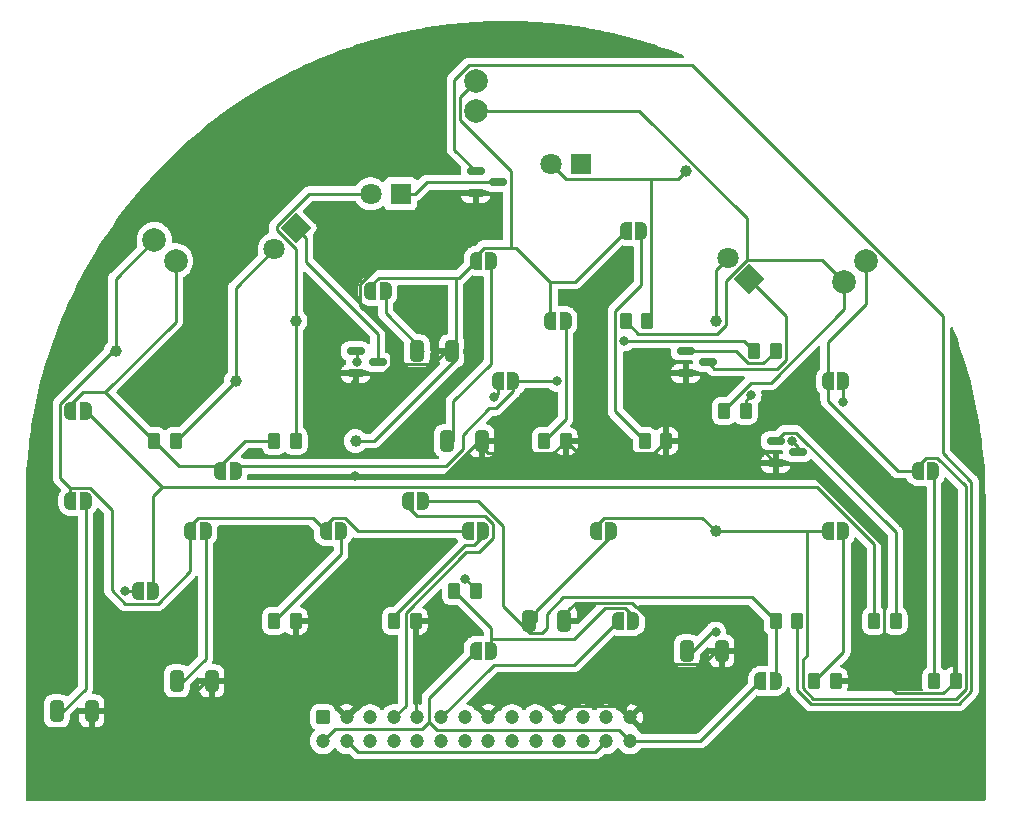
<source format=gbr>
%TF.GenerationSoftware,KiCad,Pcbnew,(7.0.0)*%
%TF.CreationDate,2024-03-24T23:30:49+02:00*%
%TF.ProjectId,Sensing Subsystem,53656e73-696e-4672-9053-756273797374,rev?*%
%TF.SameCoordinates,Original*%
%TF.FileFunction,Copper,L1,Top*%
%TF.FilePolarity,Positive*%
%FSLAX46Y46*%
G04 Gerber Fmt 4.6, Leading zero omitted, Abs format (unit mm)*
G04 Created by KiCad (PCBNEW (7.0.0)) date 2024-03-24 23:30:49*
%MOMM*%
%LPD*%
G01*
G04 APERTURE LIST*
G04 Aperture macros list*
%AMRoundRect*
0 Rectangle with rounded corners*
0 $1 Rounding radius*
0 $2 $3 $4 $5 $6 $7 $8 $9 X,Y pos of 4 corners*
0 Add a 4 corners polygon primitive as box body*
4,1,4,$2,$3,$4,$5,$6,$7,$8,$9,$2,$3,0*
0 Add four circle primitives for the rounded corners*
1,1,$1+$1,$2,$3*
1,1,$1+$1,$4,$5*
1,1,$1+$1,$6,$7*
1,1,$1+$1,$8,$9*
0 Add four rect primitives between the rounded corners*
20,1,$1+$1,$2,$3,$4,$5,0*
20,1,$1+$1,$4,$5,$6,$7,0*
20,1,$1+$1,$6,$7,$8,$9,0*
20,1,$1+$1,$8,$9,$2,$3,0*%
%AMRotRect*
0 Rectangle, with rotation*
0 The origin of the aperture is its center*
0 $1 length*
0 $2 width*
0 $3 Rotation angle, in degrees counterclockwise*
0 Add horizontal line*
21,1,$1,$2,0,0,$3*%
%AMFreePoly0*
4,1,19,0.500000,-0.750000,0.000000,-0.750000,0.000000,-0.744911,-0.071157,-0.744911,-0.207708,-0.704816,-0.327430,-0.627875,-0.420627,-0.520320,-0.479746,-0.390866,-0.500000,-0.250000,-0.500000,0.250000,-0.479746,0.390866,-0.420627,0.520320,-0.327430,0.627875,-0.207708,0.704816,-0.071157,0.744911,0.000000,0.744911,0.000000,0.750000,0.500000,0.750000,0.500000,-0.750000,0.500000,-0.750000,
$1*%
%AMFreePoly1*
4,1,19,0.000000,0.744911,0.071157,0.744911,0.207708,0.704816,0.327430,0.627875,0.420627,0.520320,0.479746,0.390866,0.500000,0.250000,0.500000,-0.250000,0.479746,-0.390866,0.420627,-0.520320,0.327430,-0.627875,0.207708,-0.704816,0.071157,-0.744911,0.000000,-0.744911,0.000000,-0.750000,-0.500000,-0.750000,-0.500000,0.750000,0.000000,0.750000,0.000000,0.744911,0.000000,0.744911,
$1*%
G04 Aperture macros list end*
%TA.AperFunction,SMDPad,CuDef*%
%ADD10RoundRect,0.250000X-0.325000X-0.650000X0.325000X-0.650000X0.325000X0.650000X-0.325000X0.650000X0*%
%TD*%
%TA.AperFunction,SMDPad,CuDef*%
%ADD11FreePoly0,0.000000*%
%TD*%
%TA.AperFunction,SMDPad,CuDef*%
%ADD12FreePoly1,0.000000*%
%TD*%
%TA.AperFunction,SMDPad,CuDef*%
%ADD13RoundRect,0.250000X-0.262500X-0.450000X0.262500X-0.450000X0.262500X0.450000X-0.262500X0.450000X0*%
%TD*%
%TA.AperFunction,ComponentPad*%
%ADD14R,1.800000X1.800000*%
%TD*%
%TA.AperFunction,ComponentPad*%
%ADD15C,1.800000*%
%TD*%
%TA.AperFunction,SMDPad,CuDef*%
%ADD16C,1.000000*%
%TD*%
%TA.AperFunction,ComponentPad*%
%ADD17RotRect,1.800000X1.800000X225.000000*%
%TD*%
%TA.AperFunction,ComponentPad*%
%ADD18C,2.000000*%
%TD*%
%TA.AperFunction,ComponentPad*%
%ADD19RoundRect,0.250000X-0.350000X-0.350000X0.350000X-0.350000X0.350000X0.350000X-0.350000X0.350000X0*%
%TD*%
%TA.AperFunction,ComponentPad*%
%ADD20C,1.200000*%
%TD*%
%TA.AperFunction,SMDPad,CuDef*%
%ADD21RoundRect,0.150000X-0.587500X-0.150000X0.587500X-0.150000X0.587500X0.150000X-0.587500X0.150000X0*%
%TD*%
%TA.AperFunction,ComponentPad*%
%ADD22RotRect,1.800000X1.800000X135.000000*%
%TD*%
%TA.AperFunction,ViaPad*%
%ADD23C,0.800000*%
%TD*%
%TA.AperFunction,Conductor*%
%ADD24C,0.250000*%
%TD*%
G04 APERTURE END LIST*
D10*
%TO.P,C8,1*%
%TO.N,Net-(JP8-B)*%
X165215000Y-99060000D03*
%TO.P,C8,2*%
%TO.N,GND*%
X168165000Y-99060000D03*
%TD*%
%TO.P,C7,1*%
%TO.N,Net-(JP7-B)*%
X162675000Y-91440000D03*
%TO.P,C7,2*%
%TO.N,GND*%
X165625000Y-91440000D03*
%TD*%
%TO.P,C4,1*%
%TO.N,Net-(JP6-B)*%
X142355000Y-119380000D03*
%TO.P,C4,2*%
%TO.N,GND*%
X145305000Y-119380000D03*
%TD*%
%TO.P,C3,1*%
%TO.N,Net-(JP5-B)*%
X132195000Y-121920000D03*
%TO.P,C3,2*%
%TO.N,GND*%
X135145000Y-121920000D03*
%TD*%
%TO.P,C2,1*%
%TO.N,Net-(JP2-B)*%
X185535000Y-116840000D03*
%TO.P,C2,2*%
%TO.N,GND*%
X188485000Y-116840000D03*
%TD*%
%TO.P,C1,1*%
%TO.N,Net-(JP1-B)*%
X172195000Y-114300000D03*
%TO.P,C1,2*%
%TO.N,GND*%
X175145000Y-114300000D03*
%TD*%
D11*
%TO.P,JP10,1,A*%
%TO.N,Vout1*%
X180340000Y-81280000D03*
D12*
%TO.P,JP10,2,B*%
%TO.N,Net-(JP10-B)*%
X181640000Y-81280000D03*
%TD*%
D13*
%TO.P,R7,1*%
%TO.N,Net-(JP9-B)*%
X173435000Y-99060000D03*
%TO.P,R7,2*%
%TO.N,GND*%
X175260000Y-99060000D03*
%TD*%
D14*
%TO.P,D5,1,K*%
%TO.N,Net-(D5-K)*%
X176534999Y-75594999D03*
D15*
%TO.P,D5,2,A*%
%TO.N,Net-(D5-A)*%
X173995000Y-75595000D03*
%TD*%
D13*
%TO.P,R14,1*%
%TO.N,Net-(JP15-B)*%
X165815000Y-111760000D03*
%TO.P,R14,2*%
%TO.N,Net-(Q4-B)*%
X167640000Y-111760000D03*
%TD*%
D11*
%TO.P,JP3,1,A*%
%TO.N,Vout3*%
X197470000Y-106680000D03*
D12*
%TO.P,JP3,2,B*%
%TO.N,Net-(JP3-B)*%
X198770000Y-106680000D03*
%TD*%
D13*
%TO.P,R9,1*%
%TO.N,+3V3*%
X150575000Y-99060000D03*
%TO.P,R9,2*%
%TO.N,Net-(D2-A)*%
X152400000Y-99060000D03*
%TD*%
D11*
%TO.P,JP20,1,A*%
%TO.N,+3V3*%
X146020000Y-101600000D03*
D12*
%TO.P,JP20,2,B*%
%TO.N,Net-(JP16-B)*%
X147320000Y-101600000D03*
%TD*%
D16*
%TO.P,TP5,1,1*%
%TO.N,Vout3*%
X187960000Y-106680000D03*
%TD*%
D11*
%TO.P,JP11,1,A*%
%TO.N,Vout2*%
X154940000Y-106680000D03*
D12*
%TO.P,JP11,2,B*%
%TO.N,Net-(JP11-B)*%
X156240000Y-106680000D03*
%TD*%
D13*
%TO.P,R10,1*%
%TO.N,Net-(JP12-B)*%
X160735000Y-114300000D03*
%TO.P,R10,2*%
%TO.N,GND*%
X162560000Y-114300000D03*
%TD*%
D16*
%TO.P,TP2,1,1*%
%TO.N,Net-(D5-A)*%
X185420000Y-76200000D03*
%TD*%
D11*
%TO.P,JP7,1,A*%
%TO.N,Vout1*%
X158720000Y-86360000D03*
D12*
%TO.P,JP7,2,B*%
%TO.N,Net-(JP7-B)*%
X160020000Y-86360000D03*
%TD*%
D16*
%TO.P,TP7,1,1*%
%TO.N,Vout1*%
X157480000Y-99060000D03*
%TD*%
D17*
%TO.P,D1,1,K*%
%TO.N,Net-(D1-K)*%
X152399999Y-81002699D03*
D15*
%TO.P,D1,2,A*%
%TO.N,Net-(D1-A)*%
X150603949Y-82798751D03*
%TD*%
D11*
%TO.P,JP15,1,A*%
%TO.N,/PA5*%
X179690000Y-114300000D03*
D12*
%TO.P,JP15,2,B*%
%TO.N,Net-(JP15-B)*%
X180990000Y-114300000D03*
%TD*%
D18*
%TO.P,D6,1*%
%TO.N,Vout2*%
X140443974Y-82023974D03*
%TO.P,D6,2*%
%TO.N,+3V3*%
X142240026Y-83820026D03*
%TD*%
D11*
%TO.P,JP19,1,A*%
%TO.N,+3V3*%
X167640000Y-116840000D03*
D12*
%TO.P,JP19,2,B*%
%TO.N,Net-(JP15-B)*%
X168940000Y-116840000D03*
%TD*%
D13*
%TO.P,R1,1*%
%TO.N,Net-(JP3-B)*%
X196295000Y-119380000D03*
%TO.P,R1,2*%
%TO.N,GND*%
X198120000Y-119380000D03*
%TD*%
D11*
%TO.P,JP1,1,A*%
%TO.N,Vout3*%
X177800000Y-106680000D03*
D12*
%TO.P,JP1,2,B*%
%TO.N,Net-(JP1-B)*%
X179100000Y-106680000D03*
%TD*%
D13*
%TO.P,R13,1*%
%TO.N,Net-(JP13-B)*%
X193040000Y-114300000D03*
%TO.P,R13,2*%
%TO.N,Net-(Q2-B)*%
X194865000Y-114300000D03*
%TD*%
D11*
%TO.P,JP16,1,A*%
%TO.N,/PA3*%
X169530000Y-93980000D03*
D12*
%TO.P,JP16,2,B*%
%TO.N,Net-(JP16-B)*%
X170830000Y-93980000D03*
%TD*%
D11*
%TO.P,JP8,1,A*%
%TO.N,Vout1*%
X167640000Y-83820000D03*
D12*
%TO.P,JP8,2,B*%
%TO.N,Net-(JP8-B)*%
X168940000Y-83820000D03*
%TD*%
D11*
%TO.P,JP18,1,A*%
%TO.N,+3V3*%
X191740000Y-119380000D03*
D12*
%TO.P,JP18,2,B*%
%TO.N,Net-(JP13-B)*%
X193040000Y-119380000D03*
%TD*%
D18*
%TO.P,D4,1*%
%TO.N,Vout1*%
X167640000Y-68580000D03*
%TO.P,D4,2*%
%TO.N,+3V3*%
X167640000Y-71120000D03*
%TD*%
D16*
%TO.P,TP4,1,1*%
%TO.N,Net-(D8-A)*%
X187960000Y-88900000D03*
%TD*%
D19*
%TO.P,J2,1,Pin_1*%
%TO.N,unconnected-(J2-Pin_1-Pad1)*%
X154720000Y-122460000D03*
D20*
%TO.P,J2,2,Pin_2*%
%TO.N,+3V3*%
X154720000Y-124460000D03*
%TO.P,J2,3,Pin_3*%
%TO.N,GND*%
X156720000Y-122460000D03*
%TO.P,J2,4,Pin_4*%
%TO.N,+BATT*%
X156720000Y-124460000D03*
%TO.P,J2,5,Pin_5*%
%TO.N,/PA3*%
X158720000Y-122460000D03*
%TO.P,J2,6,Pin_6*%
%TO.N,unconnected-(J2-Pin_6-Pad6)*%
X158720000Y-124460000D03*
%TO.P,J2,7,Pin_7*%
%TO.N,/PA4*%
X160720000Y-122460000D03*
%TO.P,J2,8,Pin_8*%
%TO.N,unconnected-(J2-Pin_8-Pad8)*%
X160720000Y-124460000D03*
%TO.P,J2,9,Pin_9*%
%TO.N,GND*%
X162720000Y-122460000D03*
%TO.P,J2,10,Pin_10*%
%TO.N,unconnected-(J2-Pin_10-Pad10)*%
X162720000Y-124460000D03*
%TO.P,J2,11,Pin_11*%
%TO.N,/PA5*%
X164720000Y-122460000D03*
%TO.P,J2,12,Pin_12*%
%TO.N,unconnected-(J2-Pin_12-Pad12)*%
X164720000Y-124460000D03*
%TO.P,J2,13,Pin_13*%
%TO.N,/PA6*%
X166720000Y-122460000D03*
%TO.P,J2,14,Pin_14*%
%TO.N,unconnected-(J2-Pin_14-Pad14)*%
X166720000Y-124460000D03*
%TO.P,J2,15,Pin_15*%
%TO.N,GND*%
X168720000Y-122460000D03*
%TO.P,J2,16,Pin_16*%
%TO.N,unconnected-(J2-Pin_16-Pad16)*%
X168720000Y-124460000D03*
%TO.P,J2,17,Pin_17*%
%TO.N,unconnected-(J2-Pin_17-Pad17)*%
X170720000Y-122460000D03*
%TO.P,J2,18,Pin_18*%
%TO.N,unconnected-(J2-Pin_18-Pad18)*%
X170720000Y-124460000D03*
%TO.P,J2,19,Pin_19*%
%TO.N,unconnected-(J2-Pin_19-Pad19)*%
X172720000Y-122460000D03*
%TO.P,J2,20,Pin_20*%
%TO.N,unconnected-(J2-Pin_20-Pad20)*%
X172720000Y-124460000D03*
%TO.P,J2,21,Pin_21*%
%TO.N,GND*%
X174720000Y-122460000D03*
%TO.P,J2,22,Pin_22*%
%TO.N,unconnected-(J2-Pin_22-Pad22)*%
X174720000Y-124460000D03*
%TO.P,J2,23,Pin_23*%
%TO.N,unconnected-(J2-Pin_23-Pad23)*%
X176720000Y-122460000D03*
%TO.P,J2,24,Pin_24*%
%TO.N,unconnected-(J2-Pin_24-Pad24)*%
X176720000Y-124460000D03*
%TO.P,J2,25,Pin_25*%
%TO.N,unconnected-(J2-Pin_25-Pad25)*%
X178720000Y-122460000D03*
%TO.P,J2,26,Pin_26*%
%TO.N,+BATT*%
X178720000Y-124460000D03*
%TO.P,J2,27,Pin_27*%
%TO.N,GND*%
X180720000Y-122460000D03*
%TO.P,J2,28,Pin_28*%
%TO.N,+3V3*%
X180720000Y-124460000D03*
%TD*%
D21*
%TO.P,Q4,1,B*%
%TO.N,Net-(Q4-B)*%
X157480000Y-91440000D03*
%TO.P,Q4,2,E*%
%TO.N,GND*%
X157480000Y-93340000D03*
%TO.P,Q4,3,C*%
%TO.N,Net-(D1-K)*%
X159355000Y-92390000D03*
%TD*%
D13*
%TO.P,R5,1*%
%TO.N,Net-(JP10-B)*%
X181967500Y-99060000D03*
%TO.P,R5,2*%
%TO.N,GND*%
X183792500Y-99060000D03*
%TD*%
D21*
%TO.P,Q3,1,B*%
%TO.N,Net-(Q3-B)*%
X193040000Y-99060000D03*
%TO.P,Q3,2,E*%
%TO.N,GND*%
X193040000Y-100960000D03*
%TO.P,Q3,3,C*%
%TO.N,Net-(D5-K)*%
X194915000Y-100010000D03*
%TD*%
D11*
%TO.P,JP17,1,A*%
%TO.N,+3V3*%
X133320000Y-96520000D03*
D12*
%TO.P,JP17,2,B*%
%TO.N,Net-(JP14-B)*%
X134620000Y-96520000D03*
%TD*%
D11*
%TO.P,JP13,1,A*%
%TO.N,/PA4*%
X161910000Y-104140000D03*
D12*
%TO.P,JP13,2,B*%
%TO.N,Net-(JP13-B)*%
X163210000Y-104140000D03*
%TD*%
D21*
%TO.P,Q2,1,B*%
%TO.N,Net-(Q2-B)*%
X167640000Y-76200000D03*
%TO.P,Q2,2,E*%
%TO.N,GND*%
X167640000Y-78100000D03*
%TO.P,Q2,3,C*%
%TO.N,Net-(D2-K)*%
X169515000Y-77150000D03*
%TD*%
D22*
%TO.P,D8,1,K*%
%TO.N,Net-(D8-K)*%
X190777299Y-85345899D03*
D15*
%TO.P,D8,2,A*%
%TO.N,Net-(D8-A)*%
X188981249Y-83549849D03*
%TD*%
D13*
%TO.P,R6,1*%
%TO.N,+3V3*%
X188675000Y-96520000D03*
%TO.P,R6,2*%
%TO.N,Net-(D8-A)*%
X190500000Y-96520000D03*
%TD*%
D16*
%TO.P,TP6,1,1*%
%TO.N,Vout2*%
X137160000Y-91440000D03*
%TD*%
D13*
%TO.P,R12,1*%
%TO.N,Net-(JP14-B)*%
X201375000Y-114300000D03*
%TO.P,R12,2*%
%TO.N,Net-(Q3-B)*%
X203200000Y-114300000D03*
%TD*%
D16*
%TO.P,TP1,1,1*%
%TO.N,Net-(D1-A)*%
X147320000Y-93980000D03*
%TD*%
D13*
%TO.P,R4,1*%
%TO.N,+3V3*%
X140415000Y-99060000D03*
%TO.P,R4,2*%
%TO.N,Net-(D1-A)*%
X142240000Y-99060000D03*
%TD*%
D14*
%TO.P,D2,1,K*%
%TO.N,Net-(D2-K)*%
X161294999Y-78134999D03*
D15*
%TO.P,D2,2,A*%
%TO.N,Net-(D2-A)*%
X158755000Y-78135000D03*
%TD*%
D11*
%TO.P,JP14,1,A*%
%TO.N,/PA6*%
X139050000Y-111760000D03*
D12*
%TO.P,JP14,2,B*%
%TO.N,Net-(JP14-B)*%
X140350000Y-111760000D03*
%TD*%
D11*
%TO.P,JP4,1,A*%
%TO.N,Vout3*%
X205090000Y-101600000D03*
D12*
%TO.P,JP4,2,B*%
%TO.N,Net-(JP4-B)*%
X206390000Y-101600000D03*
%TD*%
D16*
%TO.P,TP3,1,1*%
%TO.N,Net-(D2-A)*%
X152400000Y-88900000D03*
%TD*%
D11*
%TO.P,JP9,1,A*%
%TO.N,Vout1*%
X173960000Y-88900000D03*
D12*
%TO.P,JP9,2,B*%
%TO.N,Net-(JP9-B)*%
X175260000Y-88900000D03*
%TD*%
D11*
%TO.P,JP5,1,A*%
%TO.N,Vout2*%
X133320000Y-104140000D03*
D12*
%TO.P,JP5,2,B*%
%TO.N,Net-(JP5-B)*%
X134620000Y-104140000D03*
%TD*%
D13*
%TO.P,R3,1*%
%TO.N,Net-(JP4-B)*%
X206455000Y-119380000D03*
%TO.P,R3,2*%
%TO.N,GND*%
X208280000Y-119380000D03*
%TD*%
D11*
%TO.P,JP2,1,A*%
%TO.N,Vout3*%
X197470000Y-93980000D03*
D12*
%TO.P,JP2,2,B*%
%TO.N,Net-(JP2-B)*%
X198770000Y-93980000D03*
%TD*%
D18*
%TO.P,D3,1*%
%TO.N,Vout3*%
X200660026Y-83819974D03*
%TO.P,D3,2*%
%TO.N,+3V3*%
X198863974Y-85616026D03*
%TD*%
D13*
%TO.P,R2,1*%
%TO.N,+3V3*%
X180340000Y-88900000D03*
%TO.P,R2,2*%
%TO.N,Net-(D5-A)*%
X182165000Y-88900000D03*
%TD*%
D21*
%TO.P,Q1,1,B*%
%TO.N,Net-(Q1-B)*%
X185420000Y-91440000D03*
%TO.P,Q1,2,E*%
%TO.N,GND*%
X185420000Y-93340000D03*
%TO.P,Q1,3,C*%
%TO.N,Net-(D8-K)*%
X187295000Y-92390000D03*
%TD*%
D11*
%TO.P,JP12,1,A*%
%TO.N,Vout2*%
X166990000Y-106680000D03*
D12*
%TO.P,JP12,2,B*%
%TO.N,Net-(JP12-B)*%
X168290000Y-106680000D03*
%TD*%
D13*
%TO.P,R11,1*%
%TO.N,Net-(JP16-B)*%
X191215000Y-91440000D03*
%TO.P,R11,2*%
%TO.N,Net-(Q1-B)*%
X193040000Y-91440000D03*
%TD*%
D11*
%TO.P,JP6,1,A*%
%TO.N,Vout2*%
X143480000Y-106680000D03*
D12*
%TO.P,JP6,2,B*%
%TO.N,Net-(JP6-B)*%
X144780000Y-106680000D03*
%TD*%
D13*
%TO.P,R8,1*%
%TO.N,Net-(JP11-B)*%
X150575000Y-114300000D03*
%TO.P,R8,2*%
%TO.N,GND*%
X152400000Y-114300000D03*
%TD*%
D23*
%TO.N,GND*%
X157407700Y-102047200D03*
X157407700Y-94267700D03*
%TO.N,Net-(JP2-B)*%
X187967600Y-115269500D03*
X198714400Y-95786500D03*
%TO.N,/PA3*%
X169216600Y-95369900D03*
%TO.N,Net-(D8-A)*%
X190964200Y-95187100D03*
%TO.N,Net-(D5-K)*%
X194407200Y-99094800D03*
%TO.N,/PA6*%
X137948000Y-111767000D03*
%TO.N,Net-(JP16-B)*%
X180233500Y-90572100D03*
X174498400Y-93980000D03*
%TO.N,Net-(Q4-B)*%
X166732800Y-110725500D03*
X157568400Y-92390000D03*
%TD*%
D24*
%TO.N,Net-(JP1-B)*%
X172757500Y-114300000D02*
X172757500Y-113434800D01*
X172757500Y-113434800D02*
X179100000Y-107092300D01*
X179100000Y-107092300D02*
X179100000Y-106680000D01*
%TO.N,GND*%
X203265800Y-120423400D02*
X202222400Y-119380000D01*
X180887900Y-112768200D02*
X183899500Y-115779800D01*
X153640000Y-119380000D02*
X152400000Y-119380000D01*
X207236600Y-120423400D02*
X203265800Y-120423400D01*
X175260000Y-99060000D02*
X176312700Y-100112700D01*
X142240000Y-121920000D02*
X134620000Y-121920000D01*
X183792500Y-99060000D02*
X185420000Y-99060000D01*
X176312700Y-100112700D02*
X182739800Y-100112700D01*
X157480000Y-93340000D02*
X159818700Y-93340000D01*
X152400000Y-119380000D02*
X144780000Y-119380000D01*
X157480000Y-93340000D02*
X157480000Y-94195400D01*
X165555700Y-78100000D02*
X167640000Y-78100000D01*
X202222400Y-107970500D02*
X195211900Y-100960000D01*
X174232100Y-100087900D02*
X175260000Y-99060000D01*
X183899500Y-115779800D02*
X183899500Y-117904800D01*
X185420000Y-99060000D02*
X191140000Y-99060000D01*
X191140000Y-99060000D02*
X193040000Y-100960000D01*
X185420000Y-99060000D02*
X185420000Y-93340000D01*
X175664400Y-113220300D02*
X176027700Y-112857000D01*
X202222400Y-119380000D02*
X198120000Y-119380000D01*
X175678900Y-121501100D02*
X180303200Y-121501100D01*
X159818700Y-93340000D02*
X160442100Y-92716600D01*
X180303200Y-122043200D02*
X180720000Y-122460000D01*
X176027700Y-112857000D02*
X176027700Y-112854800D01*
X174720000Y-122460000D02*
X175678900Y-121501100D01*
X176114300Y-112768200D02*
X180887900Y-112768200D01*
X160442100Y-92716600D02*
X160442100Y-92508700D01*
X152400000Y-119380000D02*
X152400000Y-114300000D01*
X156720000Y-122460000D02*
X153640000Y-119380000D01*
X144780000Y-119380000D02*
X142240000Y-121920000D01*
X164976900Y-102047200D02*
X157407700Y-102047200D01*
X208280000Y-119380000D02*
X207236600Y-120423400D01*
X186895200Y-117904800D02*
X187960000Y-116840000D01*
X182739800Y-100112700D02*
X183792500Y-99060000D01*
X180303200Y-121501100D02*
X180303200Y-122043200D01*
X160442100Y-92508700D02*
X160442100Y-90194200D01*
X174582500Y-114300000D02*
X175662200Y-113220300D01*
X164031300Y-92508700D02*
X165100000Y-91440000D01*
X162560000Y-122300000D02*
X162560000Y-114300000D01*
X167640000Y-99060000D02*
X167802100Y-99222000D01*
X175662200Y-113220300D02*
X175664400Y-113220300D01*
X202222400Y-119380000D02*
X202222400Y-107970500D01*
X183899500Y-117904800D02*
X186895200Y-117904800D01*
X160442100Y-92508700D02*
X164031300Y-92508700D01*
X176027700Y-112854800D02*
X176114300Y-112768200D01*
X195211900Y-100960000D02*
X193040000Y-100960000D01*
X167802100Y-99222000D02*
X168667900Y-100087900D01*
X160442100Y-90194200D02*
X157873400Y-87625500D01*
X162720000Y-122460000D02*
X162560000Y-122300000D01*
X180303200Y-121501100D02*
X183899500Y-117904800D01*
X167802100Y-99222000D02*
X164976900Y-102047200D01*
X157480000Y-94195400D02*
X157407700Y-94267700D01*
X157873400Y-85782300D02*
X165555700Y-78100000D01*
X157873400Y-87625500D02*
X157873400Y-85782300D01*
X168667900Y-100087900D02*
X174232100Y-100087900D01*
%TO.N,Net-(JP2-B)*%
X186060000Y-116840000D02*
X187630500Y-115269500D01*
X198770000Y-93980000D02*
X198770000Y-95730900D01*
X187630500Y-115269500D02*
X187967600Y-115269500D01*
X198770000Y-95730900D02*
X198714400Y-95786500D01*
%TO.N,Net-(JP5-B)*%
X134620000Y-120020000D02*
X134620000Y-104140000D01*
X132720000Y-121920000D02*
X134620000Y-120020000D01*
%TO.N,Net-(JP6-B)*%
X142880000Y-119380000D02*
X144780000Y-117480000D01*
X144780000Y-117480000D02*
X144780000Y-106680000D01*
%TO.N,Net-(JP7-B)*%
X163200000Y-91440000D02*
X160020000Y-88260000D01*
X160020000Y-88260000D02*
X160020000Y-86360000D01*
%TO.N,Net-(JP8-B)*%
X165740000Y-99060000D02*
X165740000Y-95704500D01*
X165740000Y-95704500D02*
X168940000Y-92504500D01*
X168940000Y-92504500D02*
X168940000Y-83820000D01*
%TO.N,Net-(D1-A)*%
X147320000Y-86082700D02*
X147320000Y-93980000D01*
X150603900Y-82798800D02*
X147320000Y-86082700D01*
X147320000Y-93980000D02*
X142240000Y-99060000D01*
%TO.N,Net-(D2-A)*%
X152400000Y-88900000D02*
X152400000Y-82840700D01*
X150791500Y-80874400D02*
X153530900Y-78135000D01*
X153530900Y-78135000D02*
X158755000Y-78135000D01*
X152400000Y-82840700D02*
X150791500Y-81232200D01*
X152400000Y-99060000D02*
X152400000Y-88900000D01*
X150791500Y-81232200D02*
X150791500Y-80874400D01*
%TO.N,/PA4*%
X167971500Y-108436100D02*
X166869100Y-108436100D01*
X163841100Y-105410200D02*
X168454400Y-105410200D01*
X161719600Y-113585600D02*
X161719600Y-121460400D01*
X163839600Y-105408700D02*
X163841100Y-105410200D01*
X162703400Y-105408700D02*
X163839600Y-105408700D01*
X169137800Y-107269800D02*
X167971500Y-108436100D01*
X169137800Y-106093600D02*
X169137800Y-107269800D01*
X161910000Y-104140000D02*
X161910000Y-104615300D01*
X161719600Y-121460400D02*
X160720000Y-122460000D01*
X161910000Y-104615300D02*
X162703400Y-105408700D01*
X168454400Y-105410200D02*
X169137800Y-106093600D01*
X166869100Y-108436100D02*
X161719600Y-113585600D01*
%TO.N,+3V3*%
X142240000Y-88949600D02*
X142240000Y-83820000D01*
X146020000Y-101157100D02*
X146020000Y-101600000D01*
X136272300Y-94917300D02*
X142240000Y-88949600D01*
X192636500Y-94147200D02*
X198864000Y-87919700D01*
X154720000Y-124460000D02*
X155720000Y-123460000D01*
X179793100Y-123533100D02*
X180720000Y-124460000D01*
X146020000Y-101157100D02*
X142512100Y-101157100D01*
X188675000Y-96520000D02*
X188675000Y-96407400D01*
X133320000Y-96520000D02*
X133320000Y-96030100D01*
X167640000Y-71120000D02*
X181516400Y-71120000D01*
X198864000Y-87919700D02*
X198864000Y-85616000D01*
X181414000Y-89974000D02*
X188070200Y-89974000D01*
X188817700Y-89226500D02*
X188817700Y-85509400D01*
X180340000Y-88900000D02*
X181414000Y-89974000D01*
X163697500Y-120782500D02*
X167640000Y-116840000D01*
X150575000Y-99060000D02*
X148117100Y-99060000D01*
X133320000Y-96030100D02*
X134432800Y-94917300D01*
X196994000Y-83746000D02*
X198864000Y-85616000D01*
X136272300Y-94917300D02*
X140415000Y-99060000D01*
X163697500Y-122837700D02*
X163697500Y-120782500D01*
X134432800Y-94917300D02*
X136272300Y-94917300D01*
X186660000Y-124460000D02*
X191740000Y-119380000D01*
X188817700Y-85509400D02*
X190581100Y-83746000D01*
X155720000Y-123460000D02*
X163075200Y-123460000D01*
X180720000Y-124460000D02*
X186660000Y-124460000D01*
X142512100Y-101157100D02*
X140415000Y-99060000D01*
X190581100Y-83746000D02*
X196994000Y-83746000D01*
X181516400Y-71120000D02*
X190581100Y-80184700D01*
X163697500Y-122837700D02*
X164392900Y-123533100D01*
X148117100Y-99060000D02*
X146020000Y-101157100D01*
X188070200Y-89974000D02*
X188817700Y-89226500D01*
X188675000Y-96407400D02*
X190935200Y-94147200D01*
X164392900Y-123533100D02*
X179793100Y-123533100D01*
X190581100Y-80184700D02*
X190581100Y-83746000D01*
X163075200Y-123460000D02*
X163697500Y-122837700D01*
X190935200Y-94147200D02*
X192636500Y-94147200D01*
%TO.N,/PA3*%
X169216600Y-95369900D02*
X169530000Y-95056500D01*
X169530000Y-95056500D02*
X169530000Y-93980000D01*
%TO.N,Net-(D5-A)*%
X184743300Y-76876700D02*
X182496700Y-76876700D01*
X182165000Y-88900000D02*
X182496700Y-88568300D01*
X185420000Y-76200000D02*
X184743300Y-76876700D01*
X175276700Y-76876700D02*
X173995000Y-75595000D01*
X182496700Y-76876700D02*
X175276700Y-76876700D01*
X182496700Y-88568300D02*
X182496700Y-76876700D01*
%TO.N,/PA5*%
X175974700Y-118015300D02*
X179690000Y-114300000D01*
X164720000Y-122460000D02*
X169164700Y-118015300D01*
X169164700Y-118015300D02*
X175974700Y-118015300D01*
%TO.N,Net-(D8-A)*%
X190964200Y-95187100D02*
X190500000Y-95651300D01*
X190500000Y-95651300D02*
X190500000Y-96520000D01*
X187960000Y-84571000D02*
X187960000Y-88900000D01*
X188981200Y-83549800D02*
X187960000Y-84571000D01*
%TO.N,+BATT*%
X178720000Y-124460000D02*
X177792400Y-125387600D01*
X157647600Y-125387600D02*
X156720000Y-124460000D01*
X177792400Y-125387600D02*
X157647600Y-125387600D01*
%TO.N,Net-(D1-K)*%
X153267600Y-81870200D02*
X153267500Y-81870300D01*
X159355000Y-89990200D02*
X159355000Y-92390000D01*
X153267500Y-81870300D02*
X153267500Y-83902700D01*
X152400000Y-81002700D02*
X153267600Y-81870200D01*
X153267500Y-83902700D02*
X159355000Y-89990200D01*
%TO.N,Net-(JP3-B)*%
X198770000Y-106680000D02*
X198770000Y-116905000D01*
X198770000Y-116905000D02*
X196295000Y-119380000D01*
%TO.N,Net-(JP4-B)*%
X206455000Y-119380000D02*
X206455000Y-101665000D01*
X206455000Y-101665000D02*
X206390000Y-101600000D01*
%TO.N,Net-(JP9-B)*%
X175260000Y-97235000D02*
X175260000Y-88900000D01*
X173435000Y-99060000D02*
X175260000Y-97235000D01*
%TO.N,Net-(JP10-B)*%
X179468200Y-96560700D02*
X179468200Y-88022200D01*
X181640000Y-85850400D02*
X181640000Y-81280000D01*
X181967500Y-99060000D02*
X179468200Y-96560700D01*
X179468200Y-88022200D02*
X181640000Y-85850400D01*
%TO.N,Net-(JP11-B)*%
X156240000Y-108635000D02*
X156240000Y-106680000D01*
X150575000Y-114300000D02*
X156240000Y-108635000D01*
%TO.N,Net-(JP12-B)*%
X167546900Y-107870500D02*
X168290000Y-107127400D01*
X160735000Y-114300000D02*
X160735000Y-113914000D01*
X166778500Y-107870500D02*
X167546900Y-107870500D01*
X168290000Y-107127400D02*
X168290000Y-106680000D01*
X160735000Y-113914000D02*
X166778500Y-107870500D01*
%TO.N,Net-(D2-K)*%
X161295000Y-78135000D02*
X162521900Y-78135000D01*
X163506900Y-77150000D02*
X169515000Y-77150000D01*
X162521900Y-78135000D02*
X163506900Y-77150000D01*
%TO.N,Vout3*%
X195376800Y-120006800D02*
X196245300Y-120875300D01*
X195742200Y-106680000D02*
X195742200Y-117224100D01*
X197470000Y-93980000D02*
X197470000Y-90656500D01*
X205090000Y-101185000D02*
X205090000Y-101600000D01*
X196245300Y-120875300D02*
X208346600Y-120875300D01*
X177800000Y-106266700D02*
X177800000Y-106680000D01*
X195742200Y-106680000D02*
X197470000Y-106680000D01*
X209152300Y-102910300D02*
X206735500Y-100493500D01*
X187960000Y-106680000D02*
X186849500Y-105569500D01*
X208346600Y-120875300D02*
X209152300Y-120069600D01*
X197470000Y-95653400D02*
X197470000Y-93980000D01*
X205090000Y-101600000D02*
X203416600Y-101600000D01*
X197470000Y-90656500D02*
X200660000Y-87466500D01*
X195376800Y-117589500D02*
X195376800Y-120006800D01*
X209152300Y-120069600D02*
X209152300Y-102910300D01*
X206735500Y-100493500D02*
X205781500Y-100493500D01*
X200660000Y-87466500D02*
X200660000Y-83820000D01*
X195742200Y-117224100D02*
X195376800Y-117589500D01*
X195742200Y-106680000D02*
X187960000Y-106680000D01*
X205781500Y-100493500D02*
X205090000Y-101185000D01*
X203416600Y-101600000D02*
X197470000Y-95653400D01*
X186849500Y-105569500D02*
X178497200Y-105569500D01*
X178497200Y-105569500D02*
X177800000Y-106266700D01*
%TO.N,Vout1*%
X170619200Y-82699700D02*
X171072300Y-82699700D01*
X170619200Y-76177800D02*
X166294900Y-71853500D01*
X159436600Y-85230700D02*
X158720000Y-85947300D01*
X165973700Y-85230700D02*
X159436600Y-85230700D01*
X167640000Y-83378600D02*
X168318900Y-82699700D01*
X166294900Y-71853500D02*
X166294900Y-69925100D01*
X168318900Y-82699700D02*
X170619200Y-82699700D01*
X166294900Y-69925100D02*
X167640000Y-68580000D01*
X159022100Y-99060000D02*
X165973700Y-92108400D01*
X173960000Y-85587400D02*
X173960000Y-88900000D01*
X173960000Y-85587400D02*
X176032600Y-85587400D01*
X166229300Y-85230700D02*
X167640000Y-83820000D01*
X157480000Y-99060000D02*
X159022100Y-99060000D01*
X158720000Y-85947300D02*
X158720000Y-86360000D01*
X165973700Y-85230700D02*
X166229300Y-85230700D01*
X167640000Y-83820000D02*
X167640000Y-83378600D01*
X165973700Y-92108400D02*
X165973700Y-85230700D01*
X170619200Y-82699700D02*
X170619200Y-76177800D01*
X171072300Y-82699700D02*
X173960000Y-85587400D01*
X176032600Y-85587400D02*
X180340000Y-81280000D01*
%TO.N,Net-(D5-K)*%
X194915000Y-100010000D02*
X194915000Y-99602600D01*
X194915000Y-99602600D02*
X194407200Y-99094800D01*
%TO.N,Vout2*%
X154727500Y-106467400D02*
X153852100Y-105592100D01*
X137962000Y-112839600D02*
X140732200Y-112839600D01*
X134957200Y-103056500D02*
X136824200Y-104923500D01*
X155591800Y-105603100D02*
X154727500Y-106467400D01*
X143480000Y-110091800D02*
X143480000Y-106680000D01*
X133320000Y-103056500D02*
X132468900Y-102205400D01*
X136824200Y-104923500D02*
X136824200Y-111701800D01*
X156580700Y-105603100D02*
X155591800Y-105603100D01*
X153852100Y-105592100D02*
X144155600Y-105592100D01*
X140732200Y-112839600D02*
X143480000Y-110091800D01*
X157657600Y-106680000D02*
X156580700Y-105603100D01*
X166990000Y-106680000D02*
X157657600Y-106680000D01*
X137160000Y-91440000D02*
X137160000Y-85308000D01*
X154727500Y-106467400D02*
X154940000Y-106680000D01*
X143480000Y-106267700D02*
X143480000Y-106680000D01*
X132468900Y-102205400D02*
X132468900Y-95936600D01*
X132468900Y-95936600D02*
X136965500Y-91440000D01*
X144155600Y-105592100D02*
X143480000Y-106267700D01*
X137160000Y-85308000D02*
X140444000Y-82024000D01*
X136824200Y-111701800D02*
X137962000Y-112839600D01*
X133320000Y-104140000D02*
X133320000Y-103056500D01*
X136965500Y-91440000D02*
X137160000Y-91440000D01*
X133320000Y-103056500D02*
X134957200Y-103056500D01*
%TO.N,Net-(D8-K)*%
X193900900Y-88469500D02*
X193900900Y-92175300D01*
X190777300Y-85345900D02*
X193900900Y-88469500D01*
X193900900Y-92175300D02*
X193132800Y-92943400D01*
X193132800Y-92943400D02*
X187848400Y-92943400D01*
X187848400Y-92943400D02*
X187295000Y-92390000D01*
%TO.N,/PA6*%
X137948000Y-111767000D02*
X139043000Y-111767000D01*
X139043000Y-111767000D02*
X139050000Y-111760000D01*
%TO.N,Net-(JP13-B)*%
X175046300Y-112302500D02*
X173670000Y-113678800D01*
X193040000Y-114300000D02*
X191042500Y-112302500D01*
X169937500Y-113056300D02*
X169937500Y-106250900D01*
X169937500Y-106250900D02*
X167826600Y-104140000D01*
X167826600Y-104140000D02*
X163210000Y-104140000D01*
X191042500Y-112302500D02*
X175046300Y-112302500D01*
X173670000Y-114924300D02*
X173256600Y-115337700D01*
X173670000Y-113678800D02*
X173670000Y-114924300D01*
X172218900Y-115337700D02*
X169937500Y-113056300D01*
X193040000Y-119380000D02*
X193040000Y-114300000D01*
X173256600Y-115337700D02*
X172218900Y-115337700D01*
%TO.N,Net-(JP14-B)*%
X196553500Y-102991700D02*
X201375000Y-107813200D01*
X141091700Y-102991700D02*
X196553500Y-102991700D01*
X201375000Y-107813200D02*
X201375000Y-114300000D01*
X140350000Y-103733400D02*
X141091700Y-102991700D01*
X141091700Y-102991700D02*
X134620000Y-96520000D01*
X140350000Y-111760000D02*
X140350000Y-103733400D01*
%TO.N,Net-(JP15-B)*%
X178596200Y-113220100D02*
X180322400Y-113220100D01*
X165815000Y-111760000D02*
X168940000Y-114885000D01*
X180322400Y-113220100D02*
X180990000Y-113887700D01*
X168940000Y-115799500D02*
X176016800Y-115799500D01*
X168940000Y-114885000D02*
X168940000Y-115799500D01*
X180990000Y-113887700D02*
X180990000Y-114300000D01*
X176016800Y-115799500D02*
X178596200Y-113220100D01*
X168940000Y-115799500D02*
X168940000Y-116840000D01*
%TO.N,Net-(JP16-B)*%
X166567900Y-98527100D02*
X168808400Y-96286600D01*
X169361200Y-96286600D02*
X170830000Y-94817800D01*
X168808400Y-96286600D02*
X169361200Y-96286600D01*
X170830000Y-93980000D02*
X174498400Y-93980000D01*
X191215000Y-91440000D02*
X190347100Y-90572100D01*
X147320000Y-101600000D02*
X147709100Y-101210900D01*
X170830000Y-94817800D02*
X170830000Y-93980000D01*
X166567900Y-99774200D02*
X166567900Y-98527100D01*
X190347100Y-90572100D02*
X180233500Y-90572100D01*
X165131200Y-101210900D02*
X166567900Y-99774200D01*
X147709100Y-101210900D02*
X165131200Y-101210900D01*
%TO.N,Net-(Q1-B)*%
X190718800Y-92477500D02*
X192002500Y-92477500D01*
X192002500Y-92477500D02*
X193040000Y-91440000D01*
X189681300Y-91440000D02*
X190718800Y-92477500D01*
X185420000Y-91440000D02*
X189681300Y-91440000D01*
%TO.N,Net-(Q2-B)*%
X194865000Y-120134100D02*
X196058100Y-121327200D01*
X167060200Y-67242600D02*
X165843000Y-68459800D01*
X165843000Y-68459800D02*
X165843000Y-74403000D01*
X209604200Y-120256800D02*
X209604200Y-102497900D01*
X209604200Y-102497900D02*
X207216900Y-100110600D01*
X207216900Y-88453100D02*
X186006400Y-67242600D01*
X208533800Y-121327200D02*
X209604200Y-120256800D01*
X194865000Y-114300000D02*
X194865000Y-120134100D01*
X207216900Y-100110600D02*
X207216900Y-88453100D01*
X196058100Y-121327200D02*
X208533800Y-121327200D01*
X186006400Y-67242600D02*
X167060200Y-67242600D01*
X165843000Y-74403000D02*
X167640000Y-76200000D01*
%TO.N,Net-(Q3-B)*%
X193040000Y-99060000D02*
X193750000Y-98350000D01*
X194772900Y-98350000D02*
X203200000Y-106777100D01*
X203200000Y-106777100D02*
X203200000Y-114300000D01*
X193750000Y-98350000D02*
X194772900Y-98350000D01*
%TO.N,Net-(Q4-B)*%
X157568400Y-91528400D02*
X157568400Y-92390000D01*
X167640000Y-111632700D02*
X166732800Y-110725500D01*
X157480000Y-91440000D02*
X157568400Y-91528400D01*
X167640000Y-111760000D02*
X167640000Y-111632700D01*
%TD*%
%TA.AperFunction,Conductor*%
%TO.N,GND*%
G36*
X170525662Y-63505430D02*
G01*
X170533130Y-63505547D01*
X171104156Y-63514517D01*
X171105842Y-63514557D01*
X171793272Y-63535946D01*
X171794934Y-63536011D01*
X172372875Y-63563267D01*
X172374670Y-63563365D01*
X173061026Y-63606118D01*
X173062734Y-63606238D01*
X173639540Y-63651634D01*
X173641201Y-63651777D01*
X174325996Y-63715864D01*
X174327957Y-63716065D01*
X174902845Y-63779533D01*
X174904369Y-63779713D01*
X175586928Y-63865077D01*
X175588876Y-63865337D01*
X176161475Y-63946830D01*
X176162884Y-63947041D01*
X176842770Y-64053641D01*
X176844565Y-64053937D01*
X177414045Y-64153327D01*
X177415585Y-64153607D01*
X178092047Y-64281342D01*
X178093878Y-64281704D01*
X178659756Y-64398892D01*
X178661186Y-64399199D01*
X179333432Y-64547927D01*
X179335523Y-64548409D01*
X179897062Y-64683222D01*
X179898300Y-64683528D01*
X180566134Y-64853228D01*
X180568182Y-64853769D01*
X181124885Y-65006066D01*
X181126027Y-65006386D01*
X181788572Y-65196864D01*
X181790771Y-65197519D01*
X182341695Y-65367005D01*
X182343185Y-65367473D01*
X182999700Y-65578532D01*
X183001909Y-65579265D01*
X183547082Y-65765920D01*
X183548375Y-65766372D01*
X184198401Y-65997886D01*
X184200483Y-65998650D01*
X184739022Y-66202147D01*
X184740385Y-66202671D01*
X185187166Y-66377638D01*
X185241121Y-66418663D01*
X185265445Y-66481930D01*
X185252868Y-66548534D01*
X185207149Y-66598575D01*
X185141949Y-66617100D01*
X167137975Y-66617100D01*
X167126919Y-66616578D01*
X167119533Y-66614927D01*
X167111745Y-66615171D01*
X167111738Y-66615171D01*
X167052313Y-66617039D01*
X167048419Y-66617100D01*
X167020850Y-66617100D01*
X167016994Y-66617586D01*
X167016991Y-66617587D01*
X167016935Y-66617594D01*
X167016862Y-66617603D01*
X167005244Y-66618517D01*
X166969365Y-66619645D01*
X166969364Y-66619645D01*
X166961573Y-66619890D01*
X166954088Y-66622064D01*
X166954084Y-66622065D01*
X166942325Y-66625481D01*
X166923287Y-66629423D01*
X166911149Y-66630957D01*
X166911141Y-66630958D01*
X166903408Y-66631936D01*
X166896160Y-66634805D01*
X166896154Y-66634807D01*
X166862797Y-66648013D01*
X166851754Y-66651794D01*
X166817300Y-66661805D01*
X166817294Y-66661807D01*
X166809810Y-66663982D01*
X166803098Y-66667951D01*
X166803096Y-66667952D01*
X166792564Y-66674180D01*
X166775104Y-66682734D01*
X166763719Y-66687242D01*
X166763713Y-66687244D01*
X166756468Y-66690114D01*
X166750163Y-66694694D01*
X166750155Y-66694699D01*
X166721132Y-66715785D01*
X166711374Y-66722195D01*
X166680496Y-66740457D01*
X166680490Y-66740461D01*
X166673780Y-66744430D01*
X166668267Y-66749941D01*
X166668260Y-66749948D01*
X166659610Y-66758598D01*
X166644827Y-66771224D01*
X166634926Y-66778417D01*
X166634916Y-66778426D01*
X166628613Y-66783006D01*
X166623644Y-66789011D01*
X166623641Y-66789015D01*
X166600772Y-66816659D01*
X166592911Y-66825297D01*
X165455696Y-67962511D01*
X165447511Y-67969959D01*
X165441123Y-67974014D01*
X165435788Y-67979694D01*
X165435783Y-67979699D01*
X165395096Y-68023025D01*
X165392392Y-68025816D01*
X165375628Y-68042580D01*
X165375621Y-68042587D01*
X165372880Y-68045329D01*
X165370500Y-68048396D01*
X165370489Y-68048409D01*
X165370400Y-68048525D01*
X165362842Y-68057370D01*
X165338280Y-68083527D01*
X165338273Y-68083536D01*
X165332938Y-68089218D01*
X165329182Y-68096049D01*
X165329179Y-68096054D01*
X165323285Y-68106775D01*
X165312609Y-68123027D01*
X165305109Y-68132696D01*
X165305101Y-68132707D01*
X165300327Y-68138864D01*
X165297234Y-68146008D01*
X165297229Y-68146019D01*
X165282974Y-68178960D01*
X165277838Y-68189443D01*
X165256803Y-68227708D01*
X165254864Y-68235256D01*
X165254863Y-68235261D01*
X165251822Y-68247107D01*
X165245521Y-68265511D01*
X165240658Y-68276748D01*
X165240656Y-68276752D01*
X165237562Y-68283904D01*
X165236342Y-68291603D01*
X165236342Y-68291605D01*
X165230729Y-68327041D01*
X165228361Y-68338476D01*
X165219438Y-68373228D01*
X165219436Y-68373236D01*
X165217500Y-68380781D01*
X165217500Y-68388577D01*
X165217500Y-68400817D01*
X165215974Y-68420202D01*
X165212840Y-68439996D01*
X165213574Y-68447761D01*
X165213574Y-68447764D01*
X165216950Y-68483476D01*
X165217500Y-68495145D01*
X165217500Y-74325225D01*
X165216978Y-74336280D01*
X165215327Y-74343667D01*
X165215571Y-74351453D01*
X165215571Y-74351461D01*
X165217439Y-74410873D01*
X165217500Y-74414768D01*
X165217500Y-74442350D01*
X165217988Y-74446219D01*
X165217989Y-74446225D01*
X165218004Y-74446343D01*
X165218918Y-74457966D01*
X165220045Y-74493830D01*
X165220046Y-74493837D01*
X165220291Y-74501627D01*
X165222467Y-74509119D01*
X165222468Y-74509121D01*
X165225879Y-74520862D01*
X165229825Y-74539915D01*
X165232336Y-74559792D01*
X165235206Y-74567042D01*
X165235208Y-74567048D01*
X165248414Y-74600404D01*
X165252197Y-74611451D01*
X165264382Y-74653390D01*
X165268353Y-74660105D01*
X165268354Y-74660107D01*
X165274581Y-74670637D01*
X165283136Y-74688099D01*
X165287642Y-74699480D01*
X165287643Y-74699483D01*
X165290514Y-74706732D01*
X165306022Y-74728077D01*
X165316181Y-74742060D01*
X165322593Y-74751822D01*
X165340856Y-74782702D01*
X165340859Y-74782707D01*
X165344830Y-74789420D01*
X165350344Y-74794934D01*
X165350345Y-74794935D01*
X165358990Y-74803580D01*
X165371626Y-74818374D01*
X165378819Y-74828275D01*
X165378823Y-74828279D01*
X165383406Y-74834587D01*
X165389415Y-74839558D01*
X165389416Y-74839559D01*
X165417058Y-74862426D01*
X165425699Y-74870289D01*
X166375095Y-75819685D01*
X166407517Y-75876524D01*
X166406603Y-75934894D01*
X166407807Y-75935114D01*
X166406666Y-75941356D01*
X166404902Y-75947431D01*
X166404406Y-75953733D01*
X166404405Y-75953739D01*
X166402191Y-75981871D01*
X166402190Y-75981886D01*
X166402000Y-75984306D01*
X166402000Y-75986751D01*
X166402000Y-76400500D01*
X166385387Y-76462500D01*
X166340000Y-76507887D01*
X166278000Y-76524500D01*
X163584671Y-76524500D01*
X163573618Y-76523979D01*
X163566232Y-76522328D01*
X163558434Y-76522573D01*
X163499044Y-76524439D01*
X163495150Y-76524500D01*
X163467550Y-76524500D01*
X163463699Y-76524986D01*
X163463668Y-76524988D01*
X163463540Y-76525005D01*
X163451929Y-76525918D01*
X163416071Y-76527045D01*
X163416064Y-76527046D01*
X163408272Y-76527291D01*
X163400788Y-76529465D01*
X163400777Y-76529467D01*
X163389028Y-76532881D01*
X163369983Y-76536825D01*
X163357847Y-76538358D01*
X163357844Y-76538358D01*
X163350108Y-76539336D01*
X163342860Y-76542205D01*
X163342850Y-76542208D01*
X163309492Y-76555415D01*
X163298450Y-76559196D01*
X163263997Y-76569207D01*
X163263992Y-76569208D01*
X163256510Y-76571383D01*
X163249802Y-76575349D01*
X163249797Y-76575352D01*
X163239264Y-76581581D01*
X163221800Y-76590136D01*
X163210424Y-76594640D01*
X163210417Y-76594643D01*
X163203168Y-76597514D01*
X163196862Y-76602094D01*
X163196857Y-76602098D01*
X163167827Y-76623189D01*
X163158069Y-76629598D01*
X163127198Y-76647856D01*
X163120479Y-76651830D01*
X163114963Y-76657344D01*
X163114956Y-76657351D01*
X163106307Y-76666000D01*
X163091524Y-76678626D01*
X163081627Y-76685817D01*
X163081620Y-76685823D01*
X163075313Y-76690406D01*
X163070346Y-76696408D01*
X163070335Y-76696420D01*
X163047470Y-76724059D01*
X163039610Y-76732697D01*
X162800281Y-76972026D01*
X162755934Y-77000527D01*
X162703754Y-77008029D01*
X162653173Y-76993177D01*
X162613333Y-76958655D01*
X162613239Y-76958530D01*
X162577571Y-76910883D01*
X162557860Y-76884552D01*
X162557858Y-76884550D01*
X162552546Y-76877454D01*
X162516541Y-76850501D01*
X162444431Y-76796519D01*
X162444430Y-76796518D01*
X162437331Y-76791204D01*
X162302483Y-76740909D01*
X162294770Y-76740079D01*
X162294767Y-76740079D01*
X162246180Y-76734855D01*
X162246169Y-76734854D01*
X162242873Y-76734500D01*
X162239550Y-76734500D01*
X160350439Y-76734500D01*
X160350420Y-76734500D01*
X160347128Y-76734501D01*
X160343850Y-76734853D01*
X160343838Y-76734854D01*
X160295231Y-76740079D01*
X160295225Y-76740080D01*
X160287517Y-76740909D01*
X160280252Y-76743618D01*
X160280246Y-76743620D01*
X160160980Y-76788104D01*
X160160978Y-76788104D01*
X160152669Y-76791204D01*
X160145572Y-76796516D01*
X160145568Y-76796519D01*
X160044550Y-76872141D01*
X160044546Y-76872144D01*
X160037454Y-76877454D01*
X160032144Y-76884546D01*
X160032141Y-76884550D01*
X159956519Y-76985568D01*
X159956516Y-76985572D01*
X159951204Y-76992669D01*
X159948104Y-77000978D01*
X159948105Y-77000978D01*
X159922545Y-77069507D01*
X159886593Y-77120720D01*
X159830213Y-77147858D01*
X159767759Y-77144011D01*
X159715135Y-77110158D01*
X159710259Y-77104862D01*
X159710257Y-77104860D01*
X159706784Y-77101087D01*
X159699287Y-77095252D01*
X159527672Y-76961679D01*
X159527671Y-76961678D01*
X159523626Y-76958530D01*
X159435582Y-76910883D01*
X159324007Y-76850501D01*
X159324002Y-76850499D01*
X159319503Y-76848064D01*
X159314657Y-76846400D01*
X159314654Y-76846399D01*
X159104834Y-76774368D01*
X159104833Y-76774367D01*
X159099981Y-76772702D01*
X159094931Y-76771859D01*
X159094922Y-76771857D01*
X158876111Y-76735344D01*
X158876102Y-76735343D01*
X158871049Y-76734500D01*
X158638951Y-76734500D01*
X158633898Y-76735343D01*
X158633888Y-76735344D01*
X158415077Y-76771857D01*
X158415065Y-76771859D01*
X158410019Y-76772702D01*
X158405169Y-76774366D01*
X158405165Y-76774368D01*
X158195345Y-76846399D01*
X158195337Y-76846402D01*
X158190497Y-76848064D01*
X158186001Y-76850496D01*
X158185992Y-76850501D01*
X157990882Y-76956090D01*
X157990878Y-76956092D01*
X157986374Y-76958530D01*
X157982334Y-76961674D01*
X157982327Y-76961679D01*
X157807263Y-77097936D01*
X157807255Y-77097943D01*
X157803216Y-77101087D01*
X157799746Y-77104855D01*
X157799742Y-77104860D01*
X157649491Y-77268077D01*
X157649488Y-77268080D01*
X157646021Y-77271847D01*
X157643226Y-77276123D01*
X157643215Y-77276139D01*
X157527458Y-77453321D01*
X157482667Y-77494555D01*
X157423649Y-77509500D01*
X153608675Y-77509500D01*
X153597619Y-77508978D01*
X153590233Y-77507327D01*
X153582445Y-77507571D01*
X153582438Y-77507571D01*
X153523013Y-77509439D01*
X153519119Y-77509500D01*
X153491550Y-77509500D01*
X153487694Y-77509986D01*
X153487691Y-77509987D01*
X153487635Y-77509994D01*
X153487562Y-77510003D01*
X153475944Y-77510917D01*
X153440065Y-77512045D01*
X153440064Y-77512045D01*
X153432273Y-77512290D01*
X153424788Y-77514464D01*
X153424784Y-77514465D01*
X153413025Y-77517881D01*
X153393987Y-77521823D01*
X153381849Y-77523357D01*
X153381841Y-77523358D01*
X153374108Y-77524336D01*
X153366860Y-77527205D01*
X153366854Y-77527207D01*
X153333497Y-77540413D01*
X153322454Y-77544194D01*
X153288000Y-77554205D01*
X153287994Y-77554207D01*
X153280510Y-77556382D01*
X153273798Y-77560351D01*
X153273796Y-77560352D01*
X153263264Y-77566580D01*
X153245804Y-77575134D01*
X153234419Y-77579642D01*
X153234413Y-77579644D01*
X153227168Y-77582514D01*
X153220863Y-77587094D01*
X153220855Y-77587099D01*
X153191832Y-77608185D01*
X153182074Y-77614595D01*
X153151196Y-77632857D01*
X153151190Y-77632861D01*
X153144480Y-77636830D01*
X153138967Y-77642341D01*
X153138960Y-77642348D01*
X153130310Y-77650998D01*
X153115527Y-77663624D01*
X153105626Y-77670817D01*
X153105616Y-77670826D01*
X153099313Y-77675406D01*
X153094344Y-77681411D01*
X153094341Y-77681415D01*
X153071472Y-77709059D01*
X153063611Y-77717697D01*
X150404196Y-80377111D01*
X150396011Y-80384559D01*
X150389623Y-80388614D01*
X150384288Y-80394294D01*
X150384283Y-80394299D01*
X150343596Y-80437625D01*
X150340892Y-80440416D01*
X150324128Y-80457180D01*
X150324121Y-80457187D01*
X150321380Y-80459929D01*
X150319000Y-80462996D01*
X150318989Y-80463009D01*
X150318900Y-80463125D01*
X150311342Y-80471970D01*
X150286780Y-80498127D01*
X150286773Y-80498136D01*
X150281438Y-80503818D01*
X150277682Y-80510649D01*
X150277679Y-80510654D01*
X150271785Y-80521375D01*
X150261109Y-80537627D01*
X150253609Y-80547296D01*
X150253601Y-80547307D01*
X150248827Y-80553464D01*
X150245734Y-80560608D01*
X150245729Y-80560619D01*
X150231474Y-80593560D01*
X150226338Y-80604043D01*
X150205303Y-80642308D01*
X150203364Y-80649856D01*
X150203363Y-80649861D01*
X150200322Y-80661707D01*
X150194021Y-80680111D01*
X150189158Y-80691348D01*
X150189156Y-80691352D01*
X150186062Y-80698504D01*
X150184842Y-80706203D01*
X150184842Y-80706205D01*
X150179229Y-80741641D01*
X150176861Y-80753076D01*
X150167938Y-80787828D01*
X150167936Y-80787836D01*
X150166000Y-80795381D01*
X150166000Y-80803177D01*
X150166000Y-80815417D01*
X150164474Y-80834802D01*
X150161340Y-80854596D01*
X150162074Y-80862361D01*
X150162074Y-80862364D01*
X150165450Y-80898076D01*
X150166000Y-80909745D01*
X150166000Y-81154425D01*
X150165478Y-81165480D01*
X150163827Y-81172867D01*
X150164071Y-81180653D01*
X150164071Y-81180661D01*
X150165939Y-81240073D01*
X150166000Y-81243968D01*
X150166000Y-81271550D01*
X150166488Y-81275419D01*
X150166489Y-81275425D01*
X150166504Y-81275543D01*
X150167418Y-81287166D01*
X150168545Y-81323030D01*
X150168546Y-81323037D01*
X150168791Y-81330827D01*
X150170966Y-81338313D01*
X150170967Y-81338319D01*
X150171900Y-81341529D01*
X150171994Y-81344802D01*
X150172188Y-81346023D01*
X150172030Y-81346047D01*
X150173699Y-81403772D01*
X150145017Y-81459041D01*
X150093086Y-81493400D01*
X150044291Y-81510151D01*
X150044283Y-81510154D01*
X150039446Y-81511815D01*
X150034950Y-81514247D01*
X150034941Y-81514252D01*
X149839831Y-81619841D01*
X149839827Y-81619843D01*
X149835323Y-81622281D01*
X149831283Y-81625425D01*
X149831276Y-81625430D01*
X149656212Y-81761687D01*
X149656204Y-81761694D01*
X149652165Y-81764838D01*
X149648695Y-81768606D01*
X149648691Y-81768611D01*
X149498440Y-81931828D01*
X149498437Y-81931831D01*
X149494970Y-81935598D01*
X149492175Y-81939875D01*
X149492168Y-81939885D01*
X149384220Y-82105113D01*
X149368025Y-82129902D01*
X149365970Y-82134586D01*
X149365965Y-82134596D01*
X149284477Y-82320371D01*
X149274792Y-82342451D01*
X149273534Y-82347416D01*
X149273533Y-82347421D01*
X149219074Y-82562471D01*
X149219072Y-82562480D01*
X149217815Y-82567446D01*
X149217391Y-82572553D01*
X149217390Y-82572564D01*
X149205813Y-82712288D01*
X149198649Y-82798751D01*
X149199073Y-82803868D01*
X149217390Y-83024937D01*
X149217391Y-83024946D01*
X149217815Y-83030056D01*
X149219072Y-83035021D01*
X149219074Y-83035031D01*
X149255124Y-83177388D01*
X149254469Y-83240746D01*
X149222599Y-83295509D01*
X146932696Y-85585411D01*
X146924511Y-85592859D01*
X146918123Y-85596914D01*
X146912788Y-85602594D01*
X146912783Y-85602599D01*
X146872096Y-85645925D01*
X146869392Y-85648716D01*
X146852628Y-85665480D01*
X146852621Y-85665487D01*
X146849880Y-85668229D01*
X146847500Y-85671296D01*
X146847489Y-85671309D01*
X146847400Y-85671425D01*
X146839842Y-85680270D01*
X146815280Y-85706427D01*
X146815273Y-85706436D01*
X146809938Y-85712118D01*
X146806182Y-85718949D01*
X146806179Y-85718954D01*
X146800285Y-85729675D01*
X146789609Y-85745927D01*
X146782109Y-85755596D01*
X146782101Y-85755607D01*
X146777327Y-85761764D01*
X146774234Y-85768908D01*
X146774229Y-85768919D01*
X146759974Y-85801860D01*
X146754838Y-85812343D01*
X146737560Y-85843773D01*
X146733803Y-85850608D01*
X146731864Y-85858156D01*
X146731863Y-85858161D01*
X146728822Y-85870007D01*
X146722521Y-85888411D01*
X146717658Y-85899648D01*
X146717656Y-85899652D01*
X146714562Y-85906804D01*
X146713342Y-85914503D01*
X146713342Y-85914505D01*
X146707729Y-85949941D01*
X146705361Y-85961376D01*
X146696438Y-85996128D01*
X146696436Y-85996136D01*
X146694500Y-86003681D01*
X146694500Y-86011477D01*
X146694500Y-86023717D01*
X146692974Y-86043102D01*
X146689840Y-86062896D01*
X146690574Y-86070661D01*
X146690574Y-86070664D01*
X146693950Y-86106376D01*
X146694500Y-86118045D01*
X146694500Y-93140397D01*
X146682595Y-93193413D01*
X146649165Y-93236250D01*
X146613823Y-93265254D01*
X146613818Y-93265258D01*
X146609117Y-93269117D01*
X146605258Y-93273818D01*
X146605254Y-93273823D01*
X146487957Y-93416749D01*
X146487953Y-93416754D01*
X146484090Y-93421462D01*
X146481222Y-93426827D01*
X146481215Y-93426838D01*
X146394057Y-93589900D01*
X146394053Y-93589907D01*
X146391186Y-93595273D01*
X146389419Y-93601096D01*
X146389418Y-93601100D01*
X146335744Y-93778037D01*
X146335742Y-93778044D01*
X146333976Y-93783868D01*
X146333379Y-93789924D01*
X146333378Y-93789932D01*
X146324031Y-93884838D01*
X146314659Y-93980000D01*
X146315256Y-93986062D01*
X146315256Y-93986065D01*
X146319736Y-94031562D01*
X146313084Y-94085489D01*
X146284014Y-94131394D01*
X142592226Y-97823181D01*
X142551998Y-97850061D01*
X142504545Y-97859500D01*
X141930641Y-97859500D01*
X141930621Y-97859500D01*
X141927492Y-97859501D01*
X141924360Y-97859820D01*
X141924358Y-97859821D01*
X141831438Y-97869312D01*
X141831428Y-97869313D01*
X141824703Y-97870001D01*
X141818281Y-97872128D01*
X141818276Y-97872130D01*
X141665021Y-97922914D01*
X141665017Y-97922915D01*
X141658166Y-97925186D01*
X141652022Y-97928975D01*
X141652019Y-97928977D01*
X141514988Y-98013497D01*
X141514980Y-98013503D01*
X141508844Y-98017288D01*
X141503742Y-98022389D01*
X141503738Y-98022393D01*
X141415181Y-98110951D01*
X141359594Y-98143045D01*
X141295406Y-98143045D01*
X141239819Y-98110951D01*
X141151261Y-98022393D01*
X141151261Y-98022392D01*
X141146156Y-98017288D01*
X141140015Y-98013500D01*
X141140011Y-98013497D01*
X141002980Y-97928977D01*
X140996834Y-97925186D01*
X140898689Y-97892664D01*
X140836725Y-97872131D01*
X140836724Y-97872130D01*
X140830297Y-97870001D01*
X140823564Y-97869313D01*
X140823559Y-97869312D01*
X140730640Y-97859819D01*
X140730623Y-97859818D01*
X140727509Y-97859500D01*
X140724360Y-97859500D01*
X140150452Y-97859500D01*
X140102999Y-97850061D01*
X140062771Y-97823181D01*
X138695560Y-96455970D01*
X137244568Y-95004977D01*
X137212476Y-94949393D01*
X137212476Y-94885205D01*
X137244568Y-94829620D01*
X142627311Y-89446878D01*
X142635481Y-89439444D01*
X142641877Y-89435386D01*
X142687918Y-89386356D01*
X142690535Y-89383654D01*
X142710120Y-89364071D01*
X142712585Y-89360892D01*
X142720167Y-89352016D01*
X142724112Y-89347815D01*
X142750062Y-89320182D01*
X142759713Y-89302623D01*
X142770390Y-89286370D01*
X142782673Y-89270536D01*
X142800018Y-89230452D01*
X142805151Y-89219971D01*
X142826197Y-89181692D01*
X142831179Y-89162284D01*
X142837482Y-89143876D01*
X142845437Y-89125496D01*
X142852271Y-89082344D01*
X142854633Y-89070938D01*
X142865500Y-89028619D01*
X142865500Y-89008583D01*
X142867027Y-88989185D01*
X142868939Y-88977113D01*
X142868938Y-88977113D01*
X142870160Y-88969404D01*
X142866050Y-88925924D01*
X142865500Y-88914255D01*
X142865500Y-85261559D01*
X142882977Y-85198085D01*
X142930483Y-85152504D01*
X142930579Y-85152452D01*
X143063535Y-85080500D01*
X143259770Y-84927764D01*
X143428190Y-84744811D01*
X143564199Y-84536633D01*
X143664089Y-84308907D01*
X143725134Y-84067847D01*
X143745669Y-83820026D01*
X143725134Y-83572205D01*
X143664089Y-83331145D01*
X143572542Y-83122438D01*
X143566259Y-83108115D01*
X143566258Y-83108113D01*
X143564199Y-83103419D01*
X143556599Y-83091787D01*
X143430997Y-82899538D01*
X143428190Y-82895241D01*
X143346127Y-82806097D01*
X143263241Y-82716058D01*
X143263237Y-82716055D01*
X143259770Y-82712288D01*
X143073677Y-82567446D01*
X143067585Y-82562704D01*
X143067583Y-82562702D01*
X143063535Y-82559552D01*
X143059023Y-82557110D01*
X142849342Y-82443636D01*
X142849336Y-82443633D01*
X142844836Y-82441198D01*
X142839995Y-82439536D01*
X142839988Y-82439533D01*
X142614491Y-82362120D01*
X142614487Y-82362119D01*
X142609640Y-82360455D01*
X142600794Y-82358978D01*
X142369424Y-82320370D01*
X142369413Y-82320369D01*
X142364361Y-82319526D01*
X142115691Y-82319526D01*
X142110633Y-82320369D01*
X142110620Y-82320371D01*
X142079593Y-82325548D01*
X142023802Y-82322083D01*
X141975203Y-82294467D01*
X141943669Y-82248313D01*
X141935611Y-82192999D01*
X141935925Y-82189217D01*
X141949617Y-82023974D01*
X141929082Y-81776153D01*
X141868037Y-81535093D01*
X141775931Y-81325112D01*
X141770207Y-81312063D01*
X141770206Y-81312061D01*
X141768147Y-81307367D01*
X141751646Y-81282111D01*
X141634945Y-81103486D01*
X141632138Y-81099189D01*
X141564378Y-81025582D01*
X141467189Y-80920006D01*
X141467185Y-80920003D01*
X141463718Y-80916236D01*
X141267483Y-80763500D01*
X141262971Y-80761058D01*
X141053290Y-80647584D01*
X141053284Y-80647581D01*
X141048784Y-80645146D01*
X141043943Y-80643484D01*
X141043936Y-80643481D01*
X140818439Y-80566068D01*
X140818435Y-80566067D01*
X140813588Y-80564403D01*
X140804742Y-80562926D01*
X140573372Y-80524318D01*
X140573361Y-80524317D01*
X140568309Y-80523474D01*
X140319639Y-80523474D01*
X140314587Y-80524317D01*
X140314575Y-80524318D01*
X140079417Y-80563559D01*
X140079415Y-80563559D01*
X140074360Y-80564403D01*
X140069515Y-80566066D01*
X140069508Y-80566068D01*
X139844011Y-80643481D01*
X139844000Y-80643485D01*
X139839164Y-80645146D01*
X139834667Y-80647579D01*
X139834657Y-80647584D01*
X139624976Y-80761058D01*
X139624969Y-80761062D01*
X139620465Y-80763500D01*
X139616422Y-80766646D01*
X139616414Y-80766652D01*
X139428278Y-80913085D01*
X139424230Y-80916236D01*
X139420767Y-80919997D01*
X139420758Y-80920006D01*
X139259285Y-81095413D01*
X139259279Y-81095420D01*
X139255810Y-81099189D01*
X139253005Y-81103480D01*
X139253002Y-81103486D01*
X139122605Y-81303073D01*
X139122598Y-81303085D01*
X139119801Y-81307367D01*
X139117746Y-81312051D01*
X139117740Y-81312063D01*
X139021971Y-81530396D01*
X139019911Y-81535093D01*
X139018653Y-81540058D01*
X139018652Y-81540063D01*
X138960125Y-81771178D01*
X138960123Y-81771187D01*
X138958866Y-81776153D01*
X138958442Y-81781262D01*
X138958441Y-81781272D01*
X138945299Y-81939885D01*
X138938331Y-82023974D01*
X138938755Y-82029091D01*
X138958441Y-82266675D01*
X138958442Y-82266683D01*
X138958866Y-82271795D01*
X138960123Y-82276762D01*
X138960125Y-82276769D01*
X138985687Y-82377707D01*
X139012665Y-82484243D01*
X139012848Y-82484963D01*
X139012193Y-82548321D01*
X138980323Y-82603084D01*
X136772696Y-84810711D01*
X136764511Y-84818159D01*
X136758123Y-84822214D01*
X136752788Y-84827894D01*
X136752783Y-84827899D01*
X136712096Y-84871225D01*
X136709392Y-84874016D01*
X136692628Y-84890780D01*
X136692621Y-84890787D01*
X136689880Y-84893529D01*
X136687500Y-84896596D01*
X136687489Y-84896609D01*
X136687400Y-84896725D01*
X136679842Y-84905570D01*
X136655280Y-84931727D01*
X136655273Y-84931736D01*
X136649938Y-84937418D01*
X136646182Y-84944249D01*
X136646179Y-84944254D01*
X136640285Y-84954975D01*
X136629609Y-84971227D01*
X136622109Y-84980896D01*
X136622101Y-84980907D01*
X136617327Y-84987064D01*
X136614234Y-84994208D01*
X136614229Y-84994219D01*
X136599974Y-85027160D01*
X136594838Y-85037643D01*
X136577560Y-85069073D01*
X136573803Y-85075908D01*
X136571864Y-85083456D01*
X136571863Y-85083461D01*
X136568822Y-85095307D01*
X136562521Y-85113711D01*
X136557658Y-85124948D01*
X136557656Y-85124952D01*
X136554562Y-85132104D01*
X136553342Y-85139803D01*
X136553342Y-85139805D01*
X136547729Y-85175241D01*
X136545361Y-85186676D01*
X136536438Y-85221428D01*
X136536436Y-85221436D01*
X136534500Y-85228981D01*
X136534500Y-85236777D01*
X136534500Y-85249017D01*
X136532974Y-85268402D01*
X136529840Y-85288196D01*
X136530574Y-85295961D01*
X136530574Y-85295964D01*
X136533950Y-85331676D01*
X136534500Y-85343345D01*
X136534500Y-90600397D01*
X136522595Y-90653413D01*
X136489165Y-90696250D01*
X136453823Y-90725254D01*
X136453818Y-90725258D01*
X136449117Y-90729117D01*
X136445258Y-90733818D01*
X136445254Y-90733823D01*
X136327957Y-90876749D01*
X136327953Y-90876754D01*
X136324090Y-90881462D01*
X136321222Y-90886827D01*
X136321215Y-90886838D01*
X136234057Y-91049900D01*
X136234053Y-91049907D01*
X136231186Y-91055273D01*
X136229419Y-91061096D01*
X136229418Y-91061100D01*
X136175744Y-91238037D01*
X136175742Y-91238044D01*
X136173976Y-91243868D01*
X136173379Y-91249924D01*
X136173378Y-91249932D01*
X136167064Y-91314040D01*
X136155755Y-91354902D01*
X136131342Y-91389566D01*
X132081596Y-95439311D01*
X132073411Y-95446759D01*
X132067023Y-95450814D01*
X132061688Y-95456494D01*
X132061683Y-95456499D01*
X132020996Y-95499825D01*
X132018292Y-95502616D01*
X132001528Y-95519380D01*
X132001521Y-95519387D01*
X131998780Y-95522129D01*
X131996400Y-95525196D01*
X131996389Y-95525209D01*
X131996300Y-95525325D01*
X131988742Y-95534170D01*
X131964180Y-95560327D01*
X131964173Y-95560336D01*
X131958838Y-95566018D01*
X131955082Y-95572849D01*
X131955079Y-95572854D01*
X131949185Y-95583575D01*
X131938509Y-95599827D01*
X131931009Y-95609496D01*
X131931001Y-95609507D01*
X131926227Y-95615664D01*
X131923134Y-95622808D01*
X131923129Y-95622819D01*
X131908874Y-95655760D01*
X131903738Y-95666243D01*
X131886460Y-95697673D01*
X131882703Y-95704508D01*
X131880764Y-95712056D01*
X131880763Y-95712061D01*
X131877722Y-95723907D01*
X131871421Y-95742311D01*
X131866558Y-95753548D01*
X131866556Y-95753552D01*
X131863462Y-95760704D01*
X131862242Y-95768403D01*
X131862242Y-95768405D01*
X131856629Y-95803841D01*
X131854261Y-95815276D01*
X131845338Y-95850028D01*
X131845336Y-95850036D01*
X131843400Y-95857581D01*
X131843400Y-95865377D01*
X131843400Y-95877617D01*
X131841874Y-95897002D01*
X131838740Y-95916796D01*
X131839474Y-95924561D01*
X131839474Y-95924564D01*
X131842850Y-95960276D01*
X131843400Y-95971945D01*
X131843400Y-102127625D01*
X131842878Y-102138680D01*
X131841227Y-102146067D01*
X131841471Y-102153853D01*
X131841471Y-102153861D01*
X131843339Y-102213273D01*
X131843400Y-102217168D01*
X131843400Y-102244750D01*
X131843888Y-102248619D01*
X131843889Y-102248625D01*
X131843904Y-102248743D01*
X131844818Y-102260366D01*
X131845945Y-102296230D01*
X131845946Y-102296237D01*
X131846191Y-102304027D01*
X131848367Y-102311519D01*
X131848368Y-102311521D01*
X131851779Y-102323262D01*
X131855725Y-102342315D01*
X131858236Y-102362192D01*
X131861106Y-102369442D01*
X131861108Y-102369448D01*
X131874314Y-102402804D01*
X131878097Y-102413851D01*
X131890282Y-102455790D01*
X131894253Y-102462505D01*
X131894254Y-102462507D01*
X131900481Y-102473037D01*
X131909036Y-102490499D01*
X131913542Y-102501880D01*
X131913543Y-102501883D01*
X131916414Y-102509132D01*
X131933090Y-102532085D01*
X131942081Y-102544460D01*
X131948493Y-102554222D01*
X131966756Y-102585102D01*
X131966759Y-102585107D01*
X131970730Y-102591820D01*
X131976244Y-102597334D01*
X131976245Y-102597335D01*
X131984890Y-102605980D01*
X131997526Y-102620774D01*
X132004719Y-102630675D01*
X132004723Y-102630679D01*
X132009306Y-102636987D01*
X132015315Y-102641958D01*
X132015316Y-102641959D01*
X132042958Y-102664826D01*
X132051599Y-102672689D01*
X132502131Y-103123222D01*
X132532562Y-103173147D01*
X132536733Y-103231466D01*
X132514038Y-103284463D01*
X132512903Y-103285774D01*
X132510511Y-103289495D01*
X132510508Y-103289500D01*
X132437487Y-103403123D01*
X132437481Y-103403132D01*
X132435096Y-103406845D01*
X132433262Y-103410860D01*
X132433257Y-103410870D01*
X132378780Y-103530159D01*
X132375368Y-103537630D01*
X132374600Y-103539687D01*
X132374595Y-103539701D01*
X132367955Y-103557504D01*
X132350156Y-103605227D01*
X132349217Y-103609541D01*
X132349214Y-103609553D01*
X132335288Y-103673569D01*
X132335285Y-103673584D01*
X132334820Y-103675723D01*
X132334509Y-103677882D01*
X132334506Y-103677902D01*
X132321445Y-103768745D01*
X132314358Y-103818038D01*
X132314201Y-103820231D01*
X132314199Y-103820251D01*
X132313582Y-103828881D01*
X132309211Y-103890000D01*
X132309527Y-103894418D01*
X132314037Y-103957474D01*
X132314353Y-103966320D01*
X132314353Y-104313680D01*
X132314036Y-104322526D01*
X132309211Y-104390000D01*
X132309527Y-104394418D01*
X132314199Y-104459748D01*
X132314200Y-104459765D01*
X132314358Y-104461962D01*
X132314672Y-104464146D01*
X132314673Y-104464155D01*
X132334506Y-104602097D01*
X132334508Y-104602112D01*
X132334820Y-104604277D01*
X132335286Y-104606419D01*
X132335288Y-104606430D01*
X132349214Y-104670446D01*
X132349216Y-104670455D01*
X132350156Y-104674773D01*
X132375368Y-104742370D01*
X132376287Y-104744382D01*
X132416605Y-104832667D01*
X132435096Y-104873155D01*
X132437485Y-104876872D01*
X132437487Y-104876876D01*
X132508299Y-104987062D01*
X132512903Y-104994226D01*
X132515807Y-104997578D01*
X132515809Y-104997580D01*
X132605384Y-105100957D01*
X132607057Y-105102887D01*
X132658073Y-105153903D01*
X132674445Y-105166159D01*
X132701616Y-105186499D01*
X132715830Y-105197139D01*
X132836784Y-105274871D01*
X132967700Y-105334658D01*
X133105655Y-105375165D01*
X133248111Y-105395647D01*
X133815947Y-105395647D01*
X133820000Y-105395647D01*
X133854314Y-105391129D01*
X133922904Y-105401685D01*
X133975080Y-105447442D01*
X133994500Y-105514068D01*
X133994500Y-119709548D01*
X133985061Y-119757001D01*
X133958181Y-119797229D01*
X133113318Y-120642089D01*
X133066916Y-120671336D01*
X133012437Y-120677703D01*
X132960543Y-120659948D01*
X132839334Y-120585186D01*
X132816851Y-120577736D01*
X132679225Y-120532131D01*
X132679224Y-120532130D01*
X132672797Y-120530001D01*
X132666064Y-120529313D01*
X132666059Y-120529312D01*
X132573140Y-120519819D01*
X132573123Y-120519818D01*
X132570009Y-120519500D01*
X132566860Y-120519500D01*
X131823141Y-120519500D01*
X131823121Y-120519500D01*
X131819992Y-120519501D01*
X131816860Y-120519820D01*
X131816858Y-120519821D01*
X131723938Y-120529312D01*
X131723928Y-120529313D01*
X131717203Y-120530001D01*
X131710781Y-120532128D01*
X131710776Y-120532130D01*
X131557521Y-120582914D01*
X131557517Y-120582915D01*
X131550666Y-120585186D01*
X131544522Y-120588975D01*
X131544519Y-120588977D01*
X131407488Y-120673497D01*
X131407480Y-120673503D01*
X131401344Y-120677288D01*
X131396242Y-120682389D01*
X131396238Y-120682393D01*
X131282393Y-120796238D01*
X131282389Y-120796242D01*
X131277288Y-120801344D01*
X131273503Y-120807480D01*
X131273497Y-120807488D01*
X131188977Y-120944519D01*
X131185186Y-120950666D01*
X131182915Y-120957517D01*
X131182914Y-120957521D01*
X131153761Y-121045499D01*
X131130001Y-121117203D01*
X131129313Y-121123933D01*
X131129312Y-121123940D01*
X131119819Y-121216859D01*
X131119818Y-121216877D01*
X131119500Y-121219991D01*
X131119500Y-121223138D01*
X131119500Y-121223139D01*
X131119500Y-122616859D01*
X131119500Y-122616878D01*
X131119501Y-122620008D01*
X131119820Y-122623140D01*
X131119821Y-122623141D01*
X131129312Y-122716061D01*
X131129313Y-122716069D01*
X131130001Y-122722797D01*
X131132129Y-122729219D01*
X131132130Y-122729223D01*
X131174424Y-122856858D01*
X131185186Y-122889334D01*
X131202130Y-122916804D01*
X131273497Y-123032511D01*
X131273500Y-123032515D01*
X131277288Y-123038656D01*
X131401344Y-123162712D01*
X131407485Y-123166500D01*
X131407488Y-123166502D01*
X131464558Y-123201702D01*
X131550666Y-123254814D01*
X131717203Y-123309999D01*
X131819991Y-123320500D01*
X132570008Y-123320499D01*
X132672797Y-123309999D01*
X132839334Y-123254814D01*
X132988656Y-123162712D01*
X133112712Y-123038656D01*
X133204814Y-122889334D01*
X133259999Y-122722797D01*
X133270500Y-122620009D01*
X133270500Y-122616829D01*
X134070001Y-122616829D01*
X134070321Y-122623111D01*
X134079805Y-122715959D01*
X134082623Y-122729122D01*
X134133370Y-122882267D01*
X134139432Y-122895266D01*
X134223890Y-123032194D01*
X134232794Y-123043455D01*
X134346544Y-123157205D01*
X134357805Y-123166109D01*
X134494733Y-123250567D01*
X134507732Y-123256629D01*
X134660874Y-123307375D01*
X134674041Y-123310194D01*
X134766890Y-123319680D01*
X134773168Y-123320000D01*
X134878674Y-123320000D01*
X134891549Y-123316549D01*
X134895000Y-123303674D01*
X134895000Y-123303673D01*
X135395000Y-123303673D01*
X135398450Y-123316548D01*
X135411326Y-123319999D01*
X135516829Y-123319999D01*
X135523111Y-123319678D01*
X135615959Y-123310194D01*
X135629122Y-123307376D01*
X135782267Y-123256629D01*
X135795266Y-123250567D01*
X135932194Y-123166109D01*
X135943455Y-123157205D01*
X136057205Y-123043455D01*
X136066109Y-123032194D01*
X136150567Y-122895266D01*
X136156629Y-122882267D01*
X136207375Y-122729125D01*
X136210194Y-122715958D01*
X136219680Y-122623109D01*
X136220000Y-122616832D01*
X136220000Y-122186326D01*
X136216549Y-122173450D01*
X136203674Y-122170000D01*
X135411326Y-122170000D01*
X135398450Y-122173450D01*
X135395000Y-122186326D01*
X135395000Y-123303673D01*
X134895000Y-123303673D01*
X134895000Y-122186326D01*
X134891549Y-122173450D01*
X134878674Y-122170000D01*
X134086327Y-122170000D01*
X134073451Y-122173450D01*
X134070001Y-122186326D01*
X134070001Y-122616829D01*
X133270500Y-122616829D01*
X133270499Y-122305450D01*
X133279938Y-122257998D01*
X133306815Y-122217773D01*
X133877604Y-121646984D01*
X133933187Y-121614893D01*
X133997375Y-121614893D01*
X134052962Y-121646987D01*
X134072186Y-121666211D01*
X134086326Y-121670000D01*
X136203673Y-121670000D01*
X136216548Y-121666549D01*
X136219999Y-121653674D01*
X136219999Y-121223171D01*
X136219678Y-121216888D01*
X136210194Y-121124040D01*
X136207376Y-121110877D01*
X136156629Y-120957732D01*
X136150567Y-120944733D01*
X136066109Y-120807805D01*
X136057205Y-120796544D01*
X135943455Y-120682794D01*
X135932194Y-120673890D01*
X135795266Y-120589432D01*
X135782267Y-120583370D01*
X135629125Y-120532624D01*
X135615958Y-120529805D01*
X135523109Y-120520319D01*
X135516832Y-120520000D01*
X135273035Y-120520000D01*
X135210756Y-120503226D01*
X135165327Y-120457441D01*
X135149039Y-120395032D01*
X135163914Y-120341472D01*
X135162674Y-120340936D01*
X135180018Y-120300853D01*
X135185160Y-120290356D01*
X135189121Y-120283151D01*
X135206197Y-120252092D01*
X135209923Y-120237580D01*
X135211179Y-120232689D01*
X135217480Y-120214283D01*
X135225438Y-120195895D01*
X135232269Y-120152756D01*
X135234639Y-120141315D01*
X135243560Y-120106574D01*
X135243559Y-120106574D01*
X135245500Y-120099019D01*
X135245500Y-120078983D01*
X135247025Y-120059597D01*
X135250160Y-120039804D01*
X135246050Y-119996324D01*
X135245500Y-119984655D01*
X135245500Y-105241678D01*
X135256649Y-105190291D01*
X135282996Y-105154972D01*
X135281927Y-105153903D01*
X135305318Y-105130512D01*
X135332943Y-105102887D01*
X135427097Y-104994226D01*
X135504904Y-104873155D01*
X135551217Y-104771743D01*
X135587937Y-104725336D01*
X135641991Y-104701230D01*
X135701061Y-104704925D01*
X135751689Y-104735579D01*
X136162381Y-105146271D01*
X136189261Y-105186499D01*
X136198700Y-105233952D01*
X136198700Y-111624025D01*
X136198178Y-111635080D01*
X136196527Y-111642467D01*
X136196771Y-111650253D01*
X136196771Y-111650261D01*
X136198639Y-111709673D01*
X136198700Y-111713568D01*
X136198700Y-111741150D01*
X136199188Y-111745019D01*
X136199189Y-111745025D01*
X136199204Y-111745143D01*
X136200118Y-111756766D01*
X136201245Y-111792630D01*
X136201246Y-111792637D01*
X136201491Y-111800427D01*
X136203667Y-111807919D01*
X136203668Y-111807921D01*
X136207079Y-111819662D01*
X136211025Y-111838715D01*
X136213536Y-111858592D01*
X136216406Y-111865842D01*
X136216408Y-111865848D01*
X136229614Y-111899204D01*
X136233397Y-111910251D01*
X136235070Y-111916010D01*
X136245582Y-111952190D01*
X136249553Y-111958905D01*
X136249554Y-111958907D01*
X136255781Y-111969437D01*
X136264336Y-111986899D01*
X136268842Y-111998280D01*
X136268843Y-111998283D01*
X136271714Y-112005532D01*
X136293640Y-112035712D01*
X136297381Y-112040860D01*
X136303793Y-112050622D01*
X136322056Y-112081502D01*
X136322059Y-112081507D01*
X136326030Y-112088220D01*
X136331545Y-112093735D01*
X136340190Y-112102380D01*
X136352826Y-112117174D01*
X136360019Y-112127075D01*
X136360023Y-112127079D01*
X136364606Y-112133387D01*
X136370615Y-112138358D01*
X136370616Y-112138359D01*
X136398258Y-112161226D01*
X136406899Y-112169089D01*
X137464707Y-113226898D01*
X137472159Y-113235087D01*
X137476214Y-113241477D01*
X137523729Y-113286097D01*
X137525223Y-113287500D01*
X137528019Y-113290210D01*
X137547529Y-113309720D01*
X137550709Y-113312187D01*
X137559571Y-113319755D01*
X137564871Y-113324733D01*
X137585732Y-113344323D01*
X137585734Y-113344324D01*
X137591418Y-113349662D01*
X137598251Y-113353418D01*
X137598252Y-113353419D01*
X137608973Y-113359313D01*
X137625234Y-113369994D01*
X137641064Y-113382273D01*
X137681155Y-113399621D01*
X137691635Y-113404755D01*
X137729908Y-113425797D01*
X137749316Y-113430780D01*
X137767719Y-113437081D01*
X137778944Y-113441939D01*
X137778946Y-113441939D01*
X137786104Y-113445037D01*
X137829258Y-113451871D01*
X137840644Y-113454229D01*
X137882981Y-113465100D01*
X137903017Y-113465100D01*
X137922415Y-113466627D01*
X137934486Y-113468539D01*
X137934487Y-113468539D01*
X137942196Y-113469760D01*
X137980276Y-113466160D01*
X137985676Y-113465650D01*
X137997345Y-113465100D01*
X140654425Y-113465100D01*
X140665480Y-113465621D01*
X140672867Y-113467273D01*
X140740072Y-113465161D01*
X140743968Y-113465100D01*
X140767648Y-113465100D01*
X140771550Y-113465100D01*
X140775513Y-113464599D01*
X140787163Y-113463680D01*
X140830827Y-113462309D01*
X140850061Y-113456719D01*
X140869117Y-113452774D01*
X140888992Y-113450264D01*
X140929595Y-113434187D01*
X140940650Y-113430402D01*
X140982590Y-113418218D01*
X140999829Y-113408022D01*
X141017303Y-113399462D01*
X141028674Y-113394960D01*
X141028676Y-113394958D01*
X141035932Y-113392086D01*
X141071269Y-113366411D01*
X141081024Y-113360003D01*
X141118620Y-113337770D01*
X141132784Y-113323605D01*
X141147579Y-113310968D01*
X141163787Y-113299194D01*
X141191628Y-113265538D01*
X141199479Y-113256909D01*
X143867311Y-110589078D01*
X143875481Y-110581644D01*
X143881877Y-110577586D01*
X143927918Y-110528556D01*
X143930568Y-110525821D01*
X143942825Y-110513565D01*
X143992190Y-110483319D01*
X144049904Y-110478781D01*
X144103389Y-110500937D01*
X144140986Y-110544960D01*
X144154500Y-110601253D01*
X144154500Y-117169548D01*
X144145061Y-117217001D01*
X144118181Y-117257229D01*
X143273318Y-118102089D01*
X143226916Y-118131336D01*
X143172437Y-118137703D01*
X143120543Y-118119948D01*
X142999334Y-118045186D01*
X142884096Y-118007000D01*
X142839225Y-117992131D01*
X142839224Y-117992130D01*
X142832797Y-117990001D01*
X142826064Y-117989313D01*
X142826059Y-117989312D01*
X142733140Y-117979819D01*
X142733123Y-117979818D01*
X142730009Y-117979500D01*
X142726860Y-117979500D01*
X141983141Y-117979500D01*
X141983121Y-117979500D01*
X141979992Y-117979501D01*
X141976860Y-117979820D01*
X141976858Y-117979821D01*
X141883938Y-117989312D01*
X141883928Y-117989313D01*
X141877203Y-117990001D01*
X141870781Y-117992128D01*
X141870776Y-117992130D01*
X141717521Y-118042914D01*
X141717517Y-118042915D01*
X141710666Y-118045186D01*
X141704522Y-118048975D01*
X141704519Y-118048977D01*
X141567488Y-118133497D01*
X141567480Y-118133503D01*
X141561344Y-118137288D01*
X141556242Y-118142389D01*
X141556238Y-118142393D01*
X141442393Y-118256238D01*
X141442389Y-118256242D01*
X141437288Y-118261344D01*
X141433503Y-118267480D01*
X141433497Y-118267488D01*
X141370741Y-118369234D01*
X141345186Y-118410666D01*
X141342915Y-118417517D01*
X141342914Y-118417521D01*
X141293121Y-118567786D01*
X141290001Y-118577203D01*
X141289313Y-118583933D01*
X141289312Y-118583940D01*
X141279819Y-118676859D01*
X141279818Y-118676877D01*
X141279500Y-118679991D01*
X141279500Y-118683138D01*
X141279500Y-118683139D01*
X141279500Y-120076859D01*
X141279500Y-120076878D01*
X141279501Y-120080008D01*
X141279820Y-120083140D01*
X141279821Y-120083141D01*
X141289312Y-120176061D01*
X141289313Y-120176069D01*
X141290001Y-120182797D01*
X141292129Y-120189219D01*
X141292130Y-120189223D01*
X141341078Y-120336937D01*
X141345186Y-120349334D01*
X141348977Y-120355480D01*
X141433497Y-120492511D01*
X141433500Y-120492515D01*
X141437288Y-120498656D01*
X141561344Y-120622712D01*
X141567485Y-120626500D01*
X141567488Y-120626502D01*
X141582315Y-120635647D01*
X141710666Y-120714814D01*
X141877203Y-120769999D01*
X141979991Y-120780500D01*
X142730008Y-120780499D01*
X142832797Y-120769999D01*
X142999334Y-120714814D01*
X143148656Y-120622712D01*
X143272712Y-120498656D01*
X143364814Y-120349334D01*
X143419999Y-120182797D01*
X143430500Y-120080009D01*
X143430500Y-120076829D01*
X144230001Y-120076829D01*
X144230321Y-120083111D01*
X144239805Y-120175959D01*
X144242623Y-120189122D01*
X144293370Y-120342267D01*
X144299432Y-120355266D01*
X144383890Y-120492194D01*
X144392794Y-120503455D01*
X144506544Y-120617205D01*
X144517805Y-120626109D01*
X144654733Y-120710567D01*
X144667732Y-120716629D01*
X144820874Y-120767375D01*
X144834041Y-120770194D01*
X144926890Y-120779680D01*
X144933168Y-120780000D01*
X145038674Y-120780000D01*
X145051549Y-120776549D01*
X145055000Y-120763674D01*
X145055000Y-120763673D01*
X145555000Y-120763673D01*
X145558450Y-120776548D01*
X145571326Y-120779999D01*
X145676829Y-120779999D01*
X145683111Y-120779678D01*
X145775959Y-120770194D01*
X145789122Y-120767376D01*
X145942267Y-120716629D01*
X145955266Y-120710567D01*
X146092194Y-120626109D01*
X146103455Y-120617205D01*
X146217205Y-120503455D01*
X146226109Y-120492194D01*
X146310567Y-120355266D01*
X146316629Y-120342267D01*
X146367375Y-120189125D01*
X146370194Y-120175958D01*
X146379680Y-120083109D01*
X146380000Y-120076832D01*
X146380000Y-119646326D01*
X146376549Y-119633450D01*
X146363674Y-119630000D01*
X145571326Y-119630000D01*
X145558450Y-119633450D01*
X145555000Y-119646326D01*
X145555000Y-120763673D01*
X145055000Y-120763673D01*
X145055000Y-119646326D01*
X145051549Y-119633450D01*
X145038674Y-119630000D01*
X144246327Y-119630000D01*
X144233451Y-119633450D01*
X144230001Y-119646326D01*
X144230001Y-120076829D01*
X143430500Y-120076829D01*
X143430499Y-119765450D01*
X143439938Y-119717998D01*
X143466815Y-119677773D01*
X144037604Y-119106984D01*
X144093187Y-119074893D01*
X144157375Y-119074893D01*
X144212962Y-119106987D01*
X144232186Y-119126211D01*
X144246326Y-119130000D01*
X146363673Y-119130000D01*
X146376548Y-119126549D01*
X146379999Y-119113674D01*
X146379999Y-118683171D01*
X146379678Y-118676888D01*
X146370194Y-118584040D01*
X146367376Y-118570877D01*
X146316629Y-118417732D01*
X146310567Y-118404733D01*
X146226109Y-118267805D01*
X146217205Y-118256544D01*
X146103455Y-118142794D01*
X146092194Y-118133890D01*
X145955266Y-118049432D01*
X145942267Y-118043370D01*
X145789125Y-117992624D01*
X145775958Y-117989805D01*
X145683109Y-117980319D01*
X145676832Y-117980000D01*
X145433035Y-117980000D01*
X145370756Y-117963226D01*
X145325327Y-117917441D01*
X145309039Y-117855032D01*
X145323914Y-117801472D01*
X145322674Y-117800936D01*
X145340018Y-117760853D01*
X145345160Y-117750356D01*
X145366197Y-117712092D01*
X145368138Y-117704533D01*
X145371179Y-117692689D01*
X145377480Y-117674283D01*
X145385438Y-117655895D01*
X145392269Y-117612756D01*
X145394639Y-117601315D01*
X145403560Y-117566574D01*
X145403559Y-117566574D01*
X145405500Y-117559019D01*
X145405500Y-117538983D01*
X145407025Y-117519597D01*
X145410160Y-117499804D01*
X145406050Y-117456324D01*
X145405500Y-117444655D01*
X145405500Y-107781678D01*
X145416649Y-107730291D01*
X145442996Y-107694972D01*
X145441927Y-107693903D01*
X145459559Y-107676271D01*
X145492943Y-107642887D01*
X145587097Y-107534226D01*
X145664904Y-107413155D01*
X145724632Y-107282370D01*
X145749844Y-107214773D01*
X145765180Y-107144277D01*
X145785642Y-107001962D01*
X145790789Y-106930000D01*
X145785963Y-106862526D01*
X145785647Y-106853680D01*
X145785647Y-106506320D01*
X145785963Y-106497474D01*
X145790473Y-106434418D01*
X145790789Y-106430000D01*
X145785642Y-106358038D01*
X145785327Y-106355844D01*
X145785220Y-106354851D01*
X145796974Y-106287417D01*
X145842718Y-106236494D01*
X145908510Y-106217600D01*
X153541672Y-106217600D01*
X153589121Y-106227038D01*
X153629348Y-106253914D01*
X153689388Y-106313947D01*
X153877354Y-106501892D01*
X153898029Y-106522564D01*
X153924913Y-106562794D01*
X153934353Y-106610250D01*
X153934353Y-106853680D01*
X153934036Y-106862526D01*
X153929211Y-106930000D01*
X153929527Y-106934418D01*
X153934199Y-106999748D01*
X153934200Y-106999765D01*
X153934358Y-107001962D01*
X153934672Y-107004146D01*
X153934673Y-107004155D01*
X153954506Y-107142097D01*
X153954508Y-107142112D01*
X153954820Y-107144277D01*
X153955286Y-107146419D01*
X153955288Y-107146430D01*
X153969214Y-107210446D01*
X153969216Y-107210455D01*
X153970156Y-107214773D01*
X153995368Y-107282370D01*
X153996287Y-107284382D01*
X154048091Y-107397818D01*
X154055096Y-107413155D01*
X154132903Y-107534226D01*
X154227057Y-107642887D01*
X154278073Y-107693903D01*
X154335830Y-107737139D01*
X154456784Y-107814871D01*
X154534764Y-107850483D01*
X154577642Y-107870065D01*
X154587700Y-107874658D01*
X154725655Y-107915165D01*
X154868111Y-107935647D01*
X155435947Y-107935647D01*
X155440000Y-107935647D01*
X155474314Y-107931129D01*
X155542904Y-107941685D01*
X155595080Y-107987442D01*
X155614500Y-108054068D01*
X155614500Y-108324548D01*
X155605061Y-108372001D01*
X155578181Y-108412229D01*
X150927226Y-113063181D01*
X150886998Y-113090061D01*
X150839545Y-113099500D01*
X150265641Y-113099500D01*
X150265621Y-113099500D01*
X150262492Y-113099501D01*
X150259360Y-113099820D01*
X150259358Y-113099821D01*
X150166438Y-113109312D01*
X150166428Y-113109313D01*
X150159703Y-113110001D01*
X150153281Y-113112128D01*
X150153276Y-113112130D01*
X150000021Y-113162914D01*
X150000017Y-113162915D01*
X149993166Y-113165186D01*
X149987022Y-113168975D01*
X149987019Y-113168977D01*
X149849988Y-113253497D01*
X149849980Y-113253503D01*
X149843844Y-113257288D01*
X149838742Y-113262389D01*
X149838738Y-113262393D01*
X149724893Y-113376238D01*
X149724889Y-113376242D01*
X149719788Y-113381344D01*
X149716003Y-113387480D01*
X149715997Y-113387488D01*
X149632051Y-113523589D01*
X149627686Y-113530666D01*
X149625415Y-113537517D01*
X149625414Y-113537521D01*
X149605742Y-113596888D01*
X149572501Y-113697203D01*
X149571813Y-113703933D01*
X149571812Y-113703940D01*
X149562319Y-113796859D01*
X149562318Y-113796877D01*
X149562000Y-113799991D01*
X149562000Y-113803138D01*
X149562000Y-113803139D01*
X149562000Y-114796859D01*
X149562000Y-114796878D01*
X149562001Y-114800008D01*
X149562320Y-114803140D01*
X149562321Y-114803141D01*
X149571812Y-114896061D01*
X149571813Y-114896069D01*
X149572501Y-114902797D01*
X149574629Y-114909219D01*
X149574630Y-114909223D01*
X149605811Y-115003319D01*
X149627686Y-115069334D01*
X149631477Y-115075480D01*
X149715997Y-115212511D01*
X149716000Y-115212515D01*
X149719788Y-115218656D01*
X149843844Y-115342712D01*
X149849985Y-115346500D01*
X149849988Y-115346502D01*
X149867234Y-115357139D01*
X149993166Y-115434814D01*
X150159703Y-115489999D01*
X150262491Y-115500500D01*
X150887508Y-115500499D01*
X150990297Y-115489999D01*
X151156834Y-115434814D01*
X151306156Y-115342712D01*
X151400175Y-115248692D01*
X151455759Y-115216601D01*
X151519946Y-115216601D01*
X151575534Y-115248695D01*
X151664044Y-115337205D01*
X151675305Y-115346109D01*
X151812233Y-115430567D01*
X151825232Y-115436629D01*
X151978374Y-115487375D01*
X151991541Y-115490194D01*
X152084390Y-115499680D01*
X152090668Y-115500000D01*
X152133674Y-115500000D01*
X152146549Y-115496549D01*
X152150000Y-115483674D01*
X152150000Y-115483673D01*
X152650000Y-115483673D01*
X152653450Y-115496548D01*
X152666326Y-115499999D01*
X152709329Y-115499999D01*
X152715611Y-115499678D01*
X152808459Y-115490194D01*
X152821622Y-115487376D01*
X152974767Y-115436629D01*
X152987766Y-115430567D01*
X153124694Y-115346109D01*
X153135955Y-115337205D01*
X153249705Y-115223455D01*
X153258609Y-115212194D01*
X153343067Y-115075266D01*
X153349129Y-115062267D01*
X153399875Y-114909125D01*
X153402694Y-114895958D01*
X153412180Y-114803109D01*
X153412500Y-114796832D01*
X153412500Y-114566326D01*
X153409049Y-114553450D01*
X153396174Y-114550000D01*
X152666326Y-114550000D01*
X152653450Y-114553450D01*
X152650000Y-114566326D01*
X152650000Y-115483673D01*
X152150000Y-115483673D01*
X152150000Y-114174000D01*
X152166613Y-114112000D01*
X152212000Y-114066613D01*
X152274000Y-114050000D01*
X153396173Y-114050000D01*
X153409048Y-114046549D01*
X153412499Y-114033674D01*
X153412499Y-113803171D01*
X153412178Y-113796888D01*
X153402694Y-113704040D01*
X153399876Y-113690877D01*
X153349129Y-113537732D01*
X153343067Y-113524733D01*
X153258609Y-113387805D01*
X153249705Y-113376544D01*
X153135955Y-113262794D01*
X153124694Y-113253890D01*
X152987766Y-113169432D01*
X152974767Y-113163370D01*
X152881265Y-113132387D01*
X152828846Y-113098454D01*
X152799611Y-113043277D01*
X152800974Y-112980849D01*
X152832586Y-112927003D01*
X156627311Y-109132278D01*
X156635481Y-109124844D01*
X156641877Y-109120786D01*
X156687918Y-109071756D01*
X156690535Y-109069054D01*
X156710120Y-109049471D01*
X156712585Y-109046292D01*
X156720167Y-109037416D01*
X156726486Y-109030687D01*
X156750062Y-109005582D01*
X156759713Y-108988023D01*
X156770390Y-108971770D01*
X156782673Y-108955936D01*
X156800026Y-108915832D01*
X156805158Y-108905361D01*
X156822435Y-108873935D01*
X156822435Y-108873934D01*
X156826197Y-108867092D01*
X156831177Y-108847691D01*
X156837481Y-108829281D01*
X156845438Y-108810896D01*
X156852272Y-108767741D01*
X156854638Y-108756321D01*
X156863560Y-108721574D01*
X156865500Y-108714019D01*
X156865500Y-108693983D01*
X156867025Y-108674597D01*
X156870160Y-108654804D01*
X156866050Y-108611324D01*
X156865500Y-108599655D01*
X156865500Y-107781678D01*
X156876649Y-107730291D01*
X156902996Y-107694972D01*
X156901927Y-107693903D01*
X156919559Y-107676271D01*
X156952943Y-107642887D01*
X157047097Y-107534226D01*
X157124904Y-107413155D01*
X157170013Y-107314382D01*
X157181991Y-107288153D01*
X157222186Y-107239139D01*
X157281352Y-107216394D01*
X157344029Y-107225861D01*
X157376755Y-107240022D01*
X157387250Y-107245164D01*
X157425508Y-107266197D01*
X157444912Y-107271179D01*
X157463314Y-107277480D01*
X157470437Y-107280562D01*
X157481705Y-107285438D01*
X157519297Y-107291391D01*
X157524839Y-107292269D01*
X157536282Y-107294639D01*
X157571025Y-107303560D01*
X157571026Y-107303560D01*
X157578581Y-107305500D01*
X157598617Y-107305500D01*
X157618002Y-107307025D01*
X157637796Y-107310160D01*
X157675876Y-107306560D01*
X157681276Y-107306050D01*
X157692945Y-107305500D01*
X165976242Y-107305500D01*
X166022328Y-107314382D01*
X166061812Y-107339757D01*
X166089034Y-107377985D01*
X166105096Y-107413155D01*
X166107485Y-107416872D01*
X166107487Y-107416876D01*
X166147377Y-107478946D01*
X166166184Y-107531264D01*
X166160241Y-107586542D01*
X166130742Y-107633666D01*
X160701226Y-113063181D01*
X160660998Y-113090061D01*
X160613546Y-113099500D01*
X160425641Y-113099500D01*
X160425621Y-113099500D01*
X160422492Y-113099501D01*
X160419361Y-113099820D01*
X160419357Y-113099821D01*
X160326438Y-113109312D01*
X160326428Y-113109313D01*
X160319703Y-113110001D01*
X160313281Y-113112128D01*
X160313276Y-113112130D01*
X160160021Y-113162914D01*
X160160017Y-113162915D01*
X160153166Y-113165186D01*
X160147022Y-113168975D01*
X160147019Y-113168977D01*
X160009988Y-113253497D01*
X160009980Y-113253503D01*
X160003844Y-113257288D01*
X159998742Y-113262389D01*
X159998738Y-113262393D01*
X159884893Y-113376238D01*
X159884889Y-113376242D01*
X159879788Y-113381344D01*
X159876003Y-113387480D01*
X159875997Y-113387488D01*
X159792051Y-113523589D01*
X159787686Y-113530666D01*
X159785415Y-113537517D01*
X159785414Y-113537521D01*
X159765742Y-113596888D01*
X159732501Y-113697203D01*
X159731813Y-113703933D01*
X159731812Y-113703940D01*
X159722319Y-113796859D01*
X159722318Y-113796877D01*
X159722000Y-113799991D01*
X159722000Y-113803138D01*
X159722000Y-113803139D01*
X159722000Y-114796859D01*
X159722000Y-114796878D01*
X159722001Y-114800008D01*
X159722320Y-114803140D01*
X159722321Y-114803141D01*
X159731812Y-114896061D01*
X159731813Y-114896069D01*
X159732501Y-114902797D01*
X159734629Y-114909219D01*
X159734630Y-114909223D01*
X159765811Y-115003319D01*
X159787686Y-115069334D01*
X159791477Y-115075480D01*
X159875997Y-115212511D01*
X159876000Y-115212515D01*
X159879788Y-115218656D01*
X160003844Y-115342712D01*
X160009985Y-115346500D01*
X160009988Y-115346502D01*
X160027234Y-115357139D01*
X160153166Y-115434814D01*
X160319703Y-115489999D01*
X160422491Y-115500500D01*
X160970100Y-115500499D01*
X161032100Y-115517112D01*
X161077487Y-115562499D01*
X161094100Y-115624499D01*
X161094100Y-121149948D01*
X161084661Y-121197401D01*
X161057780Y-121237630D01*
X160964182Y-121331226D01*
X160913182Y-121361995D01*
X160853719Y-121365433D01*
X160827610Y-121360553D01*
X160827608Y-121360552D01*
X160821976Y-121359500D01*
X160618024Y-121359500D01*
X160612398Y-121360551D01*
X160612394Y-121360552D01*
X160423181Y-121395922D01*
X160423178Y-121395922D01*
X160417544Y-121396976D01*
X160412203Y-121399044D01*
X160412196Y-121399047D01*
X160232705Y-121468582D01*
X160232700Y-121468584D01*
X160227363Y-121470652D01*
X160222491Y-121473668D01*
X160222488Y-121473670D01*
X160058830Y-121575002D01*
X160058822Y-121575007D01*
X160053959Y-121578019D01*
X160049728Y-121581875D01*
X160049724Y-121581879D01*
X159907476Y-121711554D01*
X159907466Y-121711564D01*
X159903236Y-121715421D01*
X159899787Y-121719987D01*
X159899778Y-121719998D01*
X159818954Y-121827028D01*
X159775271Y-121863301D01*
X159720000Y-121876301D01*
X159664729Y-121863301D01*
X159621046Y-121827028D01*
X159540221Y-121719998D01*
X159540217Y-121719994D01*
X159536764Y-121715421D01*
X159532527Y-121711558D01*
X159532523Y-121711554D01*
X159418520Y-121607627D01*
X159386041Y-121578019D01*
X159381171Y-121575004D01*
X159381169Y-121575002D01*
X159217511Y-121473670D01*
X159217512Y-121473670D01*
X159212637Y-121470652D01*
X159207294Y-121468582D01*
X159027803Y-121399047D01*
X159027798Y-121399045D01*
X159022456Y-121396976D01*
X158960209Y-121385340D01*
X158827605Y-121360552D01*
X158827602Y-121360551D01*
X158821976Y-121359500D01*
X158618024Y-121359500D01*
X158612398Y-121360551D01*
X158612394Y-121360552D01*
X158423181Y-121395922D01*
X158423178Y-121395922D01*
X158417544Y-121396976D01*
X158412203Y-121399044D01*
X158412196Y-121399047D01*
X158232705Y-121468582D01*
X158232700Y-121468584D01*
X158227363Y-121470652D01*
X158222491Y-121473668D01*
X158222488Y-121473670D01*
X158058830Y-121575002D01*
X158058822Y-121575007D01*
X158053959Y-121578019D01*
X158049728Y-121581875D01*
X158049724Y-121581879D01*
X157907476Y-121711554D01*
X157907466Y-121711564D01*
X157903236Y-121715421D01*
X157899783Y-121719993D01*
X157899778Y-121719999D01*
X157808317Y-121841113D01*
X157757985Y-121880456D01*
X157694747Y-121889522D01*
X157676986Y-121882455D01*
X157658579Y-121881175D01*
X157644889Y-121888662D01*
X156807680Y-122725871D01*
X156752093Y-122757965D01*
X156687905Y-122757965D01*
X156632318Y-122725871D01*
X155804191Y-121897744D01*
X155774166Y-121849067D01*
X155771530Y-121841113D01*
X155754814Y-121790666D01*
X155680387Y-121670000D01*
X155666502Y-121647488D01*
X155666500Y-121647485D01*
X155662712Y-121641344D01*
X155547588Y-121526220D01*
X156143298Y-121526220D01*
X156149228Y-121535675D01*
X156708457Y-122094904D01*
X156719999Y-122101568D01*
X156731542Y-122094904D01*
X157290770Y-121535675D01*
X157296700Y-121526220D01*
X157288763Y-121518374D01*
X157217287Y-121474119D01*
X157207070Y-121469031D01*
X157027666Y-121399530D01*
X157016681Y-121396405D01*
X156827559Y-121361052D01*
X156816201Y-121360000D01*
X156623799Y-121360000D01*
X156612440Y-121361052D01*
X156423318Y-121396405D01*
X156412333Y-121399530D01*
X156232927Y-121469032D01*
X156222718Y-121474115D01*
X156151233Y-121518376D01*
X156143298Y-121526220D01*
X155547588Y-121526220D01*
X155538656Y-121517288D01*
X155532515Y-121513500D01*
X155532511Y-121513497D01*
X155416804Y-121442130D01*
X155389334Y-121425186D01*
X155311909Y-121399530D01*
X155229225Y-121372131D01*
X155229224Y-121372130D01*
X155222797Y-121370001D01*
X155216064Y-121369313D01*
X155216059Y-121369312D01*
X155123140Y-121359819D01*
X155123123Y-121359818D01*
X155120009Y-121359500D01*
X155116860Y-121359500D01*
X154323141Y-121359500D01*
X154323121Y-121359500D01*
X154319992Y-121359501D01*
X154316860Y-121359820D01*
X154316858Y-121359821D01*
X154223938Y-121369312D01*
X154223928Y-121369313D01*
X154217203Y-121370001D01*
X154210781Y-121372128D01*
X154210776Y-121372130D01*
X154057521Y-121422914D01*
X154057517Y-121422915D01*
X154050666Y-121425186D01*
X154044522Y-121428975D01*
X154044519Y-121428977D01*
X153907488Y-121513497D01*
X153907480Y-121513503D01*
X153901344Y-121517288D01*
X153896242Y-121522389D01*
X153896238Y-121522393D01*
X153782393Y-121636238D01*
X153782389Y-121636242D01*
X153777288Y-121641344D01*
X153773503Y-121647480D01*
X153773497Y-121647488D01*
X153688977Y-121784519D01*
X153685186Y-121790666D01*
X153682915Y-121797517D01*
X153682914Y-121797521D01*
X153633139Y-121947732D01*
X153630001Y-121957203D01*
X153629313Y-121963933D01*
X153629312Y-121963940D01*
X153619819Y-122056859D01*
X153619818Y-122056877D01*
X153619500Y-122059991D01*
X153619500Y-122063138D01*
X153619500Y-122063139D01*
X153619500Y-122856858D01*
X153619500Y-122856877D01*
X153619501Y-122860008D01*
X153619820Y-122863140D01*
X153619821Y-122863141D01*
X153629312Y-122956061D01*
X153629313Y-122956069D01*
X153630001Y-122962797D01*
X153632129Y-122969219D01*
X153632130Y-122969223D01*
X153682914Y-123122478D01*
X153685186Y-123129334D01*
X153688977Y-123135480D01*
X153773497Y-123272511D01*
X153773500Y-123272515D01*
X153777288Y-123278656D01*
X153901344Y-123402712D01*
X153967064Y-123443248D01*
X154007309Y-123483373D01*
X154025427Y-123537238D01*
X154017612Y-123593530D01*
X153985505Y-123640422D01*
X153903236Y-123715421D01*
X153899787Y-123719987D01*
X153899778Y-123719998D01*
X153783779Y-123873607D01*
X153783776Y-123873611D01*
X153780327Y-123878179D01*
X153777774Y-123883304D01*
X153777772Y-123883309D01*
X153720000Y-123999332D01*
X153689418Y-124060750D01*
X153687850Y-124066258D01*
X153687847Y-124066268D01*
X153635173Y-124251395D01*
X153635170Y-124251406D01*
X153633603Y-124256917D01*
X153614785Y-124460000D01*
X153633603Y-124663083D01*
X153635171Y-124668594D01*
X153635173Y-124668604D01*
X153687847Y-124853731D01*
X153687849Y-124853737D01*
X153689418Y-124859250D01*
X153691976Y-124864387D01*
X153751225Y-124983377D01*
X153780327Y-125041821D01*
X153791562Y-125056698D01*
X153899778Y-125200001D01*
X153899783Y-125200006D01*
X153903236Y-125204579D01*
X153907472Y-125208440D01*
X153907476Y-125208445D01*
X154009227Y-125301203D01*
X154053959Y-125341981D01*
X154227363Y-125449348D01*
X154417544Y-125523024D01*
X154618024Y-125560500D01*
X154816247Y-125560500D01*
X154821976Y-125560500D01*
X155022456Y-125523024D01*
X155212637Y-125449348D01*
X155386041Y-125341981D01*
X155536764Y-125204579D01*
X155621044Y-125092972D01*
X155664728Y-125056698D01*
X155720000Y-125043698D01*
X155775272Y-125056698D01*
X155818954Y-125092972D01*
X155899774Y-125199996D01*
X155899779Y-125200001D01*
X155903236Y-125204579D01*
X155907472Y-125208440D01*
X155907476Y-125208445D01*
X156009227Y-125301203D01*
X156053959Y-125341981D01*
X156227363Y-125449348D01*
X156417544Y-125523024D01*
X156618024Y-125560500D01*
X156816247Y-125560500D01*
X156821976Y-125560500D01*
X156835667Y-125557940D01*
X156853717Y-125554567D01*
X156913182Y-125558004D01*
X156964184Y-125588774D01*
X157150307Y-125774897D01*
X157157756Y-125783083D01*
X157161814Y-125789477D01*
X157167499Y-125794815D01*
X157167501Y-125794818D01*
X157210839Y-125835515D01*
X157213636Y-125838226D01*
X157233130Y-125857720D01*
X157236215Y-125860113D01*
X157236301Y-125860180D01*
X157245173Y-125867758D01*
X157258480Y-125880254D01*
X157277018Y-125897662D01*
X157283848Y-125901417D01*
X157283851Y-125901419D01*
X157294571Y-125907312D01*
X157310822Y-125917986D01*
X157326664Y-125930274D01*
X157333821Y-125933371D01*
X157333823Y-125933372D01*
X157366755Y-125947622D01*
X157377250Y-125952764D01*
X157415508Y-125973797D01*
X157434912Y-125978779D01*
X157453314Y-125985080D01*
X157464541Y-125989938D01*
X157471705Y-125993038D01*
X157509297Y-125998991D01*
X157514839Y-125999869D01*
X157526282Y-126002239D01*
X157561025Y-126011160D01*
X157561026Y-126011160D01*
X157568581Y-126013100D01*
X157588617Y-126013100D01*
X157608002Y-126014625D01*
X157627796Y-126017760D01*
X157665876Y-126014160D01*
X157671276Y-126013650D01*
X157682945Y-126013100D01*
X177714625Y-126013100D01*
X177725680Y-126013621D01*
X177733067Y-126015273D01*
X177800272Y-126013161D01*
X177804168Y-126013100D01*
X177827848Y-126013100D01*
X177831750Y-126013100D01*
X177835713Y-126012599D01*
X177847363Y-126011680D01*
X177891027Y-126010309D01*
X177910261Y-126004719D01*
X177929317Y-126000774D01*
X177949192Y-125998264D01*
X177989795Y-125982187D01*
X178000850Y-125978402D01*
X178042790Y-125966218D01*
X178060029Y-125956022D01*
X178077503Y-125947462D01*
X178088874Y-125942960D01*
X178088876Y-125942958D01*
X178096132Y-125940086D01*
X178131469Y-125914411D01*
X178141224Y-125908003D01*
X178178820Y-125885770D01*
X178192984Y-125871605D01*
X178207779Y-125858968D01*
X178223987Y-125847194D01*
X178251828Y-125813538D01*
X178259679Y-125804909D01*
X178475816Y-125588772D01*
X178526815Y-125558004D01*
X178586280Y-125554566D01*
X178587978Y-125554883D01*
X178618024Y-125560500D01*
X178816247Y-125560500D01*
X178821976Y-125560500D01*
X179022456Y-125523024D01*
X179212637Y-125449348D01*
X179386041Y-125341981D01*
X179536764Y-125204579D01*
X179621044Y-125092972D01*
X179664728Y-125056698D01*
X179720000Y-125043698D01*
X179775272Y-125056698D01*
X179818954Y-125092972D01*
X179899774Y-125199996D01*
X179899779Y-125200001D01*
X179903236Y-125204579D01*
X179907472Y-125208440D01*
X179907476Y-125208445D01*
X180009227Y-125301203D01*
X180053959Y-125341981D01*
X180227363Y-125449348D01*
X180417544Y-125523024D01*
X180618024Y-125560500D01*
X180816247Y-125560500D01*
X180821976Y-125560500D01*
X181022456Y-125523024D01*
X181212637Y-125449348D01*
X181386041Y-125341981D01*
X181536764Y-125204579D01*
X181589478Y-125134773D01*
X181633161Y-125098500D01*
X181688433Y-125085500D01*
X186582225Y-125085500D01*
X186593280Y-125086021D01*
X186600667Y-125087673D01*
X186667872Y-125085561D01*
X186671768Y-125085500D01*
X186695448Y-125085500D01*
X186699350Y-125085500D01*
X186703313Y-125084999D01*
X186714963Y-125084080D01*
X186758627Y-125082709D01*
X186777861Y-125077119D01*
X186796917Y-125073174D01*
X186816792Y-125070664D01*
X186857395Y-125054587D01*
X186868450Y-125050802D01*
X186910390Y-125038618D01*
X186927629Y-125028422D01*
X186945103Y-125019862D01*
X186956474Y-125015360D01*
X186956476Y-125015358D01*
X186963732Y-125012486D01*
X186999069Y-124986811D01*
X187008824Y-124980403D01*
X187046420Y-124958170D01*
X187060584Y-124944005D01*
X187075379Y-124931368D01*
X187091587Y-124919594D01*
X187119428Y-124885938D01*
X187127279Y-124877309D01*
X191368323Y-120636265D01*
X191425336Y-120603800D01*
X191490936Y-120604971D01*
X191520763Y-120613728D01*
X191525655Y-120615165D01*
X191668111Y-120635647D01*
X192235947Y-120635647D01*
X192240000Y-120635647D01*
X192370871Y-120618417D01*
X192371184Y-120620797D01*
X192408816Y-120620797D01*
X192409129Y-120618417D01*
X192540000Y-120635647D01*
X193107463Y-120635647D01*
X193111889Y-120635647D01*
X193254345Y-120615165D01*
X193392300Y-120574658D01*
X193523216Y-120514871D01*
X193644170Y-120437139D01*
X193701927Y-120393903D01*
X193752943Y-120342887D01*
X193847097Y-120234226D01*
X193924904Y-120113155D01*
X193984632Y-119982370D01*
X193999317Y-119942995D01*
X194039779Y-119888132D01*
X194103125Y-119862947D01*
X194170211Y-119875051D01*
X194220762Y-119920785D01*
X194239500Y-119986328D01*
X194239500Y-120056325D01*
X194238978Y-120067380D01*
X194237327Y-120074767D01*
X194237571Y-120082553D01*
X194237571Y-120082561D01*
X194239439Y-120141973D01*
X194239500Y-120145868D01*
X194239500Y-120173450D01*
X194239988Y-120177319D01*
X194239989Y-120177325D01*
X194240004Y-120177443D01*
X194240918Y-120189066D01*
X194242045Y-120224930D01*
X194242046Y-120224937D01*
X194242291Y-120232727D01*
X194244467Y-120240219D01*
X194244468Y-120240221D01*
X194247879Y-120251962D01*
X194251825Y-120271015D01*
X194254336Y-120290892D01*
X194257206Y-120298142D01*
X194257208Y-120298148D01*
X194270414Y-120331504D01*
X194274197Y-120342551D01*
X194286382Y-120384490D01*
X194290353Y-120391205D01*
X194290354Y-120391207D01*
X194296581Y-120401737D01*
X194305136Y-120419199D01*
X194309642Y-120430580D01*
X194309643Y-120430583D01*
X194312514Y-120437832D01*
X194322132Y-120451070D01*
X194338181Y-120473160D01*
X194344593Y-120482922D01*
X194362856Y-120513802D01*
X194362859Y-120513807D01*
X194366830Y-120520520D01*
X194372345Y-120526034D01*
X194372345Y-120526035D01*
X194380990Y-120534680D01*
X194393626Y-120549474D01*
X194400819Y-120559375D01*
X194400823Y-120559379D01*
X194405406Y-120565687D01*
X194411415Y-120570658D01*
X194411416Y-120570659D01*
X194439058Y-120593526D01*
X194447699Y-120601389D01*
X195560807Y-121714498D01*
X195568259Y-121722687D01*
X195572314Y-121729077D01*
X195621323Y-121775100D01*
X195624120Y-121777811D01*
X195643629Y-121797320D01*
X195646809Y-121799787D01*
X195655671Y-121807355D01*
X195668980Y-121819854D01*
X195681832Y-121831923D01*
X195681834Y-121831924D01*
X195687518Y-121837262D01*
X195694351Y-121841018D01*
X195694352Y-121841019D01*
X195705073Y-121846913D01*
X195721334Y-121857594D01*
X195737164Y-121869873D01*
X195777255Y-121887221D01*
X195787735Y-121892355D01*
X195826008Y-121913397D01*
X195845416Y-121918380D01*
X195863819Y-121924681D01*
X195875044Y-121929539D01*
X195875046Y-121929539D01*
X195882204Y-121932637D01*
X195925358Y-121939471D01*
X195936744Y-121941829D01*
X195979081Y-121952700D01*
X195999117Y-121952700D01*
X196018515Y-121954227D01*
X196030586Y-121956139D01*
X196030587Y-121956139D01*
X196038296Y-121957360D01*
X196076376Y-121953760D01*
X196081776Y-121953250D01*
X196093445Y-121952700D01*
X208456025Y-121952700D01*
X208467080Y-121953221D01*
X208474467Y-121954873D01*
X208541672Y-121952761D01*
X208545568Y-121952700D01*
X208569248Y-121952700D01*
X208573150Y-121952700D01*
X208577113Y-121952199D01*
X208588763Y-121951280D01*
X208632427Y-121949909D01*
X208651661Y-121944319D01*
X208670717Y-121940374D01*
X208690592Y-121937864D01*
X208731195Y-121921787D01*
X208742250Y-121918002D01*
X208784190Y-121905818D01*
X208801429Y-121895622D01*
X208818903Y-121887062D01*
X208830274Y-121882560D01*
X208830276Y-121882558D01*
X208837532Y-121879686D01*
X208872869Y-121854011D01*
X208882624Y-121847603D01*
X208920220Y-121825370D01*
X208934384Y-121811205D01*
X208949179Y-121798568D01*
X208965387Y-121786794D01*
X208993228Y-121753138D01*
X209001079Y-121744509D01*
X209991511Y-120754078D01*
X209999681Y-120746644D01*
X210006077Y-120742586D01*
X210052118Y-120693556D01*
X210054735Y-120690854D01*
X210074320Y-120671271D01*
X210076785Y-120668092D01*
X210084367Y-120659216D01*
X210087840Y-120655518D01*
X210114262Y-120627382D01*
X210123913Y-120609823D01*
X210134590Y-120593570D01*
X210146873Y-120577736D01*
X210164218Y-120537652D01*
X210169351Y-120527171D01*
X210190397Y-120488892D01*
X210195379Y-120469484D01*
X210201682Y-120451076D01*
X210209637Y-120432696D01*
X210216471Y-120389544D01*
X210218833Y-120378138D01*
X210229700Y-120335819D01*
X210229700Y-120315783D01*
X210231227Y-120296385D01*
X210233139Y-120284313D01*
X210233138Y-120284313D01*
X210234360Y-120276604D01*
X210230250Y-120233124D01*
X210229700Y-120221455D01*
X210229700Y-102575675D01*
X210230221Y-102564619D01*
X210231873Y-102557233D01*
X210229761Y-102490027D01*
X210229700Y-102486132D01*
X210229700Y-102462441D01*
X210229700Y-102458550D01*
X210229198Y-102454577D01*
X210228280Y-102442918D01*
X210227966Y-102432938D01*
X210226909Y-102399273D01*
X210221320Y-102380040D01*
X210217374Y-102360983D01*
X210215841Y-102348844D01*
X210214864Y-102341108D01*
X210198782Y-102300491D01*
X210195003Y-102289451D01*
X210184995Y-102255002D01*
X210184993Y-102254999D01*
X210182818Y-102247510D01*
X210172617Y-102230260D01*
X210164063Y-102212801D01*
X210156686Y-102194168D01*
X210131008Y-102158825D01*
X210124601Y-102149071D01*
X210122824Y-102146067D01*
X210102370Y-102111480D01*
X210088205Y-102097315D01*
X210075570Y-102082522D01*
X210063794Y-102066313D01*
X210057783Y-102061340D01*
X210057781Y-102061338D01*
X210030141Y-102038473D01*
X210021500Y-102030610D01*
X207878719Y-99887828D01*
X207851839Y-99847600D01*
X207842400Y-99800147D01*
X207842400Y-89530973D01*
X207861082Y-89465520D01*
X207911498Y-89419789D01*
X207978457Y-89407561D01*
X208041783Y-89432518D01*
X208082395Y-89487142D01*
X208177739Y-89739463D01*
X208177895Y-89739878D01*
X208444999Y-90454470D01*
X208446163Y-90457720D01*
X208605863Y-90924164D01*
X208605993Y-90924548D01*
X208854082Y-91656955D01*
X208855155Y-91660276D01*
X208996264Y-92118953D01*
X208996319Y-92119321D01*
X208996372Y-92119305D01*
X209225393Y-92871657D01*
X209226372Y-92875047D01*
X209348893Y-93322905D01*
X209383181Y-93449553D01*
X209558548Y-94097314D01*
X209559431Y-94100771D01*
X209663178Y-94532908D01*
X209663245Y-94533189D01*
X209853245Y-95332809D01*
X209854028Y-95336329D01*
X209938810Y-95745724D01*
X209938860Y-95745970D01*
X210109195Y-96576949D01*
X210109875Y-96580529D01*
X210175543Y-96956784D01*
X210175579Y-96956994D01*
X210326141Y-97828476D01*
X210326714Y-97832114D01*
X210373226Y-98158924D01*
X210373250Y-98159096D01*
X210503868Y-99086173D01*
X210504332Y-99089866D01*
X210531569Y-99336571D01*
X210531576Y-99336706D01*
X210531584Y-99336706D01*
X210642205Y-100348790D01*
X210642557Y-100352534D01*
X210650542Y-100453989D01*
X210650549Y-100454085D01*
X210740736Y-101611528D01*
X210740976Y-101615378D01*
X210799751Y-102874188D01*
X210799871Y-102878042D01*
X210819485Y-104139035D01*
X210819500Y-104140964D01*
X210819500Y-129415500D01*
X210802887Y-129477500D01*
X210757500Y-129522887D01*
X210695500Y-129539500D01*
X129664500Y-129539500D01*
X129602500Y-129522887D01*
X129557113Y-129477500D01*
X129540500Y-129415500D01*
X129540500Y-104140964D01*
X129540515Y-104139036D01*
X129546751Y-103738123D01*
X129560128Y-102878040D01*
X129560248Y-102874188D01*
X129561114Y-102855647D01*
X129619024Y-101615354D01*
X129619263Y-101611527D01*
X129619561Y-101607711D01*
X129709482Y-100453676D01*
X129717449Y-100352443D01*
X129717783Y-100348888D01*
X129828415Y-99336706D01*
X129828444Y-99336709D01*
X129828429Y-99336575D01*
X129828430Y-99336571D01*
X129828477Y-99336133D01*
X129855670Y-99089826D01*
X129856124Y-99086215D01*
X129986803Y-98158711D01*
X129989033Y-98143045D01*
X130033296Y-97832037D01*
X130033842Y-97828566D01*
X130184475Y-96956678D01*
X130250130Y-96580491D01*
X130250795Y-96576990D01*
X130421287Y-95745249D01*
X130505992Y-95336230D01*
X130506727Y-95332924D01*
X130696849Y-94532789D01*
X130800583Y-94100706D01*
X130801432Y-94097381D01*
X131011142Y-93322772D01*
X131133647Y-92874972D01*
X131134577Y-92871749D01*
X131363628Y-92119304D01*
X131363723Y-92119333D01*
X131363733Y-92118960D01*
X131504852Y-91660247D01*
X131505916Y-91656955D01*
X131754213Y-90923936D01*
X131913866Y-90457631D01*
X131914965Y-90454562D01*
X132182260Y-89739461D01*
X132360240Y-89268454D01*
X132361406Y-89265489D01*
X132647499Y-88567133D01*
X132843536Y-88093860D01*
X132844822Y-88090871D01*
X133149392Y-87408701D01*
X133363323Y-86934897D01*
X133364686Y-86931985D01*
X133687473Y-86265503D01*
X133919059Y-85792776D01*
X133920490Y-85789953D01*
X134261390Y-85138530D01*
X134510223Y-84668568D01*
X134511721Y-84665828D01*
X134870144Y-84029883D01*
X134870398Y-84029436D01*
X135136213Y-83563411D01*
X135137756Y-83560785D01*
X135513739Y-82939673D01*
X135796469Y-82478300D01*
X135798046Y-82475798D01*
X136191203Y-81869703D01*
X136490247Y-81414454D01*
X136491928Y-81411963D01*
X136901841Y-80821131D01*
X137216984Y-80372730D01*
X137218678Y-80370384D01*
X137644971Y-79795009D01*
X137975939Y-79354203D01*
X137977585Y-79352066D01*
X138419843Y-78792409D01*
X138766238Y-78360037D01*
X138768012Y-78357877D01*
X139225859Y-77814147D01*
X139587319Y-77390933D01*
X139589108Y-77388888D01*
X140062111Y-76861369D01*
X140438276Y-76447970D01*
X140440059Y-76446057D01*
X140927806Y-75935004D01*
X140927910Y-75934898D01*
X141318173Y-75532176D01*
X141320056Y-75530278D01*
X141822179Y-75035905D01*
X141822322Y-75035766D01*
X142226346Y-74644240D01*
X142228228Y-74642458D01*
X142744272Y-74165059D01*
X142744455Y-74164892D01*
X143161710Y-73785219D01*
X143163741Y-73783412D01*
X143693231Y-73323294D01*
X144123672Y-72955664D01*
X144125534Y-72954110D01*
X144667875Y-72511662D01*
X144668207Y-72511394D01*
X145110853Y-72156767D01*
X145112811Y-72155233D01*
X145667720Y-71730578D01*
X145668064Y-71730318D01*
X146122591Y-71389050D01*
X146124570Y-71387597D01*
X146691411Y-70981126D01*
X146691874Y-70980798D01*
X147157794Y-70653344D01*
X147159909Y-70651892D01*
X147737996Y-70263999D01*
X147738687Y-70263540D01*
X148215574Y-69950284D01*
X148217546Y-69949019D01*
X148806860Y-69579640D01*
X148807203Y-69579428D01*
X149294739Y-69280666D01*
X149296734Y-69279472D01*
X149896254Y-68929183D01*
X149896910Y-68928804D01*
X150394291Y-68645104D01*
X150396268Y-68644003D01*
X151005572Y-68312973D01*
X151006366Y-68312547D01*
X151513208Y-68044188D01*
X151515107Y-68043207D01*
X152133904Y-67731542D01*
X152134550Y-67731222D01*
X152650174Y-67478621D01*
X152652234Y-67477637D01*
X153279737Y-67185687D01*
X153280419Y-67185375D01*
X153804337Y-66948817D01*
X153806368Y-66947924D01*
X154442035Y-66675892D01*
X154443027Y-66675475D01*
X154974536Y-66455317D01*
X154976495Y-66454527D01*
X155619737Y-66202623D01*
X155620836Y-66202200D01*
X156159583Y-65998625D01*
X156161529Y-65997911D01*
X156811753Y-65766326D01*
X156812822Y-65765952D01*
X157358153Y-65579243D01*
X157360225Y-65578556D01*
X158016914Y-65367441D01*
X158018193Y-65367039D01*
X158569287Y-65197500D01*
X158571366Y-65196881D01*
X159234069Y-65006358D01*
X159235029Y-65006089D01*
X159791873Y-64853754D01*
X159793812Y-64853242D01*
X160461767Y-64683510D01*
X160462864Y-64683240D01*
X161024524Y-64548397D01*
X161026513Y-64547939D01*
X161698899Y-64399180D01*
X161700186Y-64398903D01*
X162266164Y-64281695D01*
X162267904Y-64281351D01*
X162944469Y-64153597D01*
X162945904Y-64153336D01*
X163515470Y-64053931D01*
X163517189Y-64053647D01*
X164197178Y-63947031D01*
X164198484Y-63946835D01*
X164771153Y-63865333D01*
X164773039Y-63865081D01*
X165455674Y-63779707D01*
X165457123Y-63779536D01*
X166032067Y-63716062D01*
X166033978Y-63715866D01*
X166718820Y-63651774D01*
X166720436Y-63651636D01*
X167297282Y-63606237D01*
X167298958Y-63606119D01*
X167985346Y-63563363D01*
X167987109Y-63563267D01*
X168565075Y-63536011D01*
X168566722Y-63535946D01*
X169254165Y-63514556D01*
X169255837Y-63514517D01*
X169827133Y-63505543D01*
X169834338Y-63505430D01*
X169836285Y-63505415D01*
X170523715Y-63505415D01*
X170525662Y-63505430D01*
G37*
%TD.AperFunction*%
%TA.AperFunction,Conductor*%
G36*
X190779501Y-112937439D02*
G01*
X190819729Y-112964319D01*
X191990681Y-114135271D01*
X192017561Y-114175499D01*
X192027000Y-114222952D01*
X192027000Y-114796858D01*
X192027000Y-114796877D01*
X192027001Y-114800008D01*
X192027320Y-114803140D01*
X192027321Y-114803141D01*
X192036812Y-114896061D01*
X192036813Y-114896069D01*
X192037501Y-114902797D01*
X192039629Y-114909219D01*
X192039630Y-114909223D01*
X192070811Y-115003319D01*
X192092686Y-115069334D01*
X192096477Y-115075480D01*
X192180997Y-115212511D01*
X192181000Y-115212515D01*
X192184788Y-115218656D01*
X192308844Y-115342712D01*
X192314993Y-115346505D01*
X192314996Y-115346507D01*
X192355596Y-115371549D01*
X192398777Y-115416656D01*
X192414500Y-115477088D01*
X192414500Y-118005932D01*
X192395080Y-118072558D01*
X192342904Y-118118315D01*
X192274314Y-118128870D01*
X192262386Y-118127300D01*
X192244016Y-118124881D01*
X192244004Y-118124880D01*
X192240000Y-118124353D01*
X191668111Y-118124353D01*
X191663742Y-118124981D01*
X191663730Y-118124982D01*
X191530040Y-118144204D01*
X191530032Y-118144205D01*
X191525655Y-118144835D01*
X191521412Y-118146080D01*
X191521402Y-118146083D01*
X191391953Y-118184093D01*
X191391950Y-118184094D01*
X191387700Y-118185342D01*
X191383677Y-118187178D01*
X191383664Y-118187184D01*
X191260818Y-118243286D01*
X191260809Y-118243290D01*
X191256784Y-118245129D01*
X191253069Y-118247516D01*
X191253057Y-118247523D01*
X191137690Y-118321665D01*
X191137677Y-118321673D01*
X191135830Y-118322861D01*
X191134075Y-118324174D01*
X191134053Y-118324190D01*
X191081624Y-118363438D01*
X191081617Y-118363443D01*
X191078073Y-118366097D01*
X191074942Y-118369227D01*
X191074935Y-118369234D01*
X191028634Y-118415535D01*
X191028620Y-118415549D01*
X191027057Y-118417113D01*
X191025610Y-118418782D01*
X191025595Y-118418799D01*
X190935809Y-118522419D01*
X190935802Y-118522428D01*
X190932903Y-118525774D01*
X190930511Y-118529495D01*
X190930505Y-118529504D01*
X190857487Y-118643123D01*
X190857481Y-118643132D01*
X190855096Y-118646845D01*
X190853262Y-118650860D01*
X190853257Y-118650870D01*
X190796287Y-118775617D01*
X190795368Y-118777630D01*
X190794600Y-118779687D01*
X190794595Y-118779701D01*
X190792977Y-118784040D01*
X190770156Y-118845227D01*
X190769217Y-118849541D01*
X190769214Y-118849553D01*
X190755288Y-118913569D01*
X190755285Y-118913584D01*
X190754820Y-118915723D01*
X190754509Y-118917882D01*
X190754506Y-118917902D01*
X190734673Y-119055844D01*
X190734358Y-119058038D01*
X190734201Y-119060231D01*
X190734199Y-119060251D01*
X190733152Y-119074893D01*
X190729211Y-119130000D01*
X190729527Y-119134418D01*
X190734037Y-119197474D01*
X190734353Y-119206320D01*
X190734353Y-119449695D01*
X190724914Y-119497148D01*
X190698034Y-119537376D01*
X186437228Y-123798181D01*
X186397000Y-123825061D01*
X186349547Y-123834500D01*
X181688433Y-123834500D01*
X181633161Y-123821500D01*
X181589479Y-123785227D01*
X181540221Y-123719998D01*
X181540217Y-123719994D01*
X181536764Y-123715421D01*
X181532527Y-123711558D01*
X181532523Y-123711554D01*
X181390275Y-123581879D01*
X181390276Y-123581879D01*
X181386041Y-123578019D01*
X181377886Y-123572970D01*
X181344902Y-123552546D01*
X181305386Y-123513409D01*
X181286952Y-123460935D01*
X181293309Y-123405682D01*
X181297230Y-123394622D01*
X181290771Y-123384324D01*
X180366447Y-122460000D01*
X181078431Y-122460000D01*
X181085095Y-122471542D01*
X181644890Y-123031337D01*
X181657054Y-123037990D01*
X181663350Y-123033312D01*
X181747554Y-122864208D01*
X181751685Y-122853545D01*
X181804333Y-122668504D01*
X181806431Y-122657282D01*
X181824184Y-122465709D01*
X181824184Y-122454291D01*
X181806431Y-122262717D01*
X181804333Y-122251495D01*
X181751685Y-122066454D01*
X181747554Y-122055791D01*
X181663352Y-121886690D01*
X181657054Y-121882009D01*
X181644889Y-121888662D01*
X181085096Y-122448456D01*
X181078431Y-122460000D01*
X180366447Y-122460000D01*
X179795112Y-121888665D01*
X179781417Y-121881176D01*
X179762990Y-121882459D01*
X179745263Y-121889516D01*
X179682018Y-121880455D01*
X179631679Y-121841109D01*
X179540221Y-121719998D01*
X179540217Y-121719994D01*
X179536764Y-121715421D01*
X179532527Y-121711558D01*
X179532523Y-121711554D01*
X179418520Y-121607627D01*
X179386041Y-121578019D01*
X179381171Y-121575004D01*
X179381169Y-121575002D01*
X179302383Y-121526220D01*
X180143298Y-121526220D01*
X180149228Y-121535675D01*
X180708457Y-122094904D01*
X180719999Y-122101568D01*
X180731542Y-122094904D01*
X181290770Y-121535675D01*
X181296700Y-121526220D01*
X181288763Y-121518374D01*
X181217287Y-121474119D01*
X181207070Y-121469031D01*
X181027666Y-121399530D01*
X181016681Y-121396405D01*
X180827559Y-121361052D01*
X180816201Y-121360000D01*
X180623799Y-121360000D01*
X180612440Y-121361052D01*
X180423318Y-121396405D01*
X180412333Y-121399530D01*
X180232927Y-121469032D01*
X180222718Y-121474115D01*
X180151233Y-121518376D01*
X180143298Y-121526220D01*
X179302383Y-121526220D01*
X179217511Y-121473670D01*
X179217512Y-121473670D01*
X179212637Y-121470652D01*
X179207294Y-121468582D01*
X179027803Y-121399047D01*
X179027798Y-121399045D01*
X179022456Y-121396976D01*
X178960209Y-121385340D01*
X178827605Y-121360552D01*
X178827602Y-121360551D01*
X178821976Y-121359500D01*
X178618024Y-121359500D01*
X178612398Y-121360551D01*
X178612394Y-121360552D01*
X178423181Y-121395922D01*
X178423178Y-121395922D01*
X178417544Y-121396976D01*
X178412203Y-121399044D01*
X178412196Y-121399047D01*
X178232705Y-121468582D01*
X178232700Y-121468584D01*
X178227363Y-121470652D01*
X178222491Y-121473668D01*
X178222488Y-121473670D01*
X178058830Y-121575002D01*
X178058822Y-121575007D01*
X178053959Y-121578019D01*
X178049728Y-121581875D01*
X178049724Y-121581879D01*
X177907476Y-121711554D01*
X177907466Y-121711564D01*
X177903236Y-121715421D01*
X177899787Y-121719987D01*
X177899778Y-121719998D01*
X177818954Y-121827028D01*
X177775271Y-121863301D01*
X177720000Y-121876301D01*
X177664729Y-121863301D01*
X177621046Y-121827028D01*
X177540221Y-121719998D01*
X177540217Y-121719994D01*
X177536764Y-121715421D01*
X177532527Y-121711558D01*
X177532523Y-121711554D01*
X177418520Y-121607627D01*
X177386041Y-121578019D01*
X177381171Y-121575004D01*
X177381169Y-121575002D01*
X177217511Y-121473670D01*
X177217512Y-121473670D01*
X177212637Y-121470652D01*
X177207294Y-121468582D01*
X177027803Y-121399047D01*
X177027798Y-121399045D01*
X177022456Y-121396976D01*
X176960209Y-121385340D01*
X176827605Y-121360552D01*
X176827602Y-121360551D01*
X176821976Y-121359500D01*
X176618024Y-121359500D01*
X176612398Y-121360551D01*
X176612394Y-121360552D01*
X176423181Y-121395922D01*
X176423178Y-121395922D01*
X176417544Y-121396976D01*
X176412203Y-121399044D01*
X176412196Y-121399047D01*
X176232705Y-121468582D01*
X176232700Y-121468584D01*
X176227363Y-121470652D01*
X176222491Y-121473668D01*
X176222488Y-121473670D01*
X176058830Y-121575002D01*
X176058822Y-121575007D01*
X176053959Y-121578019D01*
X176049728Y-121581875D01*
X176049724Y-121581879D01*
X175907476Y-121711554D01*
X175907466Y-121711564D01*
X175903236Y-121715421D01*
X175899783Y-121719993D01*
X175899778Y-121719999D01*
X175808317Y-121841113D01*
X175757985Y-121880456D01*
X175694747Y-121889522D01*
X175676986Y-121882455D01*
X175658579Y-121881175D01*
X175644889Y-121888662D01*
X174807680Y-122725871D01*
X174752093Y-122757965D01*
X174687905Y-122757965D01*
X174632318Y-122725871D01*
X173795112Y-121888665D01*
X173781417Y-121881176D01*
X173762990Y-121882459D01*
X173745263Y-121889516D01*
X173682018Y-121880455D01*
X173631679Y-121841109D01*
X173540221Y-121719998D01*
X173540217Y-121719994D01*
X173536764Y-121715421D01*
X173532527Y-121711558D01*
X173532523Y-121711554D01*
X173418520Y-121607627D01*
X173386041Y-121578019D01*
X173381171Y-121575004D01*
X173381169Y-121575002D01*
X173302383Y-121526220D01*
X174143298Y-121526220D01*
X174149228Y-121535675D01*
X174708457Y-122094904D01*
X174719999Y-122101568D01*
X174731542Y-122094904D01*
X175290770Y-121535675D01*
X175296700Y-121526220D01*
X175288763Y-121518374D01*
X175217287Y-121474119D01*
X175207070Y-121469031D01*
X175027666Y-121399530D01*
X175016681Y-121396405D01*
X174827559Y-121361052D01*
X174816201Y-121360000D01*
X174623799Y-121360000D01*
X174612440Y-121361052D01*
X174423318Y-121396405D01*
X174412333Y-121399530D01*
X174232927Y-121469032D01*
X174222718Y-121474115D01*
X174151233Y-121518376D01*
X174143298Y-121526220D01*
X173302383Y-121526220D01*
X173217511Y-121473670D01*
X173217512Y-121473670D01*
X173212637Y-121470652D01*
X173207294Y-121468582D01*
X173027803Y-121399047D01*
X173027798Y-121399045D01*
X173022456Y-121396976D01*
X172960209Y-121385340D01*
X172827605Y-121360552D01*
X172827602Y-121360551D01*
X172821976Y-121359500D01*
X172618024Y-121359500D01*
X172612398Y-121360551D01*
X172612394Y-121360552D01*
X172423181Y-121395922D01*
X172423178Y-121395922D01*
X172417544Y-121396976D01*
X172412203Y-121399044D01*
X172412196Y-121399047D01*
X172232705Y-121468582D01*
X172232700Y-121468584D01*
X172227363Y-121470652D01*
X172222491Y-121473668D01*
X172222488Y-121473670D01*
X172058830Y-121575002D01*
X172058822Y-121575007D01*
X172053959Y-121578019D01*
X172049728Y-121581875D01*
X172049724Y-121581879D01*
X171907476Y-121711554D01*
X171907466Y-121711564D01*
X171903236Y-121715421D01*
X171899787Y-121719987D01*
X171899778Y-121719998D01*
X171818954Y-121827028D01*
X171775271Y-121863301D01*
X171720000Y-121876301D01*
X171664729Y-121863301D01*
X171621046Y-121827028D01*
X171540221Y-121719998D01*
X171540217Y-121719994D01*
X171536764Y-121715421D01*
X171532527Y-121711558D01*
X171532523Y-121711554D01*
X171418520Y-121607627D01*
X171386041Y-121578019D01*
X171381171Y-121575004D01*
X171381169Y-121575002D01*
X171217511Y-121473670D01*
X171217512Y-121473670D01*
X171212637Y-121470652D01*
X171207294Y-121468582D01*
X171027803Y-121399047D01*
X171027798Y-121399045D01*
X171022456Y-121396976D01*
X170960209Y-121385340D01*
X170827605Y-121360552D01*
X170827602Y-121360551D01*
X170821976Y-121359500D01*
X170618024Y-121359500D01*
X170612398Y-121360551D01*
X170612394Y-121360552D01*
X170423181Y-121395922D01*
X170423178Y-121395922D01*
X170417544Y-121396976D01*
X170412203Y-121399044D01*
X170412196Y-121399047D01*
X170232705Y-121468582D01*
X170232700Y-121468584D01*
X170227363Y-121470652D01*
X170222491Y-121473668D01*
X170222488Y-121473670D01*
X170058830Y-121575002D01*
X170058822Y-121575007D01*
X170053959Y-121578019D01*
X170049728Y-121581875D01*
X170049724Y-121581879D01*
X169907476Y-121711554D01*
X169907466Y-121711564D01*
X169903236Y-121715421D01*
X169899783Y-121719993D01*
X169899778Y-121719999D01*
X169808317Y-121841113D01*
X169757985Y-121880456D01*
X169694747Y-121889522D01*
X169676986Y-121882455D01*
X169658579Y-121881175D01*
X169644889Y-121888662D01*
X168807680Y-122725871D01*
X168752093Y-122757965D01*
X168687905Y-122757965D01*
X168632318Y-122725871D01*
X167795112Y-121888665D01*
X167781417Y-121881176D01*
X167762990Y-121882459D01*
X167745263Y-121889516D01*
X167682018Y-121880455D01*
X167631679Y-121841109D01*
X167540221Y-121719998D01*
X167540217Y-121719994D01*
X167536764Y-121715421D01*
X167532527Y-121711558D01*
X167532523Y-121711554D01*
X167418520Y-121607627D01*
X167386041Y-121578019D01*
X167381171Y-121575004D01*
X167381169Y-121575002D01*
X167302383Y-121526220D01*
X168143298Y-121526220D01*
X168149228Y-121535675D01*
X168708457Y-122094904D01*
X168719999Y-122101568D01*
X168731542Y-122094904D01*
X169290770Y-121535675D01*
X169296700Y-121526220D01*
X169288763Y-121518374D01*
X169217287Y-121474119D01*
X169207070Y-121469031D01*
X169027666Y-121399530D01*
X169016681Y-121396405D01*
X168827559Y-121361052D01*
X168816201Y-121360000D01*
X168623799Y-121360000D01*
X168612440Y-121361052D01*
X168423318Y-121396405D01*
X168412333Y-121399530D01*
X168232927Y-121469032D01*
X168222718Y-121474115D01*
X168151233Y-121518376D01*
X168143298Y-121526220D01*
X167302383Y-121526220D01*
X167217511Y-121473670D01*
X167217512Y-121473670D01*
X167212637Y-121470652D01*
X167207294Y-121468582D01*
X167027803Y-121399047D01*
X167027798Y-121399045D01*
X167022456Y-121396976D01*
X167016818Y-121395922D01*
X166954738Y-121384317D01*
X166895048Y-121355024D01*
X166859072Y-121299108D01*
X166857153Y-121232646D01*
X166889840Y-121174749D01*
X169387471Y-118677119D01*
X169427700Y-118650239D01*
X169475153Y-118640800D01*
X175896925Y-118640800D01*
X175907980Y-118641321D01*
X175915367Y-118642973D01*
X175982572Y-118640861D01*
X175986468Y-118640800D01*
X176010148Y-118640800D01*
X176014050Y-118640800D01*
X176018013Y-118640299D01*
X176029663Y-118639380D01*
X176073327Y-118638009D01*
X176092561Y-118632419D01*
X176111617Y-118628474D01*
X176131492Y-118625964D01*
X176172095Y-118609887D01*
X176183150Y-118606102D01*
X176225090Y-118593918D01*
X176242329Y-118583722D01*
X176259803Y-118575162D01*
X176271174Y-118570660D01*
X176271176Y-118570658D01*
X176278432Y-118567786D01*
X176313769Y-118542111D01*
X176323524Y-118535703D01*
X176361120Y-118513470D01*
X176375284Y-118499305D01*
X176390079Y-118486668D01*
X176406287Y-118474894D01*
X176434128Y-118441238D01*
X176441979Y-118432609D01*
X177337710Y-117536878D01*
X184459500Y-117536878D01*
X184459501Y-117540008D01*
X184459820Y-117543140D01*
X184459821Y-117543141D01*
X184469312Y-117636061D01*
X184469313Y-117636069D01*
X184470001Y-117642797D01*
X184472129Y-117649219D01*
X184472130Y-117649223D01*
X184509121Y-117760853D01*
X184525186Y-117809334D01*
X184528977Y-117815480D01*
X184613497Y-117952511D01*
X184613500Y-117952515D01*
X184617288Y-117958656D01*
X184741344Y-118082712D01*
X184747485Y-118086500D01*
X184747488Y-118086502D01*
X184797746Y-118117501D01*
X184890666Y-118174814D01*
X185057203Y-118229999D01*
X185159991Y-118240500D01*
X185910008Y-118240499D01*
X186012797Y-118229999D01*
X186179334Y-118174814D01*
X186328656Y-118082712D01*
X186452712Y-117958656D01*
X186544814Y-117809334D01*
X186599999Y-117642797D01*
X186610500Y-117540009D01*
X186610500Y-117536829D01*
X187410001Y-117536829D01*
X187410321Y-117543111D01*
X187419805Y-117635959D01*
X187422623Y-117649122D01*
X187473370Y-117802267D01*
X187479432Y-117815266D01*
X187563890Y-117952194D01*
X187572794Y-117963455D01*
X187686544Y-118077205D01*
X187697805Y-118086109D01*
X187834733Y-118170567D01*
X187847732Y-118176629D01*
X188000874Y-118227375D01*
X188014041Y-118230194D01*
X188106890Y-118239680D01*
X188113168Y-118240000D01*
X188218674Y-118240000D01*
X188231549Y-118236549D01*
X188235000Y-118223674D01*
X188235000Y-118223673D01*
X188735000Y-118223673D01*
X188738450Y-118236548D01*
X188751326Y-118239999D01*
X188856829Y-118239999D01*
X188863111Y-118239678D01*
X188955959Y-118230194D01*
X188969122Y-118227376D01*
X189122267Y-118176629D01*
X189135266Y-118170567D01*
X189272194Y-118086109D01*
X189283455Y-118077205D01*
X189397205Y-117963455D01*
X189406109Y-117952194D01*
X189490567Y-117815266D01*
X189496629Y-117802267D01*
X189547375Y-117649125D01*
X189550194Y-117635958D01*
X189559680Y-117543109D01*
X189560000Y-117536832D01*
X189560000Y-117106326D01*
X189556549Y-117093450D01*
X189543674Y-117090000D01*
X188751326Y-117090000D01*
X188738450Y-117093450D01*
X188735000Y-117106326D01*
X188735000Y-118223673D01*
X188235000Y-118223673D01*
X188235000Y-117106326D01*
X188231549Y-117093450D01*
X188218674Y-117090000D01*
X187426327Y-117090000D01*
X187413451Y-117093450D01*
X187410001Y-117106326D01*
X187410001Y-117536829D01*
X186610500Y-117536829D01*
X186610499Y-117225450D01*
X186619938Y-117177998D01*
X186646815Y-117137773D01*
X187217602Y-116566987D01*
X187273189Y-116534894D01*
X187337376Y-116534894D01*
X187392963Y-116566988D01*
X187412186Y-116586211D01*
X187426326Y-116590000D01*
X189543673Y-116590000D01*
X189556548Y-116586549D01*
X189559999Y-116573674D01*
X189559999Y-116143171D01*
X189559678Y-116136888D01*
X189550194Y-116044040D01*
X189547376Y-116030877D01*
X189496629Y-115877732D01*
X189490567Y-115864733D01*
X189406109Y-115727805D01*
X189397205Y-115716544D01*
X189283455Y-115602794D01*
X189272194Y-115593890D01*
X189135266Y-115509432D01*
X189122267Y-115503370D01*
X188969119Y-115452622D01*
X188965358Y-115451817D01*
X188911521Y-115425474D01*
X188876329Y-115376957D01*
X188868004Y-115317602D01*
X188868114Y-115316561D01*
X188869790Y-115300609D01*
X188872381Y-115275966D01*
X188872381Y-115275960D01*
X188873060Y-115269500D01*
X188853274Y-115081244D01*
X188794779Y-114901216D01*
X188700133Y-114737284D01*
X188573471Y-114596612D01*
X188568213Y-114592792D01*
X188568211Y-114592790D01*
X188425588Y-114489169D01*
X188425587Y-114489168D01*
X188420330Y-114485349D01*
X188402726Y-114477511D01*
X188253345Y-114411001D01*
X188253340Y-114410999D01*
X188247403Y-114408356D01*
X188241044Y-114407004D01*
X188241040Y-114407003D01*
X188068608Y-114370352D01*
X188068605Y-114370351D01*
X188062246Y-114369000D01*
X187872954Y-114369000D01*
X187866595Y-114370351D01*
X187866591Y-114370352D01*
X187694159Y-114407003D01*
X187694152Y-114407005D01*
X187687797Y-114408356D01*
X187681862Y-114410998D01*
X187681854Y-114411001D01*
X187520807Y-114482705D01*
X187520802Y-114482707D01*
X187514870Y-114485349D01*
X187509616Y-114489165D01*
X187509611Y-114489169D01*
X187366988Y-114592790D01*
X187366981Y-114592795D01*
X187361729Y-114596612D01*
X187357384Y-114601437D01*
X187357379Y-114601442D01*
X187239413Y-114732456D01*
X187239408Y-114732462D01*
X187235067Y-114737284D01*
X187231821Y-114742905D01*
X187231816Y-114742913D01*
X187185006Y-114823989D01*
X187173167Y-114841025D01*
X187171075Y-114843554D01*
X187163209Y-114852198D01*
X186453318Y-115562089D01*
X186406916Y-115591336D01*
X186352437Y-115597703D01*
X186300543Y-115579948D01*
X186179334Y-115505186D01*
X186153269Y-115496549D01*
X186019225Y-115452131D01*
X186019224Y-115452130D01*
X186012797Y-115450001D01*
X186006064Y-115449313D01*
X186006059Y-115449312D01*
X185913140Y-115439819D01*
X185913123Y-115439818D01*
X185910009Y-115439500D01*
X185906860Y-115439500D01*
X185163141Y-115439500D01*
X185163121Y-115439500D01*
X185159992Y-115439501D01*
X185156860Y-115439820D01*
X185156858Y-115439821D01*
X185063938Y-115449312D01*
X185063928Y-115449313D01*
X185057203Y-115450001D01*
X185050781Y-115452128D01*
X185050776Y-115452130D01*
X184897521Y-115502914D01*
X184897517Y-115502915D01*
X184890666Y-115505186D01*
X184884522Y-115508975D01*
X184884519Y-115508977D01*
X184747488Y-115593497D01*
X184747480Y-115593503D01*
X184741344Y-115597288D01*
X184736242Y-115602389D01*
X184736238Y-115602393D01*
X184622393Y-115716238D01*
X184622389Y-115716242D01*
X184617288Y-115721344D01*
X184613503Y-115727480D01*
X184613497Y-115727488D01*
X184550741Y-115829234D01*
X184525186Y-115870666D01*
X184522915Y-115877517D01*
X184522914Y-115877521D01*
X184487043Y-115985774D01*
X184470001Y-116037203D01*
X184469313Y-116043933D01*
X184469312Y-116043940D01*
X184459819Y-116136859D01*
X184459818Y-116136877D01*
X184459500Y-116139991D01*
X184459500Y-116143138D01*
X184459500Y-116143139D01*
X184459500Y-117536859D01*
X184459500Y-117536878D01*
X177337710Y-117536878D01*
X179318323Y-115556265D01*
X179375336Y-115523800D01*
X179440936Y-115524971D01*
X179470763Y-115533728D01*
X179475655Y-115535165D01*
X179618111Y-115555647D01*
X180185947Y-115555647D01*
X180190000Y-115555647D01*
X180320871Y-115538417D01*
X180321184Y-115540797D01*
X180358815Y-115540795D01*
X180359129Y-115538417D01*
X180490000Y-115555647D01*
X181057463Y-115555647D01*
X181061889Y-115555647D01*
X181204345Y-115535165D01*
X181342300Y-115494658D01*
X181473216Y-115434871D01*
X181594170Y-115357139D01*
X181651927Y-115313903D01*
X181702943Y-115262887D01*
X181797097Y-115154226D01*
X181874904Y-115033155D01*
X181934632Y-114902370D01*
X181959844Y-114834773D01*
X181975180Y-114764277D01*
X181995642Y-114621962D01*
X182000789Y-114550000D01*
X181997111Y-114498579D01*
X181995963Y-114482526D01*
X181995647Y-114473680D01*
X181995647Y-114126320D01*
X181995963Y-114117474D01*
X182000473Y-114054418D01*
X182000789Y-114050000D01*
X181995642Y-113978038D01*
X181975180Y-113835723D01*
X181959844Y-113765227D01*
X181934632Y-113697630D01*
X181874904Y-113566845D01*
X181797097Y-113445774D01*
X181713817Y-113349662D01*
X181704404Y-113338799D01*
X181704402Y-113338797D01*
X181702943Y-113337113D01*
X181651927Y-113286097D01*
X181620262Y-113262393D01*
X181595946Y-113244190D01*
X181595937Y-113244183D01*
X181594170Y-113242861D01*
X181578933Y-113233069D01*
X181476942Y-113167523D01*
X181476936Y-113167519D01*
X181473216Y-113165129D01*
X181469183Y-113163287D01*
X181465305Y-113161170D01*
X181466212Y-113159508D01*
X181421648Y-113122010D01*
X181400196Y-113059096D01*
X181414318Y-112994143D01*
X181459955Y-112945816D01*
X181523993Y-112928000D01*
X190732048Y-112928000D01*
X190779501Y-112937439D01*
G37*
%TD.AperFunction*%
%TA.AperFunction,Conductor*%
G36*
X164750885Y-111586832D02*
G01*
X164788485Y-111630855D01*
X164802000Y-111687150D01*
X164802000Y-112256858D01*
X164802000Y-112256877D01*
X164802001Y-112260008D01*
X164802320Y-112263140D01*
X164802321Y-112263141D01*
X164811812Y-112356061D01*
X164811813Y-112356069D01*
X164812501Y-112362797D01*
X164867686Y-112529334D01*
X164871477Y-112535480D01*
X164955997Y-112672511D01*
X164956000Y-112672515D01*
X164959788Y-112678656D01*
X165083844Y-112802712D01*
X165089985Y-112806500D01*
X165089988Y-112806502D01*
X165133805Y-112833528D01*
X165233166Y-112894814D01*
X165399703Y-112949999D01*
X165502491Y-112960500D01*
X166079547Y-112960499D01*
X166127000Y-112969938D01*
X166167228Y-112996818D01*
X168278181Y-115107772D01*
X168305061Y-115148000D01*
X168314500Y-115195453D01*
X168314500Y-115465932D01*
X168295080Y-115532558D01*
X168242904Y-115578315D01*
X168174314Y-115588870D01*
X168162386Y-115587300D01*
X168144016Y-115584881D01*
X168144004Y-115584880D01*
X168140000Y-115584353D01*
X167568111Y-115584353D01*
X167563742Y-115584981D01*
X167563730Y-115584982D01*
X167430040Y-115604204D01*
X167430032Y-115604205D01*
X167425655Y-115604835D01*
X167421412Y-115606080D01*
X167421402Y-115606083D01*
X167291953Y-115644093D01*
X167291950Y-115644094D01*
X167287700Y-115645342D01*
X167283677Y-115647178D01*
X167283664Y-115647184D01*
X167160818Y-115703286D01*
X167160809Y-115703290D01*
X167156784Y-115705129D01*
X167153069Y-115707516D01*
X167153057Y-115707523D01*
X167037690Y-115781665D01*
X167037677Y-115781673D01*
X167035830Y-115782861D01*
X167034075Y-115784174D01*
X167034053Y-115784190D01*
X166981624Y-115823438D01*
X166981617Y-115823443D01*
X166978073Y-115826097D01*
X166974942Y-115829227D01*
X166974935Y-115829234D01*
X166928634Y-115875535D01*
X166928620Y-115875549D01*
X166927057Y-115877113D01*
X166925610Y-115878782D01*
X166925595Y-115878799D01*
X166835809Y-115982419D01*
X166835802Y-115982428D01*
X166832903Y-115985774D01*
X166830511Y-115989495D01*
X166830505Y-115989504D01*
X166757487Y-116103123D01*
X166757481Y-116103132D01*
X166755096Y-116106845D01*
X166753262Y-116110860D01*
X166753257Y-116110870D01*
X166700934Y-116225442D01*
X166695368Y-116237630D01*
X166694600Y-116239687D01*
X166694595Y-116239701D01*
X166671703Y-116301079D01*
X166670156Y-116305227D01*
X166669217Y-116309541D01*
X166669214Y-116309553D01*
X166655288Y-116373569D01*
X166655285Y-116373584D01*
X166654820Y-116375723D01*
X166654509Y-116377882D01*
X166654506Y-116377902D01*
X166634673Y-116515844D01*
X166634358Y-116518038D01*
X166634201Y-116520231D01*
X166634199Y-116520251D01*
X166630857Y-116566988D01*
X166629211Y-116590000D01*
X166629527Y-116594418D01*
X166634037Y-116657474D01*
X166634353Y-116666320D01*
X166634353Y-116909695D01*
X166624914Y-116957148D01*
X166598034Y-116997376D01*
X163310196Y-120285211D01*
X163302011Y-120292659D01*
X163295623Y-120296714D01*
X163290288Y-120302394D01*
X163290283Y-120302399D01*
X163249596Y-120345725D01*
X163246892Y-120348516D01*
X163230128Y-120365280D01*
X163230121Y-120365287D01*
X163227380Y-120368029D01*
X163225000Y-120371096D01*
X163224989Y-120371109D01*
X163224900Y-120371225D01*
X163217342Y-120380070D01*
X163192780Y-120406227D01*
X163192773Y-120406236D01*
X163187438Y-120411918D01*
X163183682Y-120418749D01*
X163183679Y-120418754D01*
X163177785Y-120429475D01*
X163167109Y-120445727D01*
X163159609Y-120455396D01*
X163159601Y-120455407D01*
X163154827Y-120461564D01*
X163151734Y-120468708D01*
X163151729Y-120468719D01*
X163137474Y-120501660D01*
X163132338Y-120512143D01*
X163115060Y-120543573D01*
X163111303Y-120550408D01*
X163109364Y-120557956D01*
X163109363Y-120557961D01*
X163106322Y-120569807D01*
X163100021Y-120588211D01*
X163095158Y-120599448D01*
X163095156Y-120599452D01*
X163092062Y-120606604D01*
X163090842Y-120614303D01*
X163090842Y-120614305D01*
X163085229Y-120649741D01*
X163082861Y-120661176D01*
X163073938Y-120695928D01*
X163073936Y-120695936D01*
X163072000Y-120703481D01*
X163072000Y-120711277D01*
X163072000Y-120723517D01*
X163070474Y-120742902D01*
X163067340Y-120762696D01*
X163068074Y-120770461D01*
X163068074Y-120770464D01*
X163071450Y-120806176D01*
X163072000Y-120817845D01*
X163072000Y-121257418D01*
X163060247Y-121310111D01*
X163027217Y-121352815D01*
X162979171Y-121377436D01*
X162925215Y-121379307D01*
X162827560Y-121361052D01*
X162816201Y-121360000D01*
X162623799Y-121360000D01*
X162612440Y-121361052D01*
X162491885Y-121383588D01*
X162437930Y-121381717D01*
X162389883Y-121357096D01*
X162356853Y-121314392D01*
X162345100Y-121261699D01*
X162345100Y-115483673D01*
X162810000Y-115483673D01*
X162813450Y-115496548D01*
X162826326Y-115499999D01*
X162869329Y-115499999D01*
X162875611Y-115499678D01*
X162968459Y-115490194D01*
X162981622Y-115487376D01*
X163134767Y-115436629D01*
X163147766Y-115430567D01*
X163284694Y-115346109D01*
X163295955Y-115337205D01*
X163409705Y-115223455D01*
X163418609Y-115212194D01*
X163503067Y-115075266D01*
X163509129Y-115062267D01*
X163559875Y-114909125D01*
X163562694Y-114895958D01*
X163572180Y-114803109D01*
X163572500Y-114796832D01*
X163572500Y-114566326D01*
X163569049Y-114553450D01*
X163556174Y-114550000D01*
X162826326Y-114550000D01*
X162813450Y-114553450D01*
X162810000Y-114566326D01*
X162810000Y-115483673D01*
X162345100Y-115483673D01*
X162345100Y-114174000D01*
X162361713Y-114112000D01*
X162407100Y-114066613D01*
X162469100Y-114050000D01*
X163556173Y-114050000D01*
X163569048Y-114046549D01*
X163572499Y-114033674D01*
X163572499Y-113803171D01*
X163572178Y-113796888D01*
X163562694Y-113704040D01*
X163559876Y-113690877D01*
X163509129Y-113537732D01*
X163503067Y-113524733D01*
X163418609Y-113387805D01*
X163409705Y-113376544D01*
X163295955Y-113262794D01*
X163284694Y-113253890D01*
X163202438Y-113203154D01*
X163162955Y-113164241D01*
X163144373Y-113112011D01*
X163150409Y-113056904D01*
X163179851Y-113009938D01*
X164590321Y-111599467D01*
X164639682Y-111569219D01*
X164697398Y-111564677D01*
X164750885Y-111586832D01*
G37*
%TD.AperFunction*%
%TA.AperFunction,Conductor*%
G36*
X180090936Y-82504971D02*
G01*
X180117788Y-82512855D01*
X180125655Y-82515165D01*
X180268111Y-82535647D01*
X180835947Y-82535647D01*
X180840000Y-82535647D01*
X180874314Y-82531129D01*
X180942904Y-82541685D01*
X180995080Y-82587442D01*
X181014500Y-82654068D01*
X181014500Y-85539948D01*
X181005061Y-85587401D01*
X180978181Y-85627629D01*
X179080896Y-87524911D01*
X179072711Y-87532359D01*
X179066323Y-87536414D01*
X179060988Y-87542094D01*
X179060983Y-87542099D01*
X179020296Y-87585425D01*
X179017592Y-87588216D01*
X179000828Y-87604980D01*
X179000821Y-87604987D01*
X178998080Y-87607729D01*
X178995700Y-87610796D01*
X178995689Y-87610809D01*
X178995600Y-87610925D01*
X178988042Y-87619770D01*
X178963480Y-87645927D01*
X178963473Y-87645936D01*
X178958138Y-87651618D01*
X178954382Y-87658449D01*
X178954379Y-87658454D01*
X178948485Y-87669175D01*
X178937809Y-87685427D01*
X178930309Y-87695096D01*
X178930301Y-87695107D01*
X178925527Y-87701264D01*
X178922434Y-87708408D01*
X178922429Y-87708419D01*
X178908174Y-87741360D01*
X178903038Y-87751843D01*
X178885760Y-87783273D01*
X178882003Y-87790108D01*
X178880064Y-87797656D01*
X178880063Y-87797661D01*
X178877022Y-87809507D01*
X178870721Y-87827911D01*
X178865858Y-87839148D01*
X178865856Y-87839152D01*
X178862762Y-87846304D01*
X178861542Y-87854003D01*
X178861542Y-87854005D01*
X178855929Y-87889441D01*
X178853561Y-87900876D01*
X178844638Y-87935628D01*
X178844636Y-87935636D01*
X178842700Y-87943181D01*
X178842700Y-87950977D01*
X178842700Y-87963217D01*
X178841174Y-87982602D01*
X178838040Y-88002396D01*
X178838774Y-88010161D01*
X178838774Y-88010164D01*
X178842150Y-88045876D01*
X178842700Y-88057545D01*
X178842700Y-96482925D01*
X178842178Y-96493980D01*
X178840527Y-96501367D01*
X178840771Y-96509153D01*
X178840771Y-96509161D01*
X178842639Y-96568573D01*
X178842700Y-96572468D01*
X178842700Y-96600050D01*
X178843188Y-96603919D01*
X178843189Y-96603925D01*
X178843204Y-96604043D01*
X178844118Y-96615666D01*
X178845245Y-96651530D01*
X178845246Y-96651537D01*
X178845491Y-96659327D01*
X178847667Y-96666819D01*
X178847668Y-96666821D01*
X178851079Y-96678562D01*
X178855025Y-96697615D01*
X178856341Y-96708037D01*
X178857536Y-96717492D01*
X178860406Y-96724742D01*
X178860408Y-96724748D01*
X178873614Y-96758104D01*
X178877397Y-96769151D01*
X178889582Y-96811090D01*
X178893553Y-96817805D01*
X178893554Y-96817807D01*
X178899781Y-96828337D01*
X178908336Y-96845799D01*
X178912842Y-96857180D01*
X178912843Y-96857183D01*
X178915714Y-96864432D01*
X178927887Y-96881187D01*
X178941381Y-96899760D01*
X178947793Y-96909522D01*
X178966056Y-96940402D01*
X178966059Y-96940407D01*
X178970030Y-96947120D01*
X178975544Y-96952634D01*
X178975545Y-96952635D01*
X178984190Y-96961280D01*
X178996826Y-96976074D01*
X179004019Y-96985975D01*
X179004023Y-96985979D01*
X179008606Y-96992287D01*
X179014615Y-96997258D01*
X179014616Y-96997259D01*
X179042258Y-97020126D01*
X179050899Y-97027989D01*
X180918181Y-98895272D01*
X180945061Y-98935500D01*
X180954500Y-98982953D01*
X180954500Y-99556858D01*
X180954500Y-99556877D01*
X180954501Y-99560008D01*
X180954820Y-99563140D01*
X180954821Y-99563141D01*
X180964312Y-99656061D01*
X180964313Y-99656069D01*
X180965001Y-99662797D01*
X180967129Y-99669219D01*
X180967130Y-99669223D01*
X180998241Y-99763109D01*
X181020186Y-99829334D01*
X181033788Y-99851387D01*
X181108497Y-99972511D01*
X181108500Y-99972515D01*
X181112288Y-99978656D01*
X181236344Y-100102712D01*
X181242485Y-100106500D01*
X181242488Y-100106502D01*
X181276088Y-100127226D01*
X181385666Y-100194814D01*
X181552203Y-100249999D01*
X181654991Y-100260500D01*
X182280008Y-100260499D01*
X182382797Y-100249999D01*
X182549334Y-100194814D01*
X182698656Y-100102712D01*
X182792675Y-100008692D01*
X182848259Y-99976601D01*
X182912446Y-99976601D01*
X182968034Y-100008695D01*
X183056544Y-100097205D01*
X183067805Y-100106109D01*
X183204733Y-100190567D01*
X183217732Y-100196629D01*
X183370874Y-100247375D01*
X183384041Y-100250194D01*
X183476890Y-100259680D01*
X183483168Y-100260000D01*
X183526174Y-100260000D01*
X183539049Y-100256549D01*
X183542500Y-100243674D01*
X183542500Y-100243673D01*
X184042500Y-100243673D01*
X184045950Y-100256548D01*
X184058826Y-100259999D01*
X184101829Y-100259999D01*
X184108111Y-100259678D01*
X184200959Y-100250194D01*
X184214122Y-100247376D01*
X184367267Y-100196629D01*
X184380266Y-100190567D01*
X184517194Y-100106109D01*
X184528455Y-100097205D01*
X184642205Y-99983455D01*
X184651109Y-99972194D01*
X184735567Y-99835266D01*
X184741629Y-99822267D01*
X184792375Y-99669125D01*
X184795194Y-99655958D01*
X184804680Y-99563109D01*
X184805000Y-99556832D01*
X184805000Y-99326326D01*
X184801549Y-99313450D01*
X184788674Y-99310000D01*
X184058826Y-99310000D01*
X184045950Y-99313450D01*
X184042500Y-99326326D01*
X184042500Y-100243673D01*
X183542500Y-100243673D01*
X183542500Y-98793674D01*
X184042500Y-98793674D01*
X184045950Y-98806549D01*
X184058826Y-98810000D01*
X184788673Y-98810000D01*
X184801548Y-98806549D01*
X184804999Y-98793674D01*
X184804999Y-98563171D01*
X184804678Y-98556888D01*
X184795194Y-98464040D01*
X184792376Y-98450877D01*
X184741629Y-98297732D01*
X184735567Y-98284733D01*
X184651109Y-98147805D01*
X184642205Y-98136544D01*
X184528455Y-98022794D01*
X184517194Y-98013890D01*
X184380266Y-97929432D01*
X184367267Y-97923370D01*
X184214125Y-97872624D01*
X184200958Y-97869805D01*
X184108109Y-97860319D01*
X184101832Y-97860000D01*
X184058826Y-97860000D01*
X184045950Y-97863450D01*
X184042500Y-97876326D01*
X184042500Y-98793674D01*
X183542500Y-98793674D01*
X183542500Y-97876327D01*
X183539049Y-97863451D01*
X183526174Y-97860001D01*
X183483171Y-97860001D01*
X183476888Y-97860321D01*
X183384040Y-97869805D01*
X183370877Y-97872623D01*
X183217732Y-97923370D01*
X183204733Y-97929432D01*
X183067805Y-98013890D01*
X183056549Y-98022790D01*
X182968034Y-98111305D01*
X182912446Y-98143398D01*
X182848259Y-98143398D01*
X182792672Y-98111304D01*
X182703761Y-98022393D01*
X182703761Y-98022392D01*
X182698656Y-98017288D01*
X182692515Y-98013500D01*
X182692511Y-98013497D01*
X182555480Y-97928977D01*
X182549334Y-97925186D01*
X182451189Y-97892664D01*
X182389225Y-97872131D01*
X182389224Y-97872130D01*
X182382797Y-97870001D01*
X182376064Y-97869313D01*
X182376059Y-97869312D01*
X182283140Y-97859819D01*
X182283123Y-97859818D01*
X182280009Y-97859500D01*
X182276860Y-97859500D01*
X181702952Y-97859500D01*
X181655499Y-97850061D01*
X181615271Y-97823181D01*
X180130019Y-96337928D01*
X180103139Y-96297700D01*
X180093700Y-96250247D01*
X180093700Y-93600776D01*
X184187807Y-93600776D01*
X184229041Y-93742705D01*
X184235189Y-93756912D01*
X184310844Y-93884838D01*
X184320335Y-93897074D01*
X184425425Y-94002164D01*
X184437661Y-94011655D01*
X184565587Y-94087310D01*
X184579794Y-94093458D01*
X184723920Y-94135331D01*
X184736326Y-94137597D01*
X184764423Y-94139808D01*
X184769303Y-94140000D01*
X185153674Y-94140000D01*
X185166549Y-94136549D01*
X185170000Y-94123674D01*
X185670000Y-94123674D01*
X185673450Y-94136549D01*
X185686326Y-94140000D01*
X186070697Y-94140000D01*
X186075576Y-94139808D01*
X186103673Y-94137597D01*
X186116079Y-94135331D01*
X186260205Y-94093458D01*
X186274412Y-94087310D01*
X186402338Y-94011655D01*
X186414574Y-94002164D01*
X186519664Y-93897074D01*
X186529155Y-93884838D01*
X186604810Y-93756912D01*
X186610958Y-93742705D01*
X186652192Y-93600776D01*
X186650786Y-93593706D01*
X186637644Y-93590000D01*
X185686326Y-93590000D01*
X185673450Y-93593450D01*
X185670000Y-93606326D01*
X185670000Y-94123674D01*
X185170000Y-94123674D01*
X185170000Y-93606326D01*
X185166549Y-93593450D01*
X185153674Y-93590000D01*
X184202356Y-93590000D01*
X184189213Y-93593706D01*
X184187807Y-93600776D01*
X180093700Y-93600776D01*
X180093700Y-93079223D01*
X184187807Y-93079223D01*
X184189213Y-93086293D01*
X184202356Y-93090000D01*
X185153674Y-93090000D01*
X185166549Y-93086549D01*
X185170000Y-93073674D01*
X185170000Y-92556326D01*
X185166549Y-92543450D01*
X185153674Y-92540000D01*
X184769303Y-92540000D01*
X184764423Y-92540191D01*
X184736326Y-92542402D01*
X184723920Y-92544668D01*
X184579794Y-92586541D01*
X184565587Y-92592689D01*
X184437661Y-92668344D01*
X184425425Y-92677835D01*
X184320335Y-92782925D01*
X184310844Y-92795161D01*
X184235189Y-92923087D01*
X184229041Y-92937294D01*
X184187807Y-93079223D01*
X180093700Y-93079223D01*
X180093700Y-91596600D01*
X180110313Y-91534600D01*
X180155700Y-91489213D01*
X180217700Y-91472600D01*
X180321643Y-91472600D01*
X180328146Y-91472600D01*
X180513303Y-91433244D01*
X180686230Y-91356251D01*
X180839371Y-91244988D01*
X180845101Y-91238623D01*
X180846771Y-91237410D01*
X180848550Y-91235809D01*
X180848718Y-91235995D01*
X180886815Y-91208319D01*
X180937248Y-91197600D01*
X184058000Y-91197600D01*
X184120000Y-91214213D01*
X184165387Y-91259600D01*
X184182000Y-91321600D01*
X184182000Y-91655694D01*
X184182190Y-91658114D01*
X184182191Y-91658128D01*
X184184404Y-91686251D01*
X184184405Y-91686258D01*
X184184902Y-91692569D01*
X184186668Y-91698650D01*
X184186670Y-91698657D01*
X184223298Y-91824727D01*
X184230756Y-91850398D01*
X184234726Y-91857111D01*
X184234727Y-91857113D01*
X184310446Y-91985148D01*
X184310448Y-91985151D01*
X184314419Y-91991865D01*
X184430635Y-92108081D01*
X184437349Y-92112052D01*
X184437351Y-92112053D01*
X184489864Y-92143109D01*
X184572102Y-92191744D01*
X184729931Y-92237598D01*
X184766806Y-92240500D01*
X185933000Y-92240500D01*
X185995000Y-92257113D01*
X186040387Y-92302500D01*
X186057000Y-92364500D01*
X186057000Y-92416000D01*
X186040387Y-92478000D01*
X185995000Y-92523387D01*
X185933000Y-92540000D01*
X185686326Y-92540000D01*
X185673450Y-92543450D01*
X185670000Y-92556326D01*
X185670000Y-93073674D01*
X185673450Y-93086549D01*
X185686326Y-93090000D01*
X186325685Y-93090000D01*
X186388806Y-93107268D01*
X186447102Y-93141744D01*
X186604931Y-93187598D01*
X186641806Y-93190500D01*
X187159548Y-93190500D01*
X187207001Y-93199939D01*
X187247229Y-93226819D01*
X187351107Y-93330697D01*
X187358556Y-93338883D01*
X187362614Y-93345277D01*
X187368299Y-93350615D01*
X187368301Y-93350618D01*
X187411639Y-93391315D01*
X187414436Y-93394026D01*
X187433930Y-93413520D01*
X187437015Y-93415913D01*
X187437101Y-93415980D01*
X187445973Y-93423558D01*
X187472132Y-93448123D01*
X187472134Y-93448124D01*
X187477818Y-93453462D01*
X187484651Y-93457218D01*
X187484652Y-93457219D01*
X187495373Y-93463113D01*
X187511634Y-93473794D01*
X187527464Y-93486073D01*
X187564983Y-93502308D01*
X187567540Y-93503415D01*
X187578036Y-93508556D01*
X187616308Y-93529597D01*
X187623858Y-93531535D01*
X187623867Y-93531539D01*
X187635712Y-93534580D01*
X187654116Y-93540880D01*
X187672505Y-93548838D01*
X187710097Y-93554791D01*
X187715639Y-93555669D01*
X187727082Y-93558039D01*
X187761825Y-93566960D01*
X187761826Y-93566960D01*
X187769381Y-93568900D01*
X187789417Y-93568900D01*
X187808802Y-93570425D01*
X187828596Y-93573560D01*
X187866676Y-93569960D01*
X187872076Y-93569450D01*
X187883745Y-93568900D01*
X190329546Y-93568900D01*
X190385841Y-93582415D01*
X190429864Y-93620015D01*
X190452019Y-93673502D01*
X190447477Y-93731218D01*
X190417227Y-93780581D01*
X188914626Y-95283181D01*
X188874398Y-95310061D01*
X188826945Y-95319500D01*
X188365641Y-95319500D01*
X188365621Y-95319500D01*
X188362492Y-95319501D01*
X188359360Y-95319820D01*
X188359358Y-95319821D01*
X188266438Y-95329312D01*
X188266428Y-95329313D01*
X188259703Y-95330001D01*
X188253281Y-95332128D01*
X188253276Y-95332130D01*
X188100021Y-95382914D01*
X188100017Y-95382915D01*
X188093166Y-95385186D01*
X188087022Y-95388975D01*
X188087019Y-95388977D01*
X187949988Y-95473497D01*
X187949980Y-95473503D01*
X187943844Y-95477288D01*
X187938742Y-95482389D01*
X187938738Y-95482393D01*
X187824893Y-95596238D01*
X187824889Y-95596242D01*
X187819788Y-95601344D01*
X187816003Y-95607480D01*
X187815997Y-95607488D01*
X187731477Y-95744519D01*
X187727686Y-95750666D01*
X187725415Y-95757517D01*
X187725414Y-95757521D01*
X187674670Y-95910657D01*
X187672501Y-95917203D01*
X187671813Y-95923933D01*
X187671812Y-95923940D01*
X187662319Y-96016859D01*
X187662318Y-96016877D01*
X187662000Y-96019991D01*
X187662000Y-96023138D01*
X187662000Y-96023139D01*
X187662000Y-97016859D01*
X187662000Y-97016878D01*
X187662001Y-97020008D01*
X187662320Y-97023140D01*
X187662321Y-97023141D01*
X187671812Y-97116061D01*
X187671813Y-97116069D01*
X187672501Y-97122797D01*
X187727686Y-97289334D01*
X187731477Y-97295480D01*
X187815997Y-97432511D01*
X187816000Y-97432515D01*
X187819788Y-97438656D01*
X187943844Y-97562712D01*
X187949985Y-97566500D01*
X187949988Y-97566502D01*
X187978836Y-97584295D01*
X188093166Y-97654814D01*
X188259703Y-97709999D01*
X188362491Y-97720500D01*
X188987508Y-97720499D01*
X189090297Y-97709999D01*
X189256834Y-97654814D01*
X189406156Y-97562712D01*
X189499819Y-97469049D01*
X189555406Y-97436955D01*
X189619594Y-97436955D01*
X189675181Y-97469049D01*
X189768844Y-97562712D01*
X189774985Y-97566500D01*
X189774988Y-97566502D01*
X189803836Y-97584295D01*
X189918166Y-97654814D01*
X190084703Y-97709999D01*
X190187491Y-97720500D01*
X190812508Y-97720499D01*
X190915297Y-97709999D01*
X191081834Y-97654814D01*
X191231156Y-97562712D01*
X191355212Y-97438656D01*
X191447314Y-97289334D01*
X191502499Y-97122797D01*
X191513000Y-97020009D01*
X191512999Y-96019992D01*
X191508977Y-95980623D01*
X191519130Y-95917421D01*
X191559453Y-95867702D01*
X191570071Y-95859988D01*
X191696733Y-95719316D01*
X191791379Y-95555384D01*
X191849874Y-95375356D01*
X191869660Y-95187100D01*
X191849874Y-94998844D01*
X191839210Y-94966024D01*
X191829136Y-94935018D01*
X191824594Y-94877302D01*
X191846749Y-94823814D01*
X191890772Y-94786215D01*
X191947067Y-94772700D01*
X192558725Y-94772700D01*
X192569780Y-94773221D01*
X192577167Y-94774873D01*
X192644372Y-94772761D01*
X192648268Y-94772700D01*
X192671948Y-94772700D01*
X192675850Y-94772700D01*
X192679813Y-94772199D01*
X192691463Y-94771280D01*
X192735127Y-94769909D01*
X192754361Y-94764319D01*
X192773417Y-94760374D01*
X192773765Y-94760330D01*
X192793292Y-94757864D01*
X192833895Y-94741787D01*
X192844950Y-94738002D01*
X192886890Y-94725818D01*
X192904129Y-94715622D01*
X192921603Y-94707062D01*
X192932974Y-94702560D01*
X192932976Y-94702558D01*
X192940232Y-94699686D01*
X192975569Y-94674011D01*
X192985324Y-94667603D01*
X193022920Y-94645370D01*
X193037084Y-94631205D01*
X193051879Y-94618568D01*
X193068087Y-94606794D01*
X193095928Y-94573138D01*
X193103779Y-94564509D01*
X196632818Y-91035472D01*
X196682182Y-91005222D01*
X196739898Y-91000680D01*
X196793385Y-91022835D01*
X196830985Y-91066858D01*
X196844500Y-91123153D01*
X196844500Y-92878322D01*
X196833351Y-92929709D01*
X196807003Y-92965027D01*
X196808073Y-92966097D01*
X196758634Y-93015535D01*
X196758620Y-93015549D01*
X196757057Y-93017113D01*
X196755610Y-93018782D01*
X196755595Y-93018799D01*
X196665809Y-93122419D01*
X196665802Y-93122428D01*
X196662903Y-93125774D01*
X196660511Y-93129495D01*
X196660505Y-93129504D01*
X196587487Y-93243123D01*
X196587481Y-93243132D01*
X196585096Y-93246845D01*
X196583262Y-93250860D01*
X196583257Y-93250870D01*
X196537704Y-93350618D01*
X196525368Y-93377630D01*
X196524600Y-93379687D01*
X196524595Y-93379701D01*
X196501703Y-93441079D01*
X196500156Y-93445227D01*
X196499217Y-93449541D01*
X196499214Y-93449553D01*
X196485288Y-93513569D01*
X196485285Y-93513584D01*
X196484820Y-93515723D01*
X196484509Y-93517882D01*
X196484506Y-93517902D01*
X196465653Y-93649030D01*
X196464358Y-93658038D01*
X196464201Y-93660231D01*
X196464199Y-93660251D01*
X196462243Y-93687606D01*
X196459211Y-93730000D01*
X196459527Y-93734418D01*
X196464037Y-93797474D01*
X196464353Y-93806320D01*
X196464353Y-94153680D01*
X196464036Y-94162526D01*
X196459211Y-94230000D01*
X196459527Y-94234418D01*
X196464199Y-94299748D01*
X196464200Y-94299765D01*
X196464358Y-94301962D01*
X196464672Y-94304146D01*
X196464673Y-94304155D01*
X196484506Y-94442097D01*
X196484508Y-94442112D01*
X196484820Y-94444277D01*
X196485286Y-94446419D01*
X196485288Y-94446430D01*
X196499214Y-94510446D01*
X196499216Y-94510455D01*
X196500156Y-94514773D01*
X196525368Y-94582370D01*
X196526287Y-94584382D01*
X196577723Y-94697012D01*
X196585096Y-94713155D01*
X196587485Y-94716872D01*
X196587487Y-94716876D01*
X196660505Y-94830495D01*
X196662903Y-94834226D01*
X196665807Y-94837578D01*
X196665809Y-94837580D01*
X196750238Y-94935018D01*
X196757057Y-94942887D01*
X196758634Y-94944464D01*
X196808073Y-94993903D01*
X196807003Y-94994972D01*
X196833351Y-95030291D01*
X196844500Y-95081678D01*
X196844500Y-95575625D01*
X196843978Y-95586680D01*
X196842327Y-95594067D01*
X196842571Y-95601853D01*
X196842571Y-95601861D01*
X196844439Y-95661273D01*
X196844500Y-95665168D01*
X196844500Y-95692750D01*
X196844988Y-95696619D01*
X196844989Y-95696625D01*
X196845004Y-95696743D01*
X196845918Y-95708366D01*
X196847045Y-95744230D01*
X196847046Y-95744237D01*
X196847291Y-95752027D01*
X196849467Y-95759519D01*
X196849468Y-95759521D01*
X196852879Y-95771262D01*
X196856825Y-95790315D01*
X196859336Y-95810192D01*
X196862206Y-95817442D01*
X196862208Y-95817448D01*
X196875414Y-95850804D01*
X196879197Y-95861851D01*
X196880870Y-95867610D01*
X196891382Y-95903790D01*
X196895353Y-95910505D01*
X196895354Y-95910507D01*
X196901581Y-95921037D01*
X196910136Y-95938499D01*
X196914642Y-95949880D01*
X196914643Y-95949883D01*
X196917514Y-95957132D01*
X196937926Y-95985227D01*
X196943181Y-95992460D01*
X196949593Y-96002222D01*
X196967856Y-96033102D01*
X196967859Y-96033107D01*
X196971830Y-96039820D01*
X196977345Y-96045335D01*
X196985990Y-96053980D01*
X196998626Y-96068774D01*
X197005819Y-96078675D01*
X197005823Y-96078679D01*
X197010406Y-96084987D01*
X197016415Y-96089958D01*
X197016416Y-96089959D01*
X197044058Y-96112826D01*
X197052699Y-96120689D01*
X202919307Y-101987298D01*
X202926759Y-101995487D01*
X202930814Y-102001877D01*
X202979823Y-102047900D01*
X202982619Y-102050610D01*
X203002129Y-102070120D01*
X203005309Y-102072587D01*
X203014171Y-102080155D01*
X203025096Y-102090415D01*
X203040332Y-102104723D01*
X203040334Y-102104724D01*
X203046018Y-102110062D01*
X203052851Y-102113818D01*
X203052852Y-102113819D01*
X203063573Y-102119713D01*
X203079834Y-102130394D01*
X203095664Y-102142673D01*
X203135755Y-102160021D01*
X203146235Y-102165155D01*
X203184508Y-102186197D01*
X203203916Y-102191180D01*
X203222319Y-102197481D01*
X203233544Y-102202339D01*
X203233546Y-102202339D01*
X203240704Y-102205437D01*
X203283858Y-102212271D01*
X203295244Y-102214629D01*
X203337581Y-102225500D01*
X203357617Y-102225500D01*
X203377015Y-102227027D01*
X203389086Y-102228939D01*
X203389087Y-102228939D01*
X203396796Y-102230160D01*
X203434876Y-102226560D01*
X203440276Y-102226050D01*
X203451945Y-102225500D01*
X204076242Y-102225500D01*
X204122328Y-102234382D01*
X204161812Y-102259757D01*
X204189034Y-102297985D01*
X204205096Y-102333155D01*
X204207485Y-102336872D01*
X204207487Y-102336876D01*
X204275636Y-102442918D01*
X204282903Y-102454226D01*
X204285807Y-102457578D01*
X204285809Y-102457580D01*
X204369212Y-102553834D01*
X204377057Y-102562887D01*
X204428073Y-102613903D01*
X204431624Y-102616561D01*
X204475331Y-102649280D01*
X204485830Y-102657139D01*
X204606784Y-102734871D01*
X204737700Y-102794658D01*
X204875655Y-102835165D01*
X205018111Y-102855647D01*
X205585947Y-102855647D01*
X205590000Y-102855647D01*
X205648758Y-102847911D01*
X205689315Y-102842572D01*
X205757905Y-102853129D01*
X205810081Y-102898886D01*
X205829500Y-102965511D01*
X205829500Y-118202912D01*
X205813777Y-118263344D01*
X205770596Y-118308451D01*
X205729996Y-118333492D01*
X205729987Y-118333498D01*
X205723844Y-118337288D01*
X205718736Y-118342395D01*
X205718732Y-118342399D01*
X205604893Y-118456238D01*
X205604889Y-118456242D01*
X205599788Y-118461344D01*
X205596003Y-118467480D01*
X205595997Y-118467488D01*
X205511477Y-118604519D01*
X205507686Y-118610666D01*
X205505415Y-118617517D01*
X205505414Y-118617521D01*
X205483660Y-118683171D01*
X205452501Y-118777203D01*
X205451813Y-118783933D01*
X205451812Y-118783940D01*
X205442319Y-118876859D01*
X205442318Y-118876877D01*
X205442000Y-118879991D01*
X205442000Y-118883138D01*
X205442000Y-118883139D01*
X205442000Y-119876859D01*
X205442000Y-119876878D01*
X205442001Y-119880008D01*
X205442320Y-119883140D01*
X205442321Y-119883141D01*
X205451812Y-119976061D01*
X205451813Y-119976069D01*
X205452501Y-119982797D01*
X205454629Y-119989219D01*
X205454630Y-119989223D01*
X205456983Y-119996324D01*
X205485751Y-120083140D01*
X205486963Y-120086796D01*
X205491814Y-120144663D01*
X205469787Y-120198393D01*
X205425713Y-120236203D01*
X205369257Y-120249800D01*
X199205217Y-120249800D01*
X199148762Y-120236203D01*
X199104687Y-120198393D01*
X199082660Y-120144663D01*
X199087511Y-120086796D01*
X199119875Y-119989125D01*
X199122694Y-119975958D01*
X199132180Y-119883109D01*
X199132500Y-119876832D01*
X199132500Y-119646326D01*
X199129049Y-119633450D01*
X199116174Y-119630000D01*
X197994000Y-119630000D01*
X197932000Y-119613387D01*
X197886613Y-119568000D01*
X197870000Y-119506000D01*
X197870000Y-119254000D01*
X197886613Y-119192000D01*
X197932000Y-119146613D01*
X197994000Y-119130000D01*
X199116173Y-119130000D01*
X199129048Y-119126549D01*
X199132499Y-119113674D01*
X199132499Y-118883171D01*
X199132178Y-118876888D01*
X199122694Y-118784040D01*
X199119876Y-118770877D01*
X199069129Y-118617732D01*
X199063067Y-118604733D01*
X198978609Y-118467805D01*
X198969705Y-118456544D01*
X198855955Y-118342794D01*
X198844694Y-118333890D01*
X198707766Y-118249432D01*
X198694767Y-118243370D01*
X198601265Y-118212387D01*
X198548846Y-118178454D01*
X198519611Y-118123277D01*
X198520974Y-118060849D01*
X198552586Y-118007002D01*
X199157306Y-117402282D01*
X199165482Y-117394843D01*
X199171877Y-117390786D01*
X199217933Y-117341740D01*
X199220550Y-117339038D01*
X199240120Y-117319470D01*
X199242565Y-117316316D01*
X199250155Y-117307428D01*
X199280062Y-117275582D01*
X199289709Y-117258032D01*
X199300393Y-117241766D01*
X199312674Y-117225936D01*
X199330018Y-117185851D01*
X199335160Y-117175356D01*
X199343741Y-117159748D01*
X199356197Y-117137092D01*
X199361179Y-117117689D01*
X199367480Y-117099283D01*
X199375438Y-117080895D01*
X199382269Y-117037756D01*
X199384639Y-117026315D01*
X199386747Y-117018108D01*
X199395500Y-116984019D01*
X199395500Y-116963983D01*
X199397025Y-116944597D01*
X199400160Y-116924804D01*
X199396050Y-116881324D01*
X199395500Y-116869655D01*
X199395500Y-107781678D01*
X199406649Y-107730291D01*
X199432996Y-107694972D01*
X199431927Y-107693903D01*
X199449559Y-107676271D01*
X199482943Y-107642887D01*
X199577097Y-107534226D01*
X199654904Y-107413155D01*
X199714632Y-107282370D01*
X199715317Y-107280531D01*
X199751190Y-107232159D01*
X199805664Y-107206393D01*
X199865852Y-107209349D01*
X199917539Y-107240329D01*
X200713181Y-108035971D01*
X200740061Y-108076199D01*
X200749500Y-108123652D01*
X200749500Y-113122912D01*
X200733777Y-113183344D01*
X200690596Y-113228451D01*
X200649996Y-113253492D01*
X200649990Y-113253497D01*
X200643844Y-113257288D01*
X200638736Y-113262395D01*
X200638732Y-113262399D01*
X200524893Y-113376238D01*
X200524889Y-113376242D01*
X200519788Y-113381344D01*
X200516003Y-113387480D01*
X200515997Y-113387488D01*
X200432051Y-113523589D01*
X200427686Y-113530666D01*
X200425415Y-113537517D01*
X200425414Y-113537521D01*
X200405742Y-113596888D01*
X200372501Y-113697203D01*
X200371813Y-113703933D01*
X200371812Y-113703940D01*
X200362319Y-113796859D01*
X200362318Y-113796877D01*
X200362000Y-113799991D01*
X200362000Y-113803138D01*
X200362000Y-113803139D01*
X200362000Y-114796859D01*
X200362000Y-114796878D01*
X200362001Y-114800008D01*
X200362320Y-114803140D01*
X200362321Y-114803141D01*
X200371812Y-114896061D01*
X200371813Y-114896069D01*
X200372501Y-114902797D01*
X200374629Y-114909219D01*
X200374630Y-114909223D01*
X200405811Y-115003319D01*
X200427686Y-115069334D01*
X200431477Y-115075480D01*
X200515997Y-115212511D01*
X200516000Y-115212515D01*
X200519788Y-115218656D01*
X200643844Y-115342712D01*
X200649985Y-115346500D01*
X200649988Y-115346502D01*
X200667234Y-115357139D01*
X200793166Y-115434814D01*
X200959703Y-115489999D01*
X201062491Y-115500500D01*
X201687508Y-115500499D01*
X201790297Y-115489999D01*
X201956834Y-115434814D01*
X202106156Y-115342712D01*
X202199818Y-115249049D01*
X202255406Y-115216955D01*
X202319594Y-115216955D01*
X202375181Y-115249049D01*
X202468844Y-115342712D01*
X202474985Y-115346500D01*
X202474988Y-115346502D01*
X202492234Y-115357139D01*
X202618166Y-115434814D01*
X202784703Y-115489999D01*
X202887491Y-115500500D01*
X203512508Y-115500499D01*
X203615297Y-115489999D01*
X203781834Y-115434814D01*
X203931156Y-115342712D01*
X204055212Y-115218656D01*
X204147314Y-115069334D01*
X204202499Y-114902797D01*
X204213000Y-114800009D01*
X204212999Y-113799992D01*
X204202499Y-113697203D01*
X204147314Y-113530666D01*
X204085702Y-113430777D01*
X204059002Y-113387488D01*
X204059000Y-113387485D01*
X204055212Y-113381344D01*
X203931156Y-113257288D01*
X203925007Y-113253495D01*
X203925003Y-113253492D01*
X203884404Y-113228451D01*
X203841223Y-113183344D01*
X203825500Y-113122912D01*
X203825500Y-106854872D01*
X203826020Y-106843819D01*
X203827672Y-106836433D01*
X203825561Y-106769245D01*
X203825500Y-106765351D01*
X203825500Y-106741645D01*
X203825500Y-106737750D01*
X203824998Y-106733781D01*
X203824080Y-106722124D01*
X203822954Y-106686273D01*
X203822709Y-106678473D01*
X203817120Y-106659240D01*
X203813174Y-106640183D01*
X203811641Y-106628044D01*
X203810664Y-106620308D01*
X203794582Y-106579691D01*
X203790803Y-106568651D01*
X203780795Y-106534202D01*
X203780793Y-106534199D01*
X203778618Y-106526710D01*
X203768417Y-106509460D01*
X203759863Y-106492001D01*
X203752486Y-106473368D01*
X203726808Y-106438025D01*
X203720401Y-106428271D01*
X203702142Y-106397396D01*
X203702141Y-106397394D01*
X203698170Y-106390680D01*
X203684004Y-106376514D01*
X203671370Y-106361722D01*
X203659594Y-106345513D01*
X203653583Y-106340540D01*
X203653581Y-106340538D01*
X203625941Y-106317673D01*
X203617300Y-106309810D01*
X195270186Y-97962695D01*
X195262742Y-97954514D01*
X195258686Y-97948123D01*
X195209675Y-97902098D01*
X195206878Y-97899387D01*
X195190127Y-97882636D01*
X195187371Y-97879880D01*
X195184190Y-97877412D01*
X195175314Y-97869830D01*
X195149169Y-97845278D01*
X195149167Y-97845276D01*
X195143482Y-97839938D01*
X195136649Y-97836182D01*
X195136643Y-97836177D01*
X195125925Y-97830285D01*
X195109666Y-97819606D01*
X195099995Y-97812104D01*
X195099992Y-97812102D01*
X195093836Y-97807327D01*
X195086679Y-97804229D01*
X195086676Y-97804228D01*
X195053749Y-97789978D01*
X195043263Y-97784841D01*
X195011832Y-97767562D01*
X195011823Y-97767558D01*
X195004992Y-97763803D01*
X194997435Y-97761862D01*
X194997431Y-97761861D01*
X194985588Y-97758820D01*
X194967184Y-97752519D01*
X194955957Y-97747660D01*
X194955950Y-97747658D01*
X194948796Y-97744562D01*
X194941092Y-97743341D01*
X194941090Y-97743341D01*
X194905659Y-97737729D01*
X194894224Y-97735361D01*
X194859471Y-97726438D01*
X194859463Y-97726437D01*
X194851919Y-97724500D01*
X194844123Y-97724500D01*
X194831883Y-97724500D01*
X194812497Y-97722974D01*
X194792704Y-97719840D01*
X194784938Y-97720574D01*
X194784935Y-97720574D01*
X194749224Y-97723950D01*
X194737555Y-97724500D01*
X193827775Y-97724500D01*
X193816719Y-97723978D01*
X193809333Y-97722327D01*
X193801545Y-97722571D01*
X193801538Y-97722571D01*
X193742113Y-97724439D01*
X193738219Y-97724500D01*
X193710650Y-97724500D01*
X193706794Y-97724986D01*
X193706791Y-97724987D01*
X193706735Y-97724994D01*
X193706662Y-97725003D01*
X193695044Y-97725917D01*
X193659165Y-97727045D01*
X193659164Y-97727045D01*
X193651373Y-97727290D01*
X193643888Y-97729464D01*
X193643884Y-97729465D01*
X193632125Y-97732881D01*
X193613087Y-97736823D01*
X193600949Y-97738357D01*
X193600941Y-97738358D01*
X193593208Y-97739336D01*
X193585960Y-97742205D01*
X193585954Y-97742207D01*
X193552597Y-97755413D01*
X193541554Y-97759194D01*
X193507100Y-97769205D01*
X193507094Y-97769207D01*
X193499610Y-97771382D01*
X193492898Y-97775351D01*
X193492896Y-97775352D01*
X193482364Y-97781580D01*
X193464904Y-97790134D01*
X193453519Y-97794642D01*
X193453513Y-97794644D01*
X193446268Y-97797514D01*
X193439963Y-97802094D01*
X193439955Y-97802099D01*
X193410932Y-97823185D01*
X193401174Y-97829595D01*
X193370296Y-97847857D01*
X193370290Y-97847861D01*
X193363580Y-97851830D01*
X193358067Y-97857341D01*
X193358060Y-97857348D01*
X193349410Y-97865998D01*
X193334627Y-97878624D01*
X193324726Y-97885817D01*
X193324716Y-97885826D01*
X193318413Y-97890406D01*
X193313444Y-97896411D01*
X193313441Y-97896415D01*
X193290572Y-97924059D01*
X193282711Y-97932697D01*
X192992228Y-98223181D01*
X192952000Y-98250061D01*
X192904547Y-98259500D01*
X192386806Y-98259500D01*
X192384386Y-98259690D01*
X192384371Y-98259691D01*
X192356248Y-98261904D01*
X192356239Y-98261905D01*
X192349931Y-98262402D01*
X192343851Y-98264168D01*
X192343842Y-98264170D01*
X192199594Y-98306079D01*
X192199591Y-98306080D01*
X192192102Y-98308256D01*
X192185391Y-98312224D01*
X192185386Y-98312227D01*
X192057351Y-98387946D01*
X192057344Y-98387950D01*
X192050635Y-98391919D01*
X192045120Y-98397433D01*
X192045116Y-98397437D01*
X191939937Y-98502616D01*
X191939933Y-98502620D01*
X191934419Y-98508135D01*
X191930450Y-98514844D01*
X191930446Y-98514851D01*
X191854727Y-98642886D01*
X191854724Y-98642891D01*
X191850756Y-98649602D01*
X191848580Y-98657091D01*
X191848579Y-98657094D01*
X191806670Y-98801342D01*
X191806668Y-98801351D01*
X191804902Y-98807431D01*
X191804405Y-98813739D01*
X191804404Y-98813748D01*
X191802191Y-98841871D01*
X191802190Y-98841886D01*
X191802000Y-98844306D01*
X191802000Y-99275694D01*
X191802190Y-99278114D01*
X191802191Y-99278128D01*
X191804404Y-99306251D01*
X191804405Y-99306258D01*
X191804902Y-99312569D01*
X191806668Y-99318650D01*
X191806670Y-99318657D01*
X191848579Y-99462905D01*
X191850756Y-99470398D01*
X191854726Y-99477111D01*
X191854727Y-99477113D01*
X191930446Y-99605148D01*
X191930448Y-99605151D01*
X191934419Y-99611865D01*
X192050635Y-99728081D01*
X192057349Y-99732052D01*
X192057351Y-99732053D01*
X192078748Y-99744707D01*
X192192102Y-99811744D01*
X192349931Y-99857598D01*
X192386806Y-99860500D01*
X193553000Y-99860500D01*
X193615000Y-99877113D01*
X193660387Y-99922500D01*
X193677000Y-99984500D01*
X193677000Y-100036000D01*
X193660387Y-100098000D01*
X193615000Y-100143387D01*
X193553000Y-100160000D01*
X193306326Y-100160000D01*
X193293450Y-100163450D01*
X193290000Y-100176326D01*
X193290000Y-100693674D01*
X193293450Y-100706549D01*
X193306326Y-100710000D01*
X193945685Y-100710000D01*
X194008806Y-100727268D01*
X194067102Y-100761744D01*
X194224931Y-100807598D01*
X194261806Y-100810500D01*
X195565749Y-100810500D01*
X195568194Y-100810500D01*
X195605069Y-100807598D01*
X195762898Y-100761744D01*
X195904365Y-100678081D01*
X195972699Y-100609746D01*
X196028283Y-100577655D01*
X196092470Y-100577655D01*
X196148058Y-100609749D01*
X202538181Y-106999872D01*
X202565061Y-107040100D01*
X202574500Y-107087553D01*
X202574500Y-113122912D01*
X202558777Y-113183344D01*
X202515596Y-113228451D01*
X202474996Y-113253492D01*
X202474990Y-113253497D01*
X202468844Y-113257288D01*
X202463736Y-113262395D01*
X202463732Y-113262399D01*
X202375181Y-113350951D01*
X202319594Y-113383045D01*
X202255406Y-113383045D01*
X202199819Y-113350951D01*
X202111267Y-113262399D01*
X202106156Y-113257288D01*
X202100007Y-113253495D01*
X202100003Y-113253492D01*
X202059404Y-113228451D01*
X202016223Y-113183344D01*
X202000500Y-113122912D01*
X202000500Y-107890975D01*
X202001021Y-107879919D01*
X202002673Y-107872533D01*
X202000561Y-107805313D01*
X202000500Y-107801419D01*
X202000500Y-107777742D01*
X202000500Y-107773850D01*
X201999998Y-107769883D01*
X201999081Y-107758226D01*
X201998456Y-107738334D01*
X201997710Y-107714573D01*
X201992118Y-107695328D01*
X201988174Y-107676283D01*
X201985664Y-107656408D01*
X201969579Y-107615783D01*
X201965806Y-107604762D01*
X201953618Y-107562810D01*
X201943417Y-107545560D01*
X201934863Y-107528101D01*
X201927486Y-107509468D01*
X201901808Y-107474125D01*
X201895401Y-107464371D01*
X201877142Y-107433496D01*
X201877141Y-107433494D01*
X201873170Y-107426780D01*
X201859005Y-107412615D01*
X201846370Y-107397822D01*
X201834594Y-107381613D01*
X201828583Y-107376640D01*
X201828581Y-107376638D01*
X201800941Y-107353773D01*
X201792300Y-107345910D01*
X197050786Y-102604395D01*
X197043342Y-102596214D01*
X197039286Y-102589823D01*
X196990275Y-102543798D01*
X196987478Y-102541087D01*
X196970727Y-102524336D01*
X196967971Y-102521580D01*
X196964790Y-102519112D01*
X196955914Y-102511530D01*
X196929769Y-102486978D01*
X196929767Y-102486976D01*
X196924082Y-102481638D01*
X196917249Y-102477882D01*
X196917243Y-102477877D01*
X196906525Y-102471985D01*
X196890266Y-102461306D01*
X196880595Y-102453804D01*
X196880592Y-102453802D01*
X196874436Y-102449027D01*
X196867279Y-102445929D01*
X196867276Y-102445928D01*
X196834349Y-102431678D01*
X196823863Y-102426541D01*
X196792432Y-102409262D01*
X196792423Y-102409258D01*
X196785592Y-102405503D01*
X196778035Y-102403562D01*
X196778031Y-102403561D01*
X196766188Y-102400520D01*
X196747784Y-102394219D01*
X196736557Y-102389360D01*
X196736550Y-102389358D01*
X196729396Y-102386262D01*
X196721692Y-102385041D01*
X196721690Y-102385041D01*
X196686259Y-102379429D01*
X196674824Y-102377061D01*
X196640071Y-102368138D01*
X196640063Y-102368137D01*
X196632519Y-102366200D01*
X196624723Y-102366200D01*
X196612483Y-102366200D01*
X196593097Y-102364674D01*
X196573304Y-102361540D01*
X196565538Y-102362274D01*
X196565535Y-102362274D01*
X196529824Y-102365650D01*
X196518155Y-102366200D01*
X148382121Y-102366200D01*
X148324646Y-102352076D01*
X148280265Y-102312921D01*
X148259088Y-102257655D01*
X148265939Y-102198868D01*
X148284511Y-102149071D01*
X148289844Y-102134773D01*
X148305180Y-102064277D01*
X148319712Y-101963205D01*
X148322653Y-101942752D01*
X148344384Y-101888473D01*
X148388571Y-101850184D01*
X148445391Y-101836400D01*
X165053425Y-101836400D01*
X165064480Y-101836921D01*
X165071867Y-101838573D01*
X165139072Y-101836461D01*
X165142968Y-101836400D01*
X165166648Y-101836400D01*
X165170550Y-101836400D01*
X165174513Y-101835899D01*
X165186163Y-101834980D01*
X165229827Y-101833609D01*
X165249061Y-101828019D01*
X165268117Y-101824074D01*
X165287992Y-101821564D01*
X165328595Y-101805487D01*
X165339650Y-101801702D01*
X165381590Y-101789518D01*
X165398829Y-101779322D01*
X165416303Y-101770762D01*
X165427674Y-101766260D01*
X165427676Y-101766258D01*
X165434932Y-101763386D01*
X165470269Y-101737711D01*
X165480024Y-101731303D01*
X165517620Y-101709070D01*
X165531784Y-101694905D01*
X165546579Y-101682268D01*
X165562787Y-101670494D01*
X165590628Y-101636838D01*
X165598479Y-101628209D01*
X166005912Y-101220776D01*
X191807807Y-101220776D01*
X191849041Y-101362705D01*
X191855189Y-101376912D01*
X191930844Y-101504838D01*
X191940335Y-101517074D01*
X192045425Y-101622164D01*
X192057661Y-101631655D01*
X192185587Y-101707310D01*
X192199794Y-101713458D01*
X192343920Y-101755331D01*
X192356326Y-101757597D01*
X192384423Y-101759808D01*
X192389303Y-101760000D01*
X192773674Y-101760000D01*
X192786549Y-101756549D01*
X192790000Y-101743674D01*
X193290000Y-101743674D01*
X193293450Y-101756549D01*
X193306326Y-101760000D01*
X193690697Y-101760000D01*
X193695576Y-101759808D01*
X193723673Y-101757597D01*
X193736079Y-101755331D01*
X193880205Y-101713458D01*
X193894412Y-101707310D01*
X194022338Y-101631655D01*
X194034574Y-101622164D01*
X194139664Y-101517074D01*
X194149155Y-101504838D01*
X194224810Y-101376912D01*
X194230958Y-101362705D01*
X194272192Y-101220776D01*
X194270786Y-101213706D01*
X194257644Y-101210000D01*
X193306326Y-101210000D01*
X193293450Y-101213450D01*
X193290000Y-101226326D01*
X193290000Y-101743674D01*
X192790000Y-101743674D01*
X192790000Y-101226326D01*
X192786549Y-101213450D01*
X192773674Y-101210000D01*
X191822356Y-101210000D01*
X191809213Y-101213706D01*
X191807807Y-101220776D01*
X166005912Y-101220776D01*
X166527465Y-100699223D01*
X191807807Y-100699223D01*
X191809213Y-100706293D01*
X191822356Y-100710000D01*
X192773674Y-100710000D01*
X192786549Y-100706549D01*
X192790000Y-100693674D01*
X192790000Y-100176326D01*
X192786549Y-100163450D01*
X192773674Y-100160000D01*
X192389303Y-100160000D01*
X192384423Y-100160191D01*
X192356326Y-100162402D01*
X192343920Y-100164668D01*
X192199794Y-100206541D01*
X192185587Y-100212689D01*
X192057661Y-100288344D01*
X192045425Y-100297835D01*
X191940335Y-100402925D01*
X191930844Y-100415161D01*
X191855189Y-100543087D01*
X191849041Y-100557294D01*
X191807807Y-100699223D01*
X166527465Y-100699223D01*
X166955206Y-100271482D01*
X166963382Y-100264043D01*
X166969777Y-100259986D01*
X167015833Y-100210940D01*
X167018450Y-100208238D01*
X167038020Y-100188670D01*
X167040465Y-100185516D01*
X167048050Y-100176633D01*
X167057822Y-100166227D01*
X167101391Y-100136293D01*
X167153474Y-100127226D01*
X167204599Y-100140677D01*
X167245476Y-100174201D01*
X167252792Y-100183453D01*
X167366544Y-100297205D01*
X167377805Y-100306109D01*
X167514733Y-100390567D01*
X167527732Y-100396629D01*
X167680874Y-100447375D01*
X167694041Y-100450194D01*
X167786890Y-100459680D01*
X167793168Y-100460000D01*
X167898674Y-100460000D01*
X167911549Y-100456549D01*
X167915000Y-100443674D01*
X167915000Y-100443673D01*
X168415000Y-100443673D01*
X168418450Y-100456548D01*
X168431326Y-100459999D01*
X168536829Y-100459999D01*
X168543111Y-100459678D01*
X168635959Y-100450194D01*
X168649122Y-100447376D01*
X168802267Y-100396629D01*
X168815266Y-100390567D01*
X168952194Y-100306109D01*
X168963455Y-100297205D01*
X169077205Y-100183455D01*
X169086109Y-100172194D01*
X169170567Y-100035266D01*
X169176629Y-100022267D01*
X169227375Y-99869125D01*
X169230194Y-99855958D01*
X169239680Y-99763109D01*
X169240000Y-99756832D01*
X169240000Y-99326326D01*
X169236549Y-99313450D01*
X169223674Y-99310000D01*
X168431326Y-99310000D01*
X168418450Y-99313450D01*
X168415000Y-99326326D01*
X168415000Y-100443673D01*
X167915000Y-100443673D01*
X167915000Y-98934000D01*
X167931613Y-98872000D01*
X167977000Y-98826613D01*
X168039000Y-98810000D01*
X169223673Y-98810000D01*
X169236548Y-98806549D01*
X169239999Y-98793674D01*
X169239999Y-98363171D01*
X169239678Y-98356888D01*
X169230194Y-98264040D01*
X169227376Y-98250877D01*
X169176629Y-98097732D01*
X169170567Y-98084733D01*
X169086109Y-97947805D01*
X169077205Y-97936544D01*
X168963455Y-97822794D01*
X168952194Y-97813890D01*
X168815266Y-97729432D01*
X168802267Y-97723370D01*
X168649125Y-97672624D01*
X168635958Y-97669805D01*
X168599613Y-97666092D01*
X168535661Y-97640280D01*
X168495389Y-97584295D01*
X168491255Y-97515455D01*
X168524533Y-97455056D01*
X169031171Y-96948419D01*
X169071400Y-96921539D01*
X169118853Y-96912100D01*
X169283425Y-96912100D01*
X169294480Y-96912621D01*
X169301867Y-96914273D01*
X169369072Y-96912161D01*
X169372968Y-96912100D01*
X169396648Y-96912100D01*
X169400550Y-96912100D01*
X169404513Y-96911599D01*
X169416163Y-96910680D01*
X169459827Y-96909309D01*
X169479061Y-96903719D01*
X169498117Y-96899774D01*
X169498228Y-96899760D01*
X169517992Y-96897264D01*
X169558595Y-96881187D01*
X169569650Y-96877402D01*
X169611590Y-96865218D01*
X169628829Y-96855022D01*
X169646303Y-96846462D01*
X169657674Y-96841960D01*
X169657676Y-96841958D01*
X169664932Y-96839086D01*
X169700269Y-96813411D01*
X169710024Y-96807003D01*
X169747620Y-96784770D01*
X169761784Y-96770605D01*
X169776579Y-96757968D01*
X169792787Y-96746194D01*
X169820628Y-96712538D01*
X169828479Y-96703909D01*
X171217311Y-95315078D01*
X171225481Y-95307644D01*
X171231877Y-95303586D01*
X171277918Y-95254556D01*
X171280535Y-95251854D01*
X171300120Y-95232271D01*
X171302585Y-95229092D01*
X171310167Y-95220216D01*
X171340062Y-95188382D01*
X171349713Y-95170823D01*
X171360390Y-95154570D01*
X171372673Y-95138736D01*
X171390026Y-95098632D01*
X171395153Y-95088169D01*
X171402638Y-95074554D01*
X171436987Y-95035030D01*
X171491927Y-94993903D01*
X171542943Y-94942887D01*
X171637097Y-94834226D01*
X171714904Y-94713155D01*
X171730965Y-94677985D01*
X171758188Y-94639757D01*
X171797672Y-94614382D01*
X171843758Y-94605500D01*
X173794652Y-94605500D01*
X173845085Y-94616219D01*
X173883181Y-94643895D01*
X173883350Y-94643709D01*
X173885128Y-94645310D01*
X173886798Y-94646523D01*
X173892529Y-94652888D01*
X174045670Y-94764151D01*
X174218597Y-94841144D01*
X174403754Y-94880500D01*
X174410257Y-94880500D01*
X174510500Y-94880500D01*
X174572500Y-94897113D01*
X174617887Y-94942500D01*
X174634500Y-95004500D01*
X174634500Y-96924548D01*
X174625061Y-96972001D01*
X174598181Y-97012229D01*
X173787227Y-97823181D01*
X173746999Y-97850061D01*
X173699546Y-97859500D01*
X173125641Y-97859500D01*
X173125621Y-97859500D01*
X173122492Y-97859501D01*
X173119360Y-97859820D01*
X173119358Y-97859821D01*
X173026438Y-97869312D01*
X173026428Y-97869313D01*
X173019703Y-97870001D01*
X173013281Y-97872128D01*
X173013276Y-97872130D01*
X172860021Y-97922914D01*
X172860017Y-97922915D01*
X172853166Y-97925186D01*
X172847022Y-97928975D01*
X172847019Y-97928977D01*
X172709988Y-98013497D01*
X172709980Y-98013503D01*
X172703844Y-98017288D01*
X172698742Y-98022389D01*
X172698738Y-98022393D01*
X172584893Y-98136238D01*
X172584889Y-98136242D01*
X172579788Y-98141344D01*
X172576003Y-98147480D01*
X172575997Y-98147488D01*
X172491477Y-98284519D01*
X172487686Y-98290666D01*
X172485415Y-98297517D01*
X172485414Y-98297521D01*
X172436345Y-98445602D01*
X172432501Y-98457203D01*
X172431813Y-98463933D01*
X172431812Y-98463940D01*
X172422319Y-98556859D01*
X172422318Y-98556877D01*
X172422000Y-98559991D01*
X172422000Y-98563138D01*
X172422000Y-98563139D01*
X172422000Y-99556859D01*
X172422000Y-99556878D01*
X172422001Y-99560008D01*
X172422320Y-99563140D01*
X172422321Y-99563141D01*
X172431812Y-99656061D01*
X172431813Y-99656069D01*
X172432501Y-99662797D01*
X172434629Y-99669219D01*
X172434630Y-99669223D01*
X172465741Y-99763109D01*
X172487686Y-99829334D01*
X172501288Y-99851387D01*
X172575997Y-99972511D01*
X172576000Y-99972515D01*
X172579788Y-99978656D01*
X172703844Y-100102712D01*
X172709985Y-100106500D01*
X172709988Y-100106502D01*
X172743588Y-100127226D01*
X172853166Y-100194814D01*
X173019703Y-100249999D01*
X173122491Y-100260500D01*
X173747508Y-100260499D01*
X173850297Y-100249999D01*
X174016834Y-100194814D01*
X174166156Y-100102712D01*
X174260175Y-100008692D01*
X174315759Y-99976601D01*
X174379946Y-99976601D01*
X174435534Y-100008695D01*
X174524044Y-100097205D01*
X174535305Y-100106109D01*
X174672233Y-100190567D01*
X174685232Y-100196629D01*
X174838374Y-100247375D01*
X174851541Y-100250194D01*
X174944390Y-100259680D01*
X174950668Y-100260000D01*
X174993674Y-100260000D01*
X175006549Y-100256549D01*
X175010000Y-100243674D01*
X175010000Y-100243673D01*
X175510000Y-100243673D01*
X175513450Y-100256548D01*
X175526326Y-100259999D01*
X175569329Y-100259999D01*
X175575611Y-100259678D01*
X175668459Y-100250194D01*
X175681622Y-100247376D01*
X175834767Y-100196629D01*
X175847766Y-100190567D01*
X175984694Y-100106109D01*
X175995955Y-100097205D01*
X176109705Y-99983455D01*
X176118609Y-99972194D01*
X176203067Y-99835266D01*
X176209129Y-99822267D01*
X176259875Y-99669125D01*
X176262694Y-99655958D01*
X176272180Y-99563109D01*
X176272500Y-99556832D01*
X176272500Y-99326326D01*
X176269049Y-99313450D01*
X176256174Y-99310000D01*
X175526326Y-99310000D01*
X175513450Y-99313450D01*
X175510000Y-99326326D01*
X175510000Y-100243673D01*
X175010000Y-100243673D01*
X175010000Y-98934000D01*
X175026613Y-98872000D01*
X175072000Y-98826613D01*
X175134000Y-98810000D01*
X176256173Y-98810000D01*
X176269048Y-98806549D01*
X176272499Y-98793674D01*
X176272499Y-98563171D01*
X176272178Y-98556888D01*
X176262694Y-98464040D01*
X176259876Y-98450877D01*
X176209129Y-98297732D01*
X176203067Y-98284733D01*
X176118609Y-98147805D01*
X176109705Y-98136544D01*
X175995955Y-98022794D01*
X175984694Y-98013890D01*
X175847766Y-97929432D01*
X175834769Y-97923371D01*
X175742102Y-97892664D01*
X175690345Y-97859446D01*
X175660913Y-97805445D01*
X175661048Y-97743945D01*
X175690711Y-97690079D01*
X175707962Y-97671709D01*
X175710549Y-97669039D01*
X175730120Y-97649470D01*
X175732565Y-97646316D01*
X175740155Y-97637428D01*
X175770062Y-97605582D01*
X175774505Y-97597501D01*
X175779710Y-97588032D01*
X175790393Y-97571766D01*
X175802674Y-97555936D01*
X175820018Y-97515851D01*
X175825160Y-97505356D01*
X175846197Y-97467092D01*
X175851179Y-97447689D01*
X175857480Y-97429283D01*
X175865438Y-97410895D01*
X175872269Y-97367756D01*
X175874639Y-97356315D01*
X175883560Y-97321574D01*
X175883559Y-97321574D01*
X175885500Y-97314019D01*
X175885500Y-97293983D01*
X175887025Y-97274597D01*
X175890160Y-97254804D01*
X175886050Y-97211324D01*
X175885500Y-97199655D01*
X175885500Y-90001678D01*
X175896649Y-89950291D01*
X175922996Y-89914972D01*
X175921927Y-89913903D01*
X175944257Y-89891573D01*
X175972943Y-89862887D01*
X176067097Y-89754226D01*
X176144904Y-89633155D01*
X176204632Y-89502370D01*
X176229844Y-89434773D01*
X176245180Y-89364277D01*
X176265642Y-89221962D01*
X176270789Y-89150000D01*
X176265963Y-89082526D01*
X176265647Y-89073680D01*
X176265647Y-88726320D01*
X176265963Y-88717474D01*
X176270473Y-88654418D01*
X176270789Y-88650000D01*
X176265642Y-88578038D01*
X176245180Y-88435723D01*
X176229844Y-88365227D01*
X176204632Y-88297630D01*
X176144904Y-88166845D01*
X176067097Y-88045774D01*
X176064190Y-88042419D01*
X175974404Y-87938799D01*
X175974402Y-87938797D01*
X175972943Y-87937113D01*
X175921927Y-87886097D01*
X175885500Y-87858828D01*
X175865946Y-87844190D01*
X175865937Y-87844183D01*
X175864170Y-87842861D01*
X175794866Y-87798322D01*
X175746942Y-87767523D01*
X175746936Y-87767519D01*
X175743216Y-87765129D01*
X175739184Y-87763287D01*
X175739181Y-87763286D01*
X175616335Y-87707184D01*
X175616326Y-87707180D01*
X175612300Y-87705342D01*
X175546570Y-87686042D01*
X175478597Y-87666083D01*
X175478590Y-87666081D01*
X175474345Y-87664835D01*
X175469964Y-87664205D01*
X175469959Y-87664204D01*
X175336269Y-87644982D01*
X175336258Y-87644981D01*
X175331889Y-87644353D01*
X174760000Y-87644353D01*
X174755996Y-87644880D01*
X174755983Y-87644881D01*
X174736440Y-87647454D01*
X174725685Y-87648870D01*
X174657096Y-87638315D01*
X174604920Y-87592558D01*
X174585500Y-87525932D01*
X174585500Y-86336900D01*
X174602113Y-86274900D01*
X174647500Y-86229513D01*
X174709500Y-86212900D01*
X175954825Y-86212900D01*
X175965880Y-86213421D01*
X175973267Y-86215073D01*
X176040472Y-86212961D01*
X176044368Y-86212900D01*
X176068048Y-86212900D01*
X176071950Y-86212900D01*
X176075913Y-86212399D01*
X176087563Y-86211480D01*
X176131227Y-86210109D01*
X176150461Y-86204519D01*
X176169517Y-86200574D01*
X176189392Y-86198064D01*
X176229995Y-86181987D01*
X176241050Y-86178202D01*
X176282990Y-86166018D01*
X176300229Y-86155822D01*
X176317703Y-86147262D01*
X176329074Y-86142760D01*
X176329076Y-86142758D01*
X176336332Y-86139886D01*
X176371669Y-86114211D01*
X176381424Y-86107803D01*
X176419020Y-86085570D01*
X176433184Y-86071405D01*
X176447979Y-86058768D01*
X176464187Y-86046994D01*
X176492028Y-86013338D01*
X176499879Y-86004709D01*
X179968323Y-82536265D01*
X180025336Y-82503800D01*
X180090936Y-82504971D01*
G37*
%TD.AperFunction*%
%TA.AperFunction,Conductor*%
G36*
X207480874Y-102143438D02*
G01*
X207531501Y-102174091D01*
X208012032Y-102654623D01*
X208490481Y-103133072D01*
X208517361Y-103173300D01*
X208526800Y-103220753D01*
X208526800Y-119506000D01*
X208510187Y-119568000D01*
X208464800Y-119613387D01*
X208402800Y-119630000D01*
X208154000Y-119630000D01*
X208092000Y-119613387D01*
X208046613Y-119568000D01*
X208030000Y-119506000D01*
X208030000Y-118196327D01*
X208026549Y-118183451D01*
X208013674Y-118180001D01*
X207970671Y-118180001D01*
X207964388Y-118180321D01*
X207871540Y-118189805D01*
X207858377Y-118192623D01*
X207705232Y-118243370D01*
X207692233Y-118249432D01*
X207555305Y-118333890D01*
X207544049Y-118342790D01*
X207455534Y-118431305D01*
X207399946Y-118463398D01*
X207335759Y-118463398D01*
X207280172Y-118431304D01*
X207191267Y-118342399D01*
X207186156Y-118337288D01*
X207180007Y-118333495D01*
X207180003Y-118333492D01*
X207139404Y-118308451D01*
X207096223Y-118263344D01*
X207080500Y-118202912D01*
X207080500Y-102635036D01*
X207088318Y-102591703D01*
X207110787Y-102553834D01*
X207117196Y-102546438D01*
X207197097Y-102454226D01*
X207274904Y-102333155D01*
X207331030Y-102210256D01*
X207367750Y-102163848D01*
X207421804Y-102139743D01*
X207480874Y-102143438D01*
G37*
%TD.AperFunction*%
%TA.AperFunction,Conductor*%
G36*
X177760642Y-112941515D02*
G01*
X177804665Y-112979115D01*
X177826820Y-113032602D01*
X177822278Y-113090318D01*
X177792028Y-113139681D01*
X176385547Y-114546160D01*
X176329960Y-114578254D01*
X176265772Y-114578254D01*
X176228234Y-114556581D01*
X176203674Y-114550000D01*
X175019000Y-114550000D01*
X174957000Y-114533387D01*
X174911613Y-114488000D01*
X174895000Y-114426000D01*
X174895000Y-114174000D01*
X174911613Y-114112000D01*
X174957000Y-114066613D01*
X175019000Y-114050000D01*
X176203673Y-114050000D01*
X176216548Y-114046549D01*
X176219999Y-114033674D01*
X176219999Y-113603171D01*
X176219678Y-113596888D01*
X176210194Y-113504040D01*
X176207376Y-113490877D01*
X176156629Y-113337732D01*
X176150567Y-113324733D01*
X176066109Y-113187805D01*
X176057205Y-113176544D01*
X176020342Y-113139681D01*
X175990092Y-113090318D01*
X175985550Y-113032602D01*
X176007705Y-112979115D01*
X176051728Y-112941515D01*
X176108023Y-112928000D01*
X177704347Y-112928000D01*
X177760642Y-112941515D01*
G37*
%TD.AperFunction*%
%TA.AperFunction,Conductor*%
G36*
X166348211Y-77788287D02*
G01*
X166391742Y-77824012D01*
X166395800Y-77832968D01*
X166407732Y-77845875D01*
X166422356Y-77850000D01*
X168545685Y-77850000D01*
X168608806Y-77867268D01*
X168667102Y-77901744D01*
X168824931Y-77947598D01*
X168861806Y-77950500D01*
X169869700Y-77950500D01*
X169931700Y-77967113D01*
X169977087Y-78012500D01*
X169993700Y-78074500D01*
X169993700Y-81950200D01*
X169977087Y-82012200D01*
X169931700Y-82057587D01*
X169869700Y-82074200D01*
X168396675Y-82074200D01*
X168385619Y-82073678D01*
X168378233Y-82072027D01*
X168370445Y-82072271D01*
X168370438Y-82072271D01*
X168311013Y-82074139D01*
X168307119Y-82074200D01*
X168279550Y-82074200D01*
X168275694Y-82074686D01*
X168275691Y-82074687D01*
X168275635Y-82074694D01*
X168275562Y-82074703D01*
X168263944Y-82075617D01*
X168228065Y-82076745D01*
X168228064Y-82076745D01*
X168220273Y-82076990D01*
X168212788Y-82079164D01*
X168212784Y-82079165D01*
X168201025Y-82082581D01*
X168181987Y-82086523D01*
X168169849Y-82088057D01*
X168169841Y-82088058D01*
X168162108Y-82089036D01*
X168154860Y-82091905D01*
X168154854Y-82091907D01*
X168121497Y-82105113D01*
X168110454Y-82108894D01*
X168076000Y-82118905D01*
X168075994Y-82118907D01*
X168068510Y-82121082D01*
X168061798Y-82125051D01*
X168061796Y-82125052D01*
X168051264Y-82131280D01*
X168033804Y-82139834D01*
X168022419Y-82144342D01*
X168022413Y-82144344D01*
X168015168Y-82147214D01*
X168008863Y-82151794D01*
X168008855Y-82151799D01*
X167979832Y-82172885D01*
X167970074Y-82179295D01*
X167939196Y-82197557D01*
X167939190Y-82197561D01*
X167932480Y-82201530D01*
X167926967Y-82207041D01*
X167926960Y-82207048D01*
X167918310Y-82215698D01*
X167903527Y-82228324D01*
X167893626Y-82235517D01*
X167893616Y-82235526D01*
X167887313Y-82240106D01*
X167882344Y-82246111D01*
X167882341Y-82246115D01*
X167859472Y-82273759D01*
X167851611Y-82282397D01*
X167599100Y-82534909D01*
X167566924Y-82558112D01*
X167529067Y-82569966D01*
X167430038Y-82584204D01*
X167430026Y-82584206D01*
X167425655Y-82584835D01*
X167421412Y-82586080D01*
X167421402Y-82586083D01*
X167291953Y-82624093D01*
X167291950Y-82624094D01*
X167287700Y-82625342D01*
X167283677Y-82627178D01*
X167283664Y-82627184D01*
X167160818Y-82683286D01*
X167160809Y-82683290D01*
X167156784Y-82685129D01*
X167153069Y-82687516D01*
X167153057Y-82687523D01*
X167037690Y-82761665D01*
X167037677Y-82761673D01*
X167035830Y-82762861D01*
X167034075Y-82764174D01*
X167034053Y-82764190D01*
X166981624Y-82803438D01*
X166981617Y-82803443D01*
X166978073Y-82806097D01*
X166974942Y-82809227D01*
X166974935Y-82809234D01*
X166928634Y-82855535D01*
X166928620Y-82855549D01*
X166927057Y-82857113D01*
X166925610Y-82858782D01*
X166925595Y-82858799D01*
X166835809Y-82962419D01*
X166835802Y-82962428D01*
X166832903Y-82965774D01*
X166830511Y-82969495D01*
X166830505Y-82969504D01*
X166757487Y-83083123D01*
X166757481Y-83083132D01*
X166755096Y-83086845D01*
X166753262Y-83090860D01*
X166753257Y-83090870D01*
X166709823Y-83185978D01*
X166695368Y-83217630D01*
X166694600Y-83219687D01*
X166694595Y-83219701D01*
X166673642Y-83275880D01*
X166670156Y-83285227D01*
X166669217Y-83289541D01*
X166669214Y-83289553D01*
X166655288Y-83353569D01*
X166655285Y-83353584D01*
X166654820Y-83355723D01*
X166654509Y-83357882D01*
X166654506Y-83357902D01*
X166634673Y-83495844D01*
X166634358Y-83498038D01*
X166634201Y-83500231D01*
X166634199Y-83500251D01*
X166632467Y-83524474D01*
X166629211Y-83570000D01*
X166629527Y-83574418D01*
X166634037Y-83637474D01*
X166634353Y-83646320D01*
X166634353Y-83889695D01*
X166624914Y-83937148D01*
X166598034Y-83977375D01*
X166448281Y-84127128D01*
X166006527Y-84568881D01*
X165966299Y-84595761D01*
X165918846Y-84605200D01*
X159514371Y-84605200D01*
X159503318Y-84604679D01*
X159495932Y-84603028D01*
X159488134Y-84603273D01*
X159428744Y-84605139D01*
X159424850Y-84605200D01*
X159397250Y-84605200D01*
X159393399Y-84605686D01*
X159393368Y-84605688D01*
X159393240Y-84605705D01*
X159381629Y-84606618D01*
X159345771Y-84607745D01*
X159345764Y-84607746D01*
X159337972Y-84607991D01*
X159330488Y-84610165D01*
X159330477Y-84610167D01*
X159318728Y-84613581D01*
X159299683Y-84617525D01*
X159287547Y-84619058D01*
X159287544Y-84619058D01*
X159279808Y-84620036D01*
X159272560Y-84622905D01*
X159272550Y-84622908D01*
X159239192Y-84636115D01*
X159228150Y-84639896D01*
X159193697Y-84649907D01*
X159193692Y-84649908D01*
X159186210Y-84652083D01*
X159179502Y-84656049D01*
X159179497Y-84656052D01*
X159168964Y-84662281D01*
X159151500Y-84670836D01*
X159140124Y-84675340D01*
X159140117Y-84675343D01*
X159132868Y-84678214D01*
X159126562Y-84682794D01*
X159126557Y-84682798D01*
X159097527Y-84703889D01*
X159087769Y-84710298D01*
X159060001Y-84726721D01*
X159050179Y-84732530D01*
X159044663Y-84738044D01*
X159044656Y-84738051D01*
X159036007Y-84746700D01*
X159021224Y-84759326D01*
X159011327Y-84766517D01*
X159011320Y-84766523D01*
X159005013Y-84771106D01*
X159000046Y-84777108D01*
X159000035Y-84777120D01*
X158977170Y-84804759D01*
X158969310Y-84813397D01*
X158712618Y-85070090D01*
X158680442Y-85093293D01*
X158642585Y-85105147D01*
X158510038Y-85124204D01*
X158510026Y-85124206D01*
X158505655Y-85124835D01*
X158501412Y-85126080D01*
X158501402Y-85126083D01*
X158371953Y-85164093D01*
X158371950Y-85164094D01*
X158367700Y-85165342D01*
X158363677Y-85167178D01*
X158363664Y-85167184D01*
X158240818Y-85223286D01*
X158240809Y-85223290D01*
X158236784Y-85225129D01*
X158233069Y-85227516D01*
X158233057Y-85227523D01*
X158117690Y-85301665D01*
X158117677Y-85301673D01*
X158115830Y-85302861D01*
X158114075Y-85304174D01*
X158114053Y-85304190D01*
X158061624Y-85343438D01*
X158061617Y-85343443D01*
X158058073Y-85346097D01*
X158054942Y-85349227D01*
X158054935Y-85349234D01*
X158008634Y-85395535D01*
X158008620Y-85395549D01*
X158007057Y-85397113D01*
X158005610Y-85398782D01*
X158005595Y-85398799D01*
X157915809Y-85502419D01*
X157915802Y-85502428D01*
X157912903Y-85505774D01*
X157910511Y-85509495D01*
X157910505Y-85509504D01*
X157837487Y-85623123D01*
X157837481Y-85623132D01*
X157835096Y-85626845D01*
X157833262Y-85630860D01*
X157833257Y-85630870D01*
X157776297Y-85755596D01*
X157775368Y-85757630D01*
X157774600Y-85759687D01*
X157774595Y-85759701D01*
X157754961Y-85812343D01*
X157750156Y-85825227D01*
X157749217Y-85829541D01*
X157749214Y-85829553D01*
X157735288Y-85893569D01*
X157735285Y-85893584D01*
X157734820Y-85895723D01*
X157734509Y-85897882D01*
X157734506Y-85897902D01*
X157714673Y-86035844D01*
X157714671Y-86035856D01*
X157714358Y-86038038D01*
X157714201Y-86040231D01*
X157714199Y-86040251D01*
X157712580Y-86062896D01*
X157709211Y-86110000D01*
X157709527Y-86114418D01*
X157714037Y-86177474D01*
X157714353Y-86186320D01*
X157714353Y-86533680D01*
X157714036Y-86542526D01*
X157709211Y-86610000D01*
X157709527Y-86614418D01*
X157714199Y-86679748D01*
X157714200Y-86679765D01*
X157714358Y-86681962D01*
X157714672Y-86684146D01*
X157714673Y-86684155D01*
X157734506Y-86822097D01*
X157734508Y-86822112D01*
X157734820Y-86824277D01*
X157735286Y-86826419D01*
X157735288Y-86826430D01*
X157749214Y-86890446D01*
X157749216Y-86890455D01*
X157750156Y-86894773D01*
X157775368Y-86962370D01*
X157776287Y-86964382D01*
X157818839Y-87057559D01*
X157835096Y-87093155D01*
X157837485Y-87096872D01*
X157837487Y-87096876D01*
X157863355Y-87137127D01*
X157912903Y-87214226D01*
X158007057Y-87322887D01*
X158058073Y-87373903D01*
X158061624Y-87376561D01*
X158105343Y-87409289D01*
X158115830Y-87417139D01*
X158155797Y-87442824D01*
X158211364Y-87478535D01*
X158236784Y-87494871D01*
X158367700Y-87554658D01*
X158505655Y-87595165D01*
X158648111Y-87615647D01*
X159215947Y-87615647D01*
X159220000Y-87615647D01*
X159254314Y-87611129D01*
X159322904Y-87621685D01*
X159375080Y-87667442D01*
X159394500Y-87734068D01*
X159394500Y-88182225D01*
X159393978Y-88193280D01*
X159392327Y-88200667D01*
X159392571Y-88208453D01*
X159392571Y-88208461D01*
X159394439Y-88267873D01*
X159394500Y-88271768D01*
X159394500Y-88299350D01*
X159394988Y-88303219D01*
X159394989Y-88303225D01*
X159395004Y-88303343D01*
X159395918Y-88314966D01*
X159397045Y-88350830D01*
X159397046Y-88350837D01*
X159397291Y-88358627D01*
X159399467Y-88366119D01*
X159399468Y-88366121D01*
X159402879Y-88377862D01*
X159406825Y-88396915D01*
X159407611Y-88403141D01*
X159409336Y-88416792D01*
X159412206Y-88424042D01*
X159412208Y-88424048D01*
X159425414Y-88457404D01*
X159429197Y-88468451D01*
X159441382Y-88510390D01*
X159445353Y-88517105D01*
X159445354Y-88517107D01*
X159451581Y-88527637D01*
X159460136Y-88545099D01*
X159464642Y-88556480D01*
X159464643Y-88556483D01*
X159467514Y-88563732D01*
X159476314Y-88575844D01*
X159493181Y-88599060D01*
X159499593Y-88608822D01*
X159517856Y-88639702D01*
X159517859Y-88639707D01*
X159521830Y-88646420D01*
X159527345Y-88651935D01*
X159535990Y-88660580D01*
X159548626Y-88675374D01*
X159555819Y-88685275D01*
X159555823Y-88685279D01*
X159560406Y-88691587D01*
X159566415Y-88696558D01*
X159566416Y-88696559D01*
X159594058Y-88719426D01*
X159602699Y-88727289D01*
X161563181Y-90687772D01*
X161590061Y-90728000D01*
X161599500Y-90775453D01*
X161599500Y-92136859D01*
X161599500Y-92136878D01*
X161599501Y-92140008D01*
X161599820Y-92143140D01*
X161599821Y-92143141D01*
X161609312Y-92236061D01*
X161609313Y-92236069D01*
X161610001Y-92242797D01*
X161612129Y-92249219D01*
X161612130Y-92249223D01*
X161662844Y-92402267D01*
X161665186Y-92409334D01*
X161668977Y-92415480D01*
X161753497Y-92552511D01*
X161753500Y-92552515D01*
X161757288Y-92558656D01*
X161881344Y-92682712D01*
X161887485Y-92686500D01*
X161887488Y-92686502D01*
X161917558Y-92705049D01*
X162030666Y-92774814D01*
X162197203Y-92829999D01*
X162299991Y-92840500D01*
X163050008Y-92840499D01*
X163152797Y-92829999D01*
X163319334Y-92774814D01*
X163468656Y-92682712D01*
X163592712Y-92558656D01*
X163684814Y-92409334D01*
X163739999Y-92242797D01*
X163750500Y-92140009D01*
X163750499Y-91767133D01*
X163764015Y-91710839D01*
X163789654Y-91660520D01*
X163789655Y-91660514D01*
X163793197Y-91653565D01*
X163827672Y-91499333D01*
X163822709Y-91341373D01*
X163778618Y-91189610D01*
X163767766Y-91171261D01*
X163750499Y-91108141D01*
X163750499Y-90743141D01*
X163750499Y-90739992D01*
X163739999Y-90637203D01*
X163684814Y-90470666D01*
X163628096Y-90378711D01*
X163596502Y-90327488D01*
X163596500Y-90327485D01*
X163592712Y-90321344D01*
X163468656Y-90197288D01*
X163462515Y-90193500D01*
X163462511Y-90193497D01*
X163325480Y-90108977D01*
X163319334Y-90105186D01*
X163302446Y-90099590D01*
X163159225Y-90052131D01*
X163159224Y-90052130D01*
X163152797Y-90050001D01*
X163146064Y-90049313D01*
X163146059Y-90049312D01*
X163053140Y-90039819D01*
X163053123Y-90039818D01*
X163050009Y-90039500D01*
X163046860Y-90039500D01*
X162735453Y-90039500D01*
X162688000Y-90030061D01*
X162647772Y-90003181D01*
X160681819Y-88037228D01*
X160654939Y-87997000D01*
X160645500Y-87949547D01*
X160645500Y-87461678D01*
X160656649Y-87410291D01*
X160682996Y-87374972D01*
X160681927Y-87373903D01*
X160685065Y-87370765D01*
X160732943Y-87322887D01*
X160827097Y-87214226D01*
X160904904Y-87093155D01*
X160964632Y-86962370D01*
X160989844Y-86894773D01*
X161005180Y-86824277D01*
X161025642Y-86681962D01*
X161030789Y-86610000D01*
X161025963Y-86542526D01*
X161025647Y-86533680D01*
X161025647Y-86186320D01*
X161025963Y-86177474D01*
X161030473Y-86114418D01*
X161030789Y-86110000D01*
X161025642Y-86038038D01*
X161019863Y-85997845D01*
X161023624Y-85945266D01*
X161048888Y-85898998D01*
X161091089Y-85867406D01*
X161142601Y-85856200D01*
X165224200Y-85856200D01*
X165286200Y-85872813D01*
X165331587Y-85918200D01*
X165348200Y-85980200D01*
X165348200Y-89917994D01*
X165333629Y-89976315D01*
X165293339Y-90020930D01*
X165236801Y-90041352D01*
X165154039Y-90049805D01*
X165140877Y-90052623D01*
X164987732Y-90103370D01*
X164974733Y-90109432D01*
X164837805Y-90193890D01*
X164826544Y-90202794D01*
X164712794Y-90316544D01*
X164703890Y-90327805D01*
X164619432Y-90464733D01*
X164613370Y-90477732D01*
X164562624Y-90630874D01*
X164559805Y-90644041D01*
X164550319Y-90736890D01*
X164550000Y-90743168D01*
X164550000Y-91173674D01*
X164553450Y-91186549D01*
X164566326Y-91190000D01*
X165224200Y-91190000D01*
X165286200Y-91206613D01*
X165331587Y-91252000D01*
X165348200Y-91314000D01*
X165348200Y-91566000D01*
X165331587Y-91628000D01*
X165286200Y-91673387D01*
X165224200Y-91690000D01*
X164566327Y-91690000D01*
X164553451Y-91693450D01*
X164550001Y-91706326D01*
X164550001Y-92136829D01*
X164550321Y-92143111D01*
X164559805Y-92235959D01*
X164562623Y-92249122D01*
X164613370Y-92402267D01*
X164619433Y-92415269D01*
X164630072Y-92432518D01*
X164647828Y-92484414D01*
X164641459Y-92538892D01*
X164612213Y-92585294D01*
X158799328Y-98398181D01*
X158759100Y-98425061D01*
X158711647Y-98434500D01*
X158319603Y-98434500D01*
X158266587Y-98422595D01*
X158223750Y-98389165D01*
X158194745Y-98353823D01*
X158190883Y-98349117D01*
X158128271Y-98297732D01*
X158043250Y-98227957D01*
X158043249Y-98227956D01*
X158038538Y-98224090D01*
X158033167Y-98221219D01*
X158033161Y-98221215D01*
X157870099Y-98134057D01*
X157870095Y-98134055D01*
X157864727Y-98131186D01*
X157799189Y-98111305D01*
X157681962Y-98075744D01*
X157681957Y-98075743D01*
X157676132Y-98073976D01*
X157670073Y-98073379D01*
X157670067Y-98073378D01*
X157486062Y-98055256D01*
X157480000Y-98054659D01*
X157473938Y-98055256D01*
X157289932Y-98073378D01*
X157289924Y-98073379D01*
X157283868Y-98073976D01*
X157278044Y-98075742D01*
X157278037Y-98075744D01*
X157101100Y-98129418D01*
X157101096Y-98129419D01*
X157095273Y-98131186D01*
X157089907Y-98134053D01*
X157089900Y-98134057D01*
X156926838Y-98221215D01*
X156926827Y-98221222D01*
X156921462Y-98224090D01*
X156916754Y-98227953D01*
X156916749Y-98227957D01*
X156773823Y-98345254D01*
X156773818Y-98345258D01*
X156769117Y-98349117D01*
X156765258Y-98353818D01*
X156765254Y-98353823D01*
X156647957Y-98496749D01*
X156647953Y-98496754D01*
X156644090Y-98501462D01*
X156641222Y-98506827D01*
X156641215Y-98506838D01*
X156554057Y-98669900D01*
X156554053Y-98669907D01*
X156551186Y-98675273D01*
X156549419Y-98681096D01*
X156549418Y-98681100D01*
X156495744Y-98858037D01*
X156495742Y-98858044D01*
X156493976Y-98863868D01*
X156493379Y-98869924D01*
X156493378Y-98869932D01*
X156482247Y-98982952D01*
X156474659Y-99060000D01*
X156475256Y-99066062D01*
X156493378Y-99250067D01*
X156493379Y-99250073D01*
X156493976Y-99256132D01*
X156495743Y-99261957D01*
X156495744Y-99261962D01*
X156515269Y-99326326D01*
X156551186Y-99444727D01*
X156554055Y-99450095D01*
X156554057Y-99450099D01*
X156641215Y-99613161D01*
X156641219Y-99613167D01*
X156644090Y-99618538D01*
X156647956Y-99623249D01*
X156647957Y-99623250D01*
X156692169Y-99677122D01*
X156769117Y-99770883D01*
X156921462Y-99895910D01*
X156926834Y-99898781D01*
X156926838Y-99898784D01*
X157060303Y-99970122D01*
X157095273Y-99988814D01*
X157283868Y-100046024D01*
X157480000Y-100065341D01*
X157676132Y-100046024D01*
X157864727Y-99988814D01*
X158038538Y-99895910D01*
X158190883Y-99770883D01*
X158223750Y-99730835D01*
X158266587Y-99697405D01*
X158319603Y-99685500D01*
X158944325Y-99685500D01*
X158955380Y-99686021D01*
X158962767Y-99687673D01*
X159029972Y-99685561D01*
X159033868Y-99685500D01*
X159057548Y-99685500D01*
X159061450Y-99685500D01*
X159065413Y-99684999D01*
X159077063Y-99684080D01*
X159120727Y-99682709D01*
X159139961Y-99677119D01*
X159159017Y-99673174D01*
X159178892Y-99670664D01*
X159219495Y-99654587D01*
X159230550Y-99650802D01*
X159272490Y-99638618D01*
X159289729Y-99628422D01*
X159307203Y-99619862D01*
X159318574Y-99615360D01*
X159318576Y-99615358D01*
X159325832Y-99612486D01*
X159361169Y-99586811D01*
X159370924Y-99580403D01*
X159408520Y-99558170D01*
X159422684Y-99544005D01*
X159437479Y-99531368D01*
X159453687Y-99519594D01*
X159481528Y-99485938D01*
X159489379Y-99477309D01*
X166133499Y-92833190D01*
X166182173Y-92803168D01*
X166262266Y-92776628D01*
X166275271Y-92770565D01*
X166412194Y-92686109D01*
X166423455Y-92677205D01*
X166537205Y-92563455D01*
X166546109Y-92552194D01*
X166630567Y-92415266D01*
X166636629Y-92402267D01*
X166687375Y-92249125D01*
X166690194Y-92235958D01*
X166699680Y-92143109D01*
X166700000Y-92136832D01*
X166700000Y-91706326D01*
X166696549Y-91693448D01*
X166691105Y-91691990D01*
X166643493Y-91667205D01*
X166610818Y-91624620D01*
X166599200Y-91572216D01*
X166599200Y-91307783D01*
X166610818Y-91255378D01*
X166643495Y-91212793D01*
X166691107Y-91188008D01*
X166696548Y-91186549D01*
X166699999Y-91173674D01*
X166699999Y-90743171D01*
X166699678Y-90736888D01*
X166690194Y-90644040D01*
X166687376Y-90630877D01*
X166636629Y-90477732D01*
X166630567Y-90464733D01*
X166617661Y-90443808D01*
X166599200Y-90378711D01*
X166599200Y-85798293D01*
X166612716Y-85741996D01*
X166650316Y-85697973D01*
X166660887Y-85690294D01*
X166688728Y-85656638D01*
X166696579Y-85648009D01*
X167268323Y-85076265D01*
X167325336Y-85043800D01*
X167390936Y-85044971D01*
X167420763Y-85053728D01*
X167425655Y-85055165D01*
X167568111Y-85075647D01*
X168135947Y-85075647D01*
X168140000Y-85075647D01*
X168174314Y-85071129D01*
X168242904Y-85081685D01*
X168295080Y-85127442D01*
X168314500Y-85194068D01*
X168314500Y-92194047D01*
X168305061Y-92241500D01*
X168278181Y-92281728D01*
X165352696Y-95207211D01*
X165344511Y-95214659D01*
X165338123Y-95218714D01*
X165332788Y-95224394D01*
X165332783Y-95224399D01*
X165292096Y-95267725D01*
X165289392Y-95270516D01*
X165272628Y-95287280D01*
X165272621Y-95287287D01*
X165269880Y-95290029D01*
X165267500Y-95293096D01*
X165267489Y-95293109D01*
X165267400Y-95293225D01*
X165259842Y-95302070D01*
X165235280Y-95328227D01*
X165235273Y-95328236D01*
X165229938Y-95333918D01*
X165226182Y-95340749D01*
X165226179Y-95340754D01*
X165220285Y-95351475D01*
X165209609Y-95367727D01*
X165202109Y-95377396D01*
X165202101Y-95377407D01*
X165197327Y-95383564D01*
X165194234Y-95390708D01*
X165194229Y-95390719D01*
X165179974Y-95423660D01*
X165174838Y-95434143D01*
X165157560Y-95465573D01*
X165153803Y-95472408D01*
X165151864Y-95479956D01*
X165151863Y-95479961D01*
X165148822Y-95491807D01*
X165142521Y-95510211D01*
X165137658Y-95521448D01*
X165137656Y-95521452D01*
X165134562Y-95528604D01*
X165133342Y-95536303D01*
X165133342Y-95536305D01*
X165127729Y-95571741D01*
X165125361Y-95583176D01*
X165116438Y-95617928D01*
X165116436Y-95617936D01*
X165114500Y-95625481D01*
X165114500Y-95633277D01*
X165114500Y-95645517D01*
X165112974Y-95664902D01*
X165109840Y-95684696D01*
X165110574Y-95692461D01*
X165110574Y-95692464D01*
X165113950Y-95728176D01*
X165114500Y-95739845D01*
X165114500Y-97535501D01*
X165097887Y-97597501D01*
X165052500Y-97642888D01*
X164990500Y-97659501D01*
X164839992Y-97659501D01*
X164836860Y-97659820D01*
X164836858Y-97659821D01*
X164743938Y-97669312D01*
X164743928Y-97669313D01*
X164737203Y-97670001D01*
X164730781Y-97672128D01*
X164730776Y-97672130D01*
X164577521Y-97722914D01*
X164577517Y-97722915D01*
X164570666Y-97725186D01*
X164564522Y-97728975D01*
X164564519Y-97728977D01*
X164427488Y-97813497D01*
X164427480Y-97813503D01*
X164421344Y-97817288D01*
X164416242Y-97822389D01*
X164416238Y-97822393D01*
X164302393Y-97936238D01*
X164302389Y-97936242D01*
X164297288Y-97941344D01*
X164293503Y-97947480D01*
X164293497Y-97947488D01*
X164208977Y-98084519D01*
X164205186Y-98090666D01*
X164202915Y-98097517D01*
X164202914Y-98097521D01*
X164152131Y-98250774D01*
X164150001Y-98257203D01*
X164149313Y-98263933D01*
X164149312Y-98263940D01*
X164139819Y-98356859D01*
X164139818Y-98356877D01*
X164139500Y-98359991D01*
X164139500Y-98363138D01*
X164139500Y-98363139D01*
X164139500Y-99756859D01*
X164139500Y-99756878D01*
X164139501Y-99760008D01*
X164139820Y-99763140D01*
X164139821Y-99763141D01*
X164149312Y-99856061D01*
X164149313Y-99856069D01*
X164150001Y-99862797D01*
X164152129Y-99869219D01*
X164152130Y-99869223D01*
X164198347Y-100008695D01*
X164205186Y-100029334D01*
X164208977Y-100035480D01*
X164293497Y-100172511D01*
X164293500Y-100172515D01*
X164297288Y-100178656D01*
X164421344Y-100302712D01*
X164502119Y-100352534D01*
X164507513Y-100355861D01*
X164551217Y-100401915D01*
X164566398Y-100463564D01*
X164549076Y-100524645D01*
X164503791Y-100569146D01*
X164442417Y-100585400D01*
X148022266Y-100585400D01*
X147983107Y-100579054D01*
X147947956Y-100560667D01*
X147925946Y-100544190D01*
X147925937Y-100544183D01*
X147924170Y-100542861D01*
X147806856Y-100467468D01*
X147768402Y-100428321D01*
X147750608Y-100376409D01*
X147756960Y-100321901D01*
X147786213Y-100275476D01*
X148339871Y-99721819D01*
X148380100Y-99694939D01*
X148427553Y-99685500D01*
X149490483Y-99685500D01*
X149540698Y-99696123D01*
X149582310Y-99726171D01*
X149608188Y-99770495D01*
X149627686Y-99829334D01*
X149641288Y-99851387D01*
X149715997Y-99972511D01*
X149716000Y-99972515D01*
X149719788Y-99978656D01*
X149843844Y-100102712D01*
X149849985Y-100106500D01*
X149849988Y-100106502D01*
X149883588Y-100127226D01*
X149993166Y-100194814D01*
X150159703Y-100249999D01*
X150262491Y-100260500D01*
X150887508Y-100260499D01*
X150990297Y-100249999D01*
X151156834Y-100194814D01*
X151306156Y-100102712D01*
X151399818Y-100009049D01*
X151455406Y-99976955D01*
X151519594Y-99976955D01*
X151575181Y-100009048D01*
X151668844Y-100102712D01*
X151674985Y-100106500D01*
X151674988Y-100106502D01*
X151708588Y-100127226D01*
X151818166Y-100194814D01*
X151984703Y-100249999D01*
X152087491Y-100260500D01*
X152712508Y-100260499D01*
X152815297Y-100249999D01*
X152981834Y-100194814D01*
X153131156Y-100102712D01*
X153255212Y-99978656D01*
X153347314Y-99829334D01*
X153402499Y-99662797D01*
X153413000Y-99560009D01*
X153412999Y-98559992D01*
X153402499Y-98457203D01*
X153347314Y-98290666D01*
X153294202Y-98204558D01*
X153259002Y-98147488D01*
X153259000Y-98147485D01*
X153255212Y-98141344D01*
X153131156Y-98017288D01*
X153125007Y-98013495D01*
X153125003Y-98013492D01*
X153084404Y-97988451D01*
X153041223Y-97943344D01*
X153025500Y-97882912D01*
X153025500Y-93600776D01*
X156247807Y-93600776D01*
X156289041Y-93742705D01*
X156295189Y-93756912D01*
X156370844Y-93884838D01*
X156380335Y-93897074D01*
X156485425Y-94002164D01*
X156497661Y-94011655D01*
X156625587Y-94087310D01*
X156639794Y-94093458D01*
X156783920Y-94135331D01*
X156796326Y-94137597D01*
X156824423Y-94139808D01*
X156829303Y-94140000D01*
X157213674Y-94140000D01*
X157226549Y-94136549D01*
X157230000Y-94123674D01*
X157730000Y-94123674D01*
X157733450Y-94136549D01*
X157746326Y-94140000D01*
X158130697Y-94140000D01*
X158135576Y-94139808D01*
X158163673Y-94137597D01*
X158176079Y-94135331D01*
X158320205Y-94093458D01*
X158334412Y-94087310D01*
X158462338Y-94011655D01*
X158474574Y-94002164D01*
X158579664Y-93897074D01*
X158589155Y-93884838D01*
X158664810Y-93756912D01*
X158670958Y-93742705D01*
X158712192Y-93600776D01*
X158710786Y-93593706D01*
X158697644Y-93590000D01*
X157746326Y-93590000D01*
X157733450Y-93593450D01*
X157730000Y-93606326D01*
X157730000Y-94123674D01*
X157230000Y-94123674D01*
X157230000Y-93606326D01*
X157226549Y-93593450D01*
X157213674Y-93590000D01*
X156262356Y-93590000D01*
X156249213Y-93593706D01*
X156247807Y-93600776D01*
X153025500Y-93600776D01*
X153025500Y-89739603D01*
X153037405Y-89686587D01*
X153070835Y-89643750D01*
X153088650Y-89629129D01*
X153110883Y-89610883D01*
X153235910Y-89458538D01*
X153328814Y-89284727D01*
X153386024Y-89096132D01*
X153405341Y-88900000D01*
X153386024Y-88703868D01*
X153328814Y-88515273D01*
X153276175Y-88416792D01*
X153238784Y-88346838D01*
X153238781Y-88346834D01*
X153235910Y-88341462D01*
X153110883Y-88189117D01*
X153102485Y-88182225D01*
X153070835Y-88156250D01*
X153037405Y-88113413D01*
X153025500Y-88060397D01*
X153025500Y-84844652D01*
X153039015Y-84788357D0
... [8413 chars truncated]
</source>
